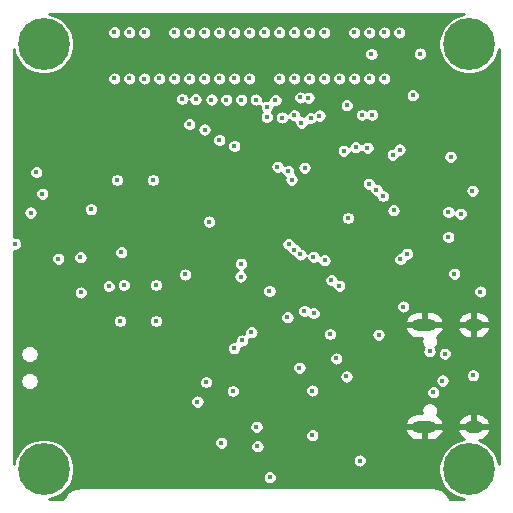
<source format=gbr>
G04 #@! TF.GenerationSoftware,KiCad,Pcbnew,(5.1.6)-1*
G04 #@! TF.CreationDate,2020-11-06T20:40:42+01:00*
G04 #@! TF.ProjectId,DynOSSAT-EDU-OBC,44796e4f-5353-4415-942d-4544552d4f42,rev?*
G04 #@! TF.SameCoordinates,Original*
G04 #@! TF.FileFunction,Copper,L2,Inr*
G04 #@! TF.FilePolarity,Positive*
%FSLAX46Y46*%
G04 Gerber Fmt 4.6, Leading zero omitted, Abs format (unit mm)*
G04 Created by KiCad (PCBNEW (5.1.6)-1) date 2020-11-06 20:40:42*
%MOMM*%
%LPD*%
G01*
G04 APERTURE LIST*
G04 #@! TA.AperFunction,ViaPad*
%ADD10O,2.100000X1.000000*%
G04 #@! TD*
G04 #@! TA.AperFunction,ViaPad*
%ADD11O,1.600000X1.000000*%
G04 #@! TD*
G04 #@! TA.AperFunction,ViaPad*
%ADD12C,4.400000*%
G04 #@! TD*
G04 #@! TA.AperFunction,ViaPad*
%ADD13C,0.700000*%
G04 #@! TD*
G04 #@! TA.AperFunction,ViaPad*
%ADD14C,0.450000*%
G04 #@! TD*
G04 #@! TA.AperFunction,Conductor*
%ADD15C,0.254000*%
G04 #@! TD*
G04 APERTURE END LIST*
D10*
X141590600Y-101672200D03*
D11*
X145770600Y-93036200D03*
D10*
X141590600Y-93032200D03*
D11*
X145770600Y-101676200D03*
D12*
X109370400Y-69263000D03*
D13*
X111020400Y-69263000D03*
X110537126Y-70429726D03*
X109370400Y-70913000D03*
X108203674Y-70429726D03*
X107720400Y-69263000D03*
X108203674Y-68096274D03*
X109370400Y-67613000D03*
X110537126Y-68096274D03*
X146537526Y-68096274D03*
X145370800Y-67613000D03*
X144204074Y-68096274D03*
X143720800Y-69263000D03*
X144204074Y-70429726D03*
X145370800Y-70913000D03*
X146537526Y-70429726D03*
X147020800Y-69263000D03*
D12*
X145370800Y-69263000D03*
X109370400Y-105260400D03*
D13*
X111020400Y-105260400D03*
X110537126Y-106427126D03*
X109370400Y-106910400D03*
X108203674Y-106427126D03*
X107720400Y-105260400D03*
X108203674Y-104093674D03*
X109370400Y-103610400D03*
X110537126Y-104093674D03*
X146537526Y-104093674D03*
X145370800Y-103610400D03*
X144204074Y-104093674D03*
X143720800Y-105260400D03*
X144204074Y-106427126D03*
X145370800Y-106910400D03*
X146537526Y-106427126D03*
X147020800Y-105260400D03*
D12*
X145370800Y-105260400D03*
D14*
X108229400Y-85521800D03*
X122326400Y-78917800D03*
X118821200Y-85801200D03*
X119913400Y-88036400D03*
X114376200Y-91338400D03*
X118872000Y-94310200D03*
X131216400Y-85267800D03*
X142468600Y-74066400D03*
X114757200Y-81991200D03*
X132054600Y-103378000D03*
X139471400Y-72181000D03*
X134391400Y-68281000D03*
X119151400Y-68281000D03*
X109728000Y-91694000D03*
X110667800Y-75463400D03*
X110667800Y-72415400D03*
X114007900Y-79552800D03*
X112598200Y-103784400D03*
X115646200Y-103784400D03*
X118694200Y-103784400D03*
X121742200Y-103784400D03*
X139598400Y-105638600D03*
X138785600Y-94665800D03*
X124171000Y-86325000D03*
X124841000Y-90932000D03*
X120777000Y-83388200D03*
X109042200Y-83566000D03*
X145719800Y-83820000D03*
X123317000Y-87147400D03*
X128041400Y-72181000D03*
X136906000Y-76733400D03*
X130860800Y-76835000D03*
X133146800Y-82118200D03*
X131521200Y-87858600D03*
X130167994Y-90753653D03*
X128375900Y-92375498D03*
X139700000Y-83540600D03*
X122758200Y-93040200D03*
X125425200Y-93726000D03*
X140741400Y-86182200D03*
X144703800Y-86842600D03*
X136575800Y-89128600D03*
X136566032Y-92618168D03*
X138607800Y-92176600D03*
X142113000Y-67513200D03*
X135128000Y-76860402D03*
X144221200Y-79425800D03*
X108254800Y-87503000D03*
X109753400Y-88747600D03*
X136931400Y-68281000D03*
X131013200Y-96672400D03*
X144678400Y-83642200D03*
X137109200Y-70104000D03*
X141224000Y-70078600D03*
X117881400Y-68281000D03*
X131453400Y-79742381D03*
X128244600Y-75438000D03*
X120421400Y-68281000D03*
X121081800Y-73914000D03*
X121691400Y-68281000D03*
X122224800Y-73939388D03*
X122961400Y-68281000D03*
X123571000Y-73964800D03*
X138201400Y-72181000D03*
X124231400Y-68281000D03*
X124815600Y-73990200D03*
X125501400Y-68281000D03*
X126085600Y-73990200D03*
X126771400Y-72181000D03*
X130581400Y-86664800D03*
X126771400Y-68281000D03*
X127330200Y-73964800D03*
X120421400Y-72181000D03*
X134391400Y-89738200D03*
X121691400Y-72181000D03*
X133731000Y-89254005D03*
X121691400Y-76047600D03*
X131851400Y-72181000D03*
X131191000Y-75920600D03*
X130352800Y-80746600D03*
X130581400Y-72181000D03*
X130565774Y-75295374D03*
X129159000Y-79654400D03*
X138201400Y-68281000D03*
X139471400Y-68281000D03*
X140614400Y-73609200D03*
X108254800Y-83540600D03*
X106934000Y-86182200D03*
X121335800Y-88773000D03*
X109245400Y-81940400D03*
X110606727Y-87441927D03*
X126076200Y-87868000D03*
X123367800Y-84302600D03*
X123113800Y-97891600D03*
X124396500Y-103022400D03*
X142036800Y-95275400D03*
X142345811Y-98750989D03*
X135661400Y-68281000D03*
X126949200Y-93675200D03*
X135128000Y-83997800D03*
X136880600Y-81102200D03*
X136779000Y-78054200D03*
X136310461Y-75261376D03*
X135661400Y-72181000D03*
X137541000Y-81610200D03*
X138912600Y-78638400D03*
X112471200Y-87325200D03*
X112496600Y-90297000D03*
X114884200Y-89763600D03*
X113372900Y-83248500D03*
X136931400Y-72181000D03*
X138099800Y-82143600D03*
X139496800Y-78206600D03*
X131419600Y-91871800D03*
X126161804Y-94361000D03*
X143129000Y-97764600D03*
X143337000Y-95484768D03*
X129311400Y-68275200D03*
X135785461Y-78000453D03*
X131090775Y-73782497D03*
X135026400Y-74447400D03*
X134137400Y-95885000D03*
X139801600Y-91490800D03*
X122961400Y-72181000D03*
X122986800Y-76504800D03*
X133146800Y-87575701D03*
X124231400Y-72181000D03*
X124232888Y-77392312D03*
X132207000Y-87274400D03*
X125501400Y-72181000D03*
X125501400Y-77901800D03*
X131080745Y-87080921D03*
X119151400Y-72181000D03*
X132232400Y-92049600D03*
X126034800Y-88950804D03*
X143611600Y-85598000D03*
X129311400Y-72181000D03*
X130098800Y-86207600D03*
X128256207Y-74578575D03*
X116611400Y-72181000D03*
X115341400Y-72180976D03*
X122377200Y-99542600D03*
X136118600Y-104533700D03*
X115570000Y-80772000D03*
X118618000Y-80772000D03*
X115824000Y-92710000D03*
X118872000Y-92710000D03*
X118872000Y-89662000D03*
X116154200Y-89662000D03*
X108737400Y-80111600D03*
X133121400Y-72180990D03*
X134391400Y-72181000D03*
X115341400Y-68275200D03*
X116611400Y-68275200D03*
X132105400Y-102387400D03*
X146329400Y-90220796D03*
X115925600Y-86893400D03*
X127381000Y-101676200D03*
X127457200Y-103327200D03*
X137718800Y-93878400D03*
X130073400Y-80035400D03*
X143611600Y-83489800D03*
X138988800Y-83337400D03*
X129540000Y-75488800D03*
X128473200Y-90170000D03*
X129997200Y-92396810D03*
X133604000Y-93827600D03*
X143814800Y-78816200D03*
X125476000Y-95021400D03*
X135001000Y-97409000D03*
X144119600Y-88722200D03*
X145669000Y-81686400D03*
X128498500Y-105943290D03*
X125387100Y-98640900D03*
X132092700Y-98602800D03*
X117881400Y-72186800D03*
X131851400Y-68281000D03*
X139547600Y-87477600D03*
X131978400Y-75539600D03*
X133121400Y-68281000D03*
X140131800Y-87020400D03*
X132715000Y-75328010D03*
X145719800Y-97307400D03*
X130581400Y-68275200D03*
X131774677Y-73806000D03*
X137160000Y-75260200D03*
X128041400Y-68275200D03*
X128981200Y-74015600D03*
X134772400Y-78308200D03*
D15*
G36*
X144617950Y-66781187D02*
G01*
X144148238Y-66975748D01*
X143725509Y-67258207D01*
X143366007Y-67617709D01*
X143083548Y-68040438D01*
X142888987Y-68510150D01*
X142789800Y-69008794D01*
X142789800Y-69517206D01*
X142888987Y-70015850D01*
X143083548Y-70485562D01*
X143366007Y-70908291D01*
X143725509Y-71267793D01*
X144148238Y-71550252D01*
X144617950Y-71744813D01*
X145116594Y-71844000D01*
X145625006Y-71844000D01*
X146123650Y-71744813D01*
X146593362Y-71550252D01*
X147016091Y-71267793D01*
X147375593Y-70908291D01*
X147658052Y-70485562D01*
X147852613Y-70015850D01*
X147916400Y-69695173D01*
X147916401Y-104828232D01*
X147852613Y-104507550D01*
X147658052Y-104037838D01*
X147375593Y-103615109D01*
X147016091Y-103255607D01*
X146593362Y-102973148D01*
X146200761Y-102810528D01*
X146416587Y-102764615D01*
X146622278Y-102676203D01*
X146806769Y-102549361D01*
X146962969Y-102388964D01*
X147084876Y-102201176D01*
X147164719Y-101978074D01*
X147038554Y-101803200D01*
X145897600Y-101803200D01*
X145897600Y-101823200D01*
X145643600Y-101823200D01*
X145643600Y-101803200D01*
X144502646Y-101803200D01*
X144376481Y-101978074D01*
X144456324Y-102201176D01*
X144578231Y-102388964D01*
X144734431Y-102549361D01*
X144918922Y-102676203D01*
X144986544Y-102705269D01*
X144617950Y-102778587D01*
X144148238Y-102973148D01*
X143725509Y-103255607D01*
X143366007Y-103615109D01*
X143083548Y-104037838D01*
X142888987Y-104507550D01*
X142789800Y-105006194D01*
X142789800Y-105514606D01*
X142888987Y-106013250D01*
X143083548Y-106482962D01*
X143366007Y-106905691D01*
X143725509Y-107265193D01*
X144148238Y-107547652D01*
X144617950Y-107742213D01*
X144957731Y-107809800D01*
X143750411Y-107809800D01*
X143729870Y-107743442D01*
X143713859Y-107705352D01*
X143698373Y-107667022D01*
X143695383Y-107661400D01*
X143695383Y-107661399D01*
X143695380Y-107661395D01*
X143602558Y-107489723D01*
X143579442Y-107455451D01*
X143556816Y-107420875D01*
X143552799Y-107415950D01*
X143552793Y-107415942D01*
X143552786Y-107415935D01*
X143428387Y-107265563D01*
X143399057Y-107236437D01*
X143370146Y-107206913D01*
X143365245Y-107202859D01*
X143365239Y-107202853D01*
X143365232Y-107202849D01*
X143213997Y-107079504D01*
X143179553Y-107056619D01*
X143145472Y-107033283D01*
X143139879Y-107030259D01*
X143139871Y-107030254D01*
X143139863Y-107030251D01*
X142967549Y-106938630D01*
X142929354Y-106922887D01*
X142891351Y-106906599D01*
X142885269Y-106904716D01*
X142698432Y-106848307D01*
X142657907Y-106840283D01*
X142617464Y-106831686D01*
X142611132Y-106831021D01*
X142416898Y-106811976D01*
X142416892Y-106811976D01*
X142394798Y-106809800D01*
X112348256Y-106809803D01*
X112328670Y-106811732D01*
X112324089Y-106811700D01*
X112317752Y-106812322D01*
X112123656Y-106832723D01*
X112083167Y-106841034D01*
X112042575Y-106848777D01*
X112036481Y-106850617D01*
X112036475Y-106850619D01*
X111850042Y-106908330D01*
X111811952Y-106924341D01*
X111773622Y-106939827D01*
X111768004Y-106942815D01*
X111767999Y-106942817D01*
X111767995Y-106942820D01*
X111596323Y-107035642D01*
X111562051Y-107058758D01*
X111527475Y-107081384D01*
X111522550Y-107085401D01*
X111522542Y-107085407D01*
X111522535Y-107085414D01*
X111372163Y-107209813D01*
X111343037Y-107239143D01*
X111313513Y-107268054D01*
X111309459Y-107272955D01*
X111309453Y-107272961D01*
X111309449Y-107272968D01*
X111186104Y-107424203D01*
X111163219Y-107458647D01*
X111139883Y-107492728D01*
X111136859Y-107498321D01*
X111136854Y-107498329D01*
X111136851Y-107498337D01*
X111045230Y-107670651D01*
X111029487Y-107708846D01*
X111013199Y-107746849D01*
X111011316Y-107752931D01*
X110994146Y-107809800D01*
X109783469Y-107809800D01*
X110123250Y-107742213D01*
X110592962Y-107547652D01*
X111015691Y-107265193D01*
X111375193Y-106905691D01*
X111657652Y-106482962D01*
X111852213Y-106013250D01*
X111878001Y-105883604D01*
X127892500Y-105883604D01*
X127892500Y-106002976D01*
X127915788Y-106120054D01*
X127961470Y-106230339D01*
X128027789Y-106329592D01*
X128112198Y-106414001D01*
X128211451Y-106480320D01*
X128321736Y-106526002D01*
X128438814Y-106549290D01*
X128558186Y-106549290D01*
X128675264Y-106526002D01*
X128785549Y-106480320D01*
X128884802Y-106414001D01*
X128969211Y-106329592D01*
X129035530Y-106230339D01*
X129081212Y-106120054D01*
X129104500Y-106002976D01*
X129104500Y-105883604D01*
X129081212Y-105766526D01*
X129035530Y-105656241D01*
X128969211Y-105556988D01*
X128884802Y-105472579D01*
X128785549Y-105406260D01*
X128675264Y-105360578D01*
X128558186Y-105337290D01*
X128438814Y-105337290D01*
X128321736Y-105360578D01*
X128211451Y-105406260D01*
X128112198Y-105472579D01*
X128027789Y-105556988D01*
X127961470Y-105656241D01*
X127915788Y-105766526D01*
X127892500Y-105883604D01*
X111878001Y-105883604D01*
X111951400Y-105514606D01*
X111951400Y-105006194D01*
X111852213Y-104507550D01*
X111838322Y-104474014D01*
X135512600Y-104474014D01*
X135512600Y-104593386D01*
X135535888Y-104710464D01*
X135581570Y-104820749D01*
X135647889Y-104920002D01*
X135732298Y-105004411D01*
X135831551Y-105070730D01*
X135941836Y-105116412D01*
X136058914Y-105139700D01*
X136178286Y-105139700D01*
X136295364Y-105116412D01*
X136405649Y-105070730D01*
X136504902Y-105004411D01*
X136589311Y-104920002D01*
X136655630Y-104820749D01*
X136701312Y-104710464D01*
X136724600Y-104593386D01*
X136724600Y-104474014D01*
X136701312Y-104356936D01*
X136655630Y-104246651D01*
X136589311Y-104147398D01*
X136504902Y-104062989D01*
X136405649Y-103996670D01*
X136295364Y-103950988D01*
X136178286Y-103927700D01*
X136058914Y-103927700D01*
X135941836Y-103950988D01*
X135831551Y-103996670D01*
X135732298Y-104062989D01*
X135647889Y-104147398D01*
X135581570Y-104246651D01*
X135535888Y-104356936D01*
X135512600Y-104474014D01*
X111838322Y-104474014D01*
X111657652Y-104037838D01*
X111375193Y-103615109D01*
X111015691Y-103255607D01*
X110592962Y-102973148D01*
X110567773Y-102962714D01*
X123790500Y-102962714D01*
X123790500Y-103082086D01*
X123813788Y-103199164D01*
X123859470Y-103309449D01*
X123925789Y-103408702D01*
X124010198Y-103493111D01*
X124109451Y-103559430D01*
X124219736Y-103605112D01*
X124336814Y-103628400D01*
X124456186Y-103628400D01*
X124573264Y-103605112D01*
X124683549Y-103559430D01*
X124782802Y-103493111D01*
X124867211Y-103408702D01*
X124933530Y-103309449D01*
X124950900Y-103267514D01*
X126851200Y-103267514D01*
X126851200Y-103386886D01*
X126874488Y-103503964D01*
X126920170Y-103614249D01*
X126986489Y-103713502D01*
X127070898Y-103797911D01*
X127170151Y-103864230D01*
X127280436Y-103909912D01*
X127397514Y-103933200D01*
X127516886Y-103933200D01*
X127633964Y-103909912D01*
X127744249Y-103864230D01*
X127843502Y-103797911D01*
X127927911Y-103713502D01*
X127994230Y-103614249D01*
X128039912Y-103503964D01*
X128063200Y-103386886D01*
X128063200Y-103267514D01*
X128039912Y-103150436D01*
X127994230Y-103040151D01*
X127927911Y-102940898D01*
X127843502Y-102856489D01*
X127744249Y-102790170D01*
X127633964Y-102744488D01*
X127516886Y-102721200D01*
X127397514Y-102721200D01*
X127280436Y-102744488D01*
X127170151Y-102790170D01*
X127070898Y-102856489D01*
X126986489Y-102940898D01*
X126920170Y-103040151D01*
X126874488Y-103150436D01*
X126851200Y-103267514D01*
X124950900Y-103267514D01*
X124979212Y-103199164D01*
X125002500Y-103082086D01*
X125002500Y-102962714D01*
X124979212Y-102845636D01*
X124933530Y-102735351D01*
X124867211Y-102636098D01*
X124782802Y-102551689D01*
X124683549Y-102485370D01*
X124573264Y-102439688D01*
X124456186Y-102416400D01*
X124336814Y-102416400D01*
X124219736Y-102439688D01*
X124109451Y-102485370D01*
X124010198Y-102551689D01*
X123925789Y-102636098D01*
X123859470Y-102735351D01*
X123813788Y-102845636D01*
X123790500Y-102962714D01*
X110567773Y-102962714D01*
X110123250Y-102778587D01*
X109624606Y-102679400D01*
X109116194Y-102679400D01*
X108617550Y-102778587D01*
X108147838Y-102973148D01*
X107725109Y-103255607D01*
X107365607Y-103615109D01*
X107083148Y-104037838D01*
X106888587Y-104507550D01*
X106828400Y-104810129D01*
X106828400Y-102327714D01*
X131499400Y-102327714D01*
X131499400Y-102447086D01*
X131522688Y-102564164D01*
X131568370Y-102674449D01*
X131634689Y-102773702D01*
X131719098Y-102858111D01*
X131818351Y-102924430D01*
X131928636Y-102970112D01*
X132045714Y-102993400D01*
X132165086Y-102993400D01*
X132282164Y-102970112D01*
X132392449Y-102924430D01*
X132491702Y-102858111D01*
X132576111Y-102773702D01*
X132642430Y-102674449D01*
X132688112Y-102564164D01*
X132711400Y-102447086D01*
X132711400Y-102327714D01*
X132688112Y-102210636D01*
X132642430Y-102100351D01*
X132576111Y-102001098D01*
X132549087Y-101974074D01*
X139946481Y-101974074D01*
X140026324Y-102197176D01*
X140148231Y-102384964D01*
X140304431Y-102545361D01*
X140488922Y-102672203D01*
X140694613Y-102760615D01*
X140913600Y-102807200D01*
X141463600Y-102807200D01*
X141463600Y-101799200D01*
X141717600Y-101799200D01*
X141717600Y-102807200D01*
X142267600Y-102807200D01*
X142486587Y-102760615D01*
X142692278Y-102672203D01*
X142876769Y-102545361D01*
X143032969Y-102384964D01*
X143154876Y-102197176D01*
X143234719Y-101974074D01*
X143108554Y-101799200D01*
X141717600Y-101799200D01*
X141463600Y-101799200D01*
X140072646Y-101799200D01*
X139946481Y-101974074D01*
X132549087Y-101974074D01*
X132491702Y-101916689D01*
X132392449Y-101850370D01*
X132282164Y-101804688D01*
X132165086Y-101781400D01*
X132045714Y-101781400D01*
X131928636Y-101804688D01*
X131818351Y-101850370D01*
X131719098Y-101916689D01*
X131634689Y-102001098D01*
X131568370Y-102100351D01*
X131522688Y-102210636D01*
X131499400Y-102327714D01*
X106828400Y-102327714D01*
X106828400Y-101616514D01*
X126775000Y-101616514D01*
X126775000Y-101735886D01*
X126798288Y-101852964D01*
X126843970Y-101963249D01*
X126910289Y-102062502D01*
X126994698Y-102146911D01*
X127093951Y-102213230D01*
X127204236Y-102258912D01*
X127321314Y-102282200D01*
X127440686Y-102282200D01*
X127557764Y-102258912D01*
X127668049Y-102213230D01*
X127767302Y-102146911D01*
X127851711Y-102062502D01*
X127918030Y-101963249D01*
X127963712Y-101852964D01*
X127987000Y-101735886D01*
X127987000Y-101616514D01*
X127963712Y-101499436D01*
X127918030Y-101389151D01*
X127905452Y-101370326D01*
X139946481Y-101370326D01*
X140072646Y-101545200D01*
X141463600Y-101545200D01*
X141463600Y-101525200D01*
X141717600Y-101525200D01*
X141717600Y-101545200D01*
X143108554Y-101545200D01*
X143231833Y-101374326D01*
X144376481Y-101374326D01*
X144502646Y-101549200D01*
X145643600Y-101549200D01*
X145643600Y-100541200D01*
X145897600Y-100541200D01*
X145897600Y-101549200D01*
X147038554Y-101549200D01*
X147164719Y-101374326D01*
X147084876Y-101151224D01*
X146962969Y-100963436D01*
X146806769Y-100803039D01*
X146622278Y-100676197D01*
X146416587Y-100587785D01*
X146197600Y-100541200D01*
X145897600Y-100541200D01*
X145643600Y-100541200D01*
X145343600Y-100541200D01*
X145124613Y-100587785D01*
X144918922Y-100676197D01*
X144734431Y-100803039D01*
X144578231Y-100963436D01*
X144456324Y-101151224D01*
X144376481Y-101374326D01*
X143231833Y-101374326D01*
X143234719Y-101370326D01*
X143154876Y-101147224D01*
X143032969Y-100959436D01*
X142876769Y-100799039D01*
X142692278Y-100672197D01*
X142635299Y-100647706D01*
X142660749Y-100609616D01*
X142713969Y-100481133D01*
X142741100Y-100344735D01*
X142741100Y-100205665D01*
X142713969Y-100069267D01*
X142660749Y-99940784D01*
X142583486Y-99825151D01*
X142485149Y-99726814D01*
X142369516Y-99649551D01*
X142241033Y-99596331D01*
X142104635Y-99569200D01*
X141965565Y-99569200D01*
X141829167Y-99596331D01*
X141700684Y-99649551D01*
X141585051Y-99726814D01*
X141486714Y-99825151D01*
X141409451Y-99940784D01*
X141356231Y-100069267D01*
X141329100Y-100205665D01*
X141329100Y-100344735D01*
X141356231Y-100481133D01*
X141379455Y-100537200D01*
X140913600Y-100537200D01*
X140694613Y-100583785D01*
X140488922Y-100672197D01*
X140304431Y-100799039D01*
X140148231Y-100959436D01*
X140026324Y-101147224D01*
X139946481Y-101370326D01*
X127905452Y-101370326D01*
X127851711Y-101289898D01*
X127767302Y-101205489D01*
X127668049Y-101139170D01*
X127557764Y-101093488D01*
X127440686Y-101070200D01*
X127321314Y-101070200D01*
X127204236Y-101093488D01*
X127093951Y-101139170D01*
X126994698Y-101205489D01*
X126910289Y-101289898D01*
X126843970Y-101389151D01*
X126798288Y-101499436D01*
X126775000Y-101616514D01*
X106828400Y-101616514D01*
X106828400Y-99482914D01*
X121771200Y-99482914D01*
X121771200Y-99602286D01*
X121794488Y-99719364D01*
X121840170Y-99829649D01*
X121906489Y-99928902D01*
X121990898Y-100013311D01*
X122090151Y-100079630D01*
X122200436Y-100125312D01*
X122317514Y-100148600D01*
X122436886Y-100148600D01*
X122553964Y-100125312D01*
X122664249Y-100079630D01*
X122763502Y-100013311D01*
X122847911Y-99928902D01*
X122914230Y-99829649D01*
X122959912Y-99719364D01*
X122983200Y-99602286D01*
X122983200Y-99482914D01*
X122959912Y-99365836D01*
X122914230Y-99255551D01*
X122847911Y-99156298D01*
X122763502Y-99071889D01*
X122664249Y-99005570D01*
X122553964Y-98959888D01*
X122436886Y-98936600D01*
X122317514Y-98936600D01*
X122200436Y-98959888D01*
X122090151Y-99005570D01*
X121990898Y-99071889D01*
X121906489Y-99156298D01*
X121840170Y-99255551D01*
X121794488Y-99365836D01*
X121771200Y-99482914D01*
X106828400Y-99482914D01*
X106828400Y-98581214D01*
X124781100Y-98581214D01*
X124781100Y-98700586D01*
X124804388Y-98817664D01*
X124850070Y-98927949D01*
X124916389Y-99027202D01*
X125000798Y-99111611D01*
X125100051Y-99177930D01*
X125210336Y-99223612D01*
X125327414Y-99246900D01*
X125446786Y-99246900D01*
X125563864Y-99223612D01*
X125674149Y-99177930D01*
X125773402Y-99111611D01*
X125857811Y-99027202D01*
X125924130Y-98927949D01*
X125969812Y-98817664D01*
X125993100Y-98700586D01*
X125993100Y-98581214D01*
X125985522Y-98543114D01*
X131486700Y-98543114D01*
X131486700Y-98662486D01*
X131509988Y-98779564D01*
X131555670Y-98889849D01*
X131621989Y-98989102D01*
X131706398Y-99073511D01*
X131805651Y-99139830D01*
X131915936Y-99185512D01*
X132033014Y-99208800D01*
X132152386Y-99208800D01*
X132269464Y-99185512D01*
X132379749Y-99139830D01*
X132479002Y-99073511D01*
X132563411Y-98989102D01*
X132629730Y-98889849D01*
X132675412Y-98779564D01*
X132692968Y-98691303D01*
X141739811Y-98691303D01*
X141739811Y-98810675D01*
X141763099Y-98927753D01*
X141808781Y-99038038D01*
X141875100Y-99137291D01*
X141959509Y-99221700D01*
X142058762Y-99288019D01*
X142169047Y-99333701D01*
X142286125Y-99356989D01*
X142405497Y-99356989D01*
X142522575Y-99333701D01*
X142632860Y-99288019D01*
X142732113Y-99221700D01*
X142816522Y-99137291D01*
X142882841Y-99038038D01*
X142928523Y-98927753D01*
X142951811Y-98810675D01*
X142951811Y-98691303D01*
X142928523Y-98574225D01*
X142882841Y-98463940D01*
X142816522Y-98364687D01*
X142732113Y-98280278D01*
X142632860Y-98213959D01*
X142522575Y-98168277D01*
X142405497Y-98144989D01*
X142286125Y-98144989D01*
X142169047Y-98168277D01*
X142058762Y-98213959D01*
X141959509Y-98280278D01*
X141875100Y-98364687D01*
X141808781Y-98463940D01*
X141763099Y-98574225D01*
X141739811Y-98691303D01*
X132692968Y-98691303D01*
X132698700Y-98662486D01*
X132698700Y-98543114D01*
X132675412Y-98426036D01*
X132629730Y-98315751D01*
X132563411Y-98216498D01*
X132479002Y-98132089D01*
X132379749Y-98065770D01*
X132269464Y-98020088D01*
X132152386Y-97996800D01*
X132033014Y-97996800D01*
X131915936Y-98020088D01*
X131805651Y-98065770D01*
X131706398Y-98132089D01*
X131621989Y-98216498D01*
X131555670Y-98315751D01*
X131509988Y-98426036D01*
X131486700Y-98543114D01*
X125985522Y-98543114D01*
X125969812Y-98464136D01*
X125924130Y-98353851D01*
X125857811Y-98254598D01*
X125773402Y-98170189D01*
X125674149Y-98103870D01*
X125563864Y-98058188D01*
X125446786Y-98034900D01*
X125327414Y-98034900D01*
X125210336Y-98058188D01*
X125100051Y-98103870D01*
X125000798Y-98170189D01*
X124916389Y-98254598D01*
X124850070Y-98353851D01*
X124804388Y-98464136D01*
X124781100Y-98581214D01*
X106828400Y-98581214D01*
X106828400Y-97720078D01*
X107391400Y-97720078D01*
X107391400Y-97873922D01*
X107421413Y-98024809D01*
X107480287Y-98166942D01*
X107565758Y-98294859D01*
X107674541Y-98403642D01*
X107802458Y-98489113D01*
X107944591Y-98547987D01*
X108095478Y-98578000D01*
X108249322Y-98578000D01*
X108400209Y-98547987D01*
X108542342Y-98489113D01*
X108670259Y-98403642D01*
X108779042Y-98294859D01*
X108864513Y-98166942D01*
X108923387Y-98024809D01*
X108953400Y-97873922D01*
X108953400Y-97831914D01*
X122507800Y-97831914D01*
X122507800Y-97951286D01*
X122531088Y-98068364D01*
X122576770Y-98178649D01*
X122643089Y-98277902D01*
X122727498Y-98362311D01*
X122826751Y-98428630D01*
X122937036Y-98474312D01*
X123054114Y-98497600D01*
X123173486Y-98497600D01*
X123290564Y-98474312D01*
X123400849Y-98428630D01*
X123500102Y-98362311D01*
X123584511Y-98277902D01*
X123650830Y-98178649D01*
X123696512Y-98068364D01*
X123719800Y-97951286D01*
X123719800Y-97831914D01*
X123696512Y-97714836D01*
X123650830Y-97604551D01*
X123584511Y-97505298D01*
X123500102Y-97420889D01*
X123400849Y-97354570D01*
X123388161Y-97349314D01*
X134395000Y-97349314D01*
X134395000Y-97468686D01*
X134418288Y-97585764D01*
X134463970Y-97696049D01*
X134530289Y-97795302D01*
X134614698Y-97879711D01*
X134713951Y-97946030D01*
X134824236Y-97991712D01*
X134941314Y-98015000D01*
X135060686Y-98015000D01*
X135177764Y-97991712D01*
X135288049Y-97946030D01*
X135387302Y-97879711D01*
X135471711Y-97795302D01*
X135532106Y-97704914D01*
X142523000Y-97704914D01*
X142523000Y-97824286D01*
X142546288Y-97941364D01*
X142591970Y-98051649D01*
X142658289Y-98150902D01*
X142742698Y-98235311D01*
X142841951Y-98301630D01*
X142952236Y-98347312D01*
X143069314Y-98370600D01*
X143188686Y-98370600D01*
X143305764Y-98347312D01*
X143416049Y-98301630D01*
X143515302Y-98235311D01*
X143599711Y-98150902D01*
X143666030Y-98051649D01*
X143711712Y-97941364D01*
X143735000Y-97824286D01*
X143735000Y-97704914D01*
X143711712Y-97587836D01*
X143666030Y-97477551D01*
X143599711Y-97378298D01*
X143515302Y-97293889D01*
X143446197Y-97247714D01*
X145113800Y-97247714D01*
X145113800Y-97367086D01*
X145137088Y-97484164D01*
X145182770Y-97594449D01*
X145249089Y-97693702D01*
X145333498Y-97778111D01*
X145432751Y-97844430D01*
X145543036Y-97890112D01*
X145660114Y-97913400D01*
X145779486Y-97913400D01*
X145896564Y-97890112D01*
X146006849Y-97844430D01*
X146106102Y-97778111D01*
X146190511Y-97693702D01*
X146256830Y-97594449D01*
X146302512Y-97484164D01*
X146325800Y-97367086D01*
X146325800Y-97247714D01*
X146302512Y-97130636D01*
X146256830Y-97020351D01*
X146190511Y-96921098D01*
X146106102Y-96836689D01*
X146006849Y-96770370D01*
X145896564Y-96724688D01*
X145779486Y-96701400D01*
X145660114Y-96701400D01*
X145543036Y-96724688D01*
X145432751Y-96770370D01*
X145333498Y-96836689D01*
X145249089Y-96921098D01*
X145182770Y-97020351D01*
X145137088Y-97130636D01*
X145113800Y-97247714D01*
X143446197Y-97247714D01*
X143416049Y-97227570D01*
X143305764Y-97181888D01*
X143188686Y-97158600D01*
X143069314Y-97158600D01*
X142952236Y-97181888D01*
X142841951Y-97227570D01*
X142742698Y-97293889D01*
X142658289Y-97378298D01*
X142591970Y-97477551D01*
X142546288Y-97587836D01*
X142523000Y-97704914D01*
X135532106Y-97704914D01*
X135538030Y-97696049D01*
X135583712Y-97585764D01*
X135607000Y-97468686D01*
X135607000Y-97349314D01*
X135583712Y-97232236D01*
X135538030Y-97121951D01*
X135471711Y-97022698D01*
X135387302Y-96938289D01*
X135288049Y-96871970D01*
X135177764Y-96826288D01*
X135060686Y-96803000D01*
X134941314Y-96803000D01*
X134824236Y-96826288D01*
X134713951Y-96871970D01*
X134614698Y-96938289D01*
X134530289Y-97022698D01*
X134463970Y-97121951D01*
X134418288Y-97232236D01*
X134395000Y-97349314D01*
X123388161Y-97349314D01*
X123290564Y-97308888D01*
X123173486Y-97285600D01*
X123054114Y-97285600D01*
X122937036Y-97308888D01*
X122826751Y-97354570D01*
X122727498Y-97420889D01*
X122643089Y-97505298D01*
X122576770Y-97604551D01*
X122531088Y-97714836D01*
X122507800Y-97831914D01*
X108953400Y-97831914D01*
X108953400Y-97720078D01*
X108923387Y-97569191D01*
X108864513Y-97427058D01*
X108779042Y-97299141D01*
X108670259Y-97190358D01*
X108542342Y-97104887D01*
X108400209Y-97046013D01*
X108249322Y-97016000D01*
X108095478Y-97016000D01*
X107944591Y-97046013D01*
X107802458Y-97104887D01*
X107674541Y-97190358D01*
X107565758Y-97299141D01*
X107480287Y-97427058D01*
X107421413Y-97569191D01*
X107391400Y-97720078D01*
X106828400Y-97720078D01*
X106828400Y-96612714D01*
X130407200Y-96612714D01*
X130407200Y-96732086D01*
X130430488Y-96849164D01*
X130476170Y-96959449D01*
X130542489Y-97058702D01*
X130626898Y-97143111D01*
X130726151Y-97209430D01*
X130836436Y-97255112D01*
X130953514Y-97278400D01*
X131072886Y-97278400D01*
X131189964Y-97255112D01*
X131300249Y-97209430D01*
X131399502Y-97143111D01*
X131483911Y-97058702D01*
X131550230Y-96959449D01*
X131595912Y-96849164D01*
X131619200Y-96732086D01*
X131619200Y-96612714D01*
X131595912Y-96495636D01*
X131550230Y-96385351D01*
X131483911Y-96286098D01*
X131399502Y-96201689D01*
X131300249Y-96135370D01*
X131189964Y-96089688D01*
X131072886Y-96066400D01*
X130953514Y-96066400D01*
X130836436Y-96089688D01*
X130726151Y-96135370D01*
X130626898Y-96201689D01*
X130542489Y-96286098D01*
X130476170Y-96385351D01*
X130430488Y-96495636D01*
X130407200Y-96612714D01*
X106828400Y-96612714D01*
X106828400Y-95420078D01*
X107391400Y-95420078D01*
X107391400Y-95573922D01*
X107421413Y-95724809D01*
X107480287Y-95866942D01*
X107565758Y-95994859D01*
X107674541Y-96103642D01*
X107802458Y-96189113D01*
X107944591Y-96247987D01*
X108095478Y-96278000D01*
X108249322Y-96278000D01*
X108400209Y-96247987D01*
X108542342Y-96189113D01*
X108670259Y-96103642D01*
X108779042Y-95994859D01*
X108864513Y-95866942D01*
X108881756Y-95825314D01*
X133531400Y-95825314D01*
X133531400Y-95944686D01*
X133554688Y-96061764D01*
X133600370Y-96172049D01*
X133666689Y-96271302D01*
X133751098Y-96355711D01*
X133850351Y-96422030D01*
X133960636Y-96467712D01*
X134077714Y-96491000D01*
X134197086Y-96491000D01*
X134314164Y-96467712D01*
X134424449Y-96422030D01*
X134523702Y-96355711D01*
X134608111Y-96271302D01*
X134674430Y-96172049D01*
X134720112Y-96061764D01*
X134743400Y-95944686D01*
X134743400Y-95825314D01*
X134720112Y-95708236D01*
X134674430Y-95597951D01*
X134608111Y-95498698D01*
X134523702Y-95414289D01*
X134424449Y-95347970D01*
X134314164Y-95302288D01*
X134197086Y-95279000D01*
X134077714Y-95279000D01*
X133960636Y-95302288D01*
X133850351Y-95347970D01*
X133751098Y-95414289D01*
X133666689Y-95498698D01*
X133600370Y-95597951D01*
X133554688Y-95708236D01*
X133531400Y-95825314D01*
X108881756Y-95825314D01*
X108923387Y-95724809D01*
X108953400Y-95573922D01*
X108953400Y-95420078D01*
X108923387Y-95269191D01*
X108864513Y-95127058D01*
X108779042Y-94999141D01*
X108741615Y-94961714D01*
X124870000Y-94961714D01*
X124870000Y-95081086D01*
X124893288Y-95198164D01*
X124938970Y-95308449D01*
X125005289Y-95407702D01*
X125089698Y-95492111D01*
X125188951Y-95558430D01*
X125299236Y-95604112D01*
X125416314Y-95627400D01*
X125535686Y-95627400D01*
X125652764Y-95604112D01*
X125763049Y-95558430D01*
X125862302Y-95492111D01*
X125946711Y-95407702D01*
X126013030Y-95308449D01*
X126058712Y-95198164D01*
X126082000Y-95081086D01*
X126082000Y-94962998D01*
X126102118Y-94967000D01*
X126221490Y-94967000D01*
X126338568Y-94943712D01*
X126448853Y-94898030D01*
X126548106Y-94831711D01*
X126632515Y-94747302D01*
X126698834Y-94648049D01*
X126744516Y-94537764D01*
X126767804Y-94420686D01*
X126767804Y-94301314D01*
X126757980Y-94251924D01*
X126772436Y-94257912D01*
X126889514Y-94281200D01*
X127008886Y-94281200D01*
X127125964Y-94257912D01*
X127236249Y-94212230D01*
X127335502Y-94145911D01*
X127419911Y-94061502D01*
X127486230Y-93962249D01*
X127531912Y-93851964D01*
X127548630Y-93767914D01*
X132998000Y-93767914D01*
X132998000Y-93887286D01*
X133021288Y-94004364D01*
X133066970Y-94114649D01*
X133133289Y-94213902D01*
X133217698Y-94298311D01*
X133316951Y-94364630D01*
X133427236Y-94410312D01*
X133544314Y-94433600D01*
X133663686Y-94433600D01*
X133780764Y-94410312D01*
X133891049Y-94364630D01*
X133990302Y-94298311D01*
X134074711Y-94213902D01*
X134141030Y-94114649D01*
X134186712Y-94004364D01*
X134210000Y-93887286D01*
X134210000Y-93818714D01*
X137112800Y-93818714D01*
X137112800Y-93938086D01*
X137136088Y-94055164D01*
X137181770Y-94165449D01*
X137248089Y-94264702D01*
X137332498Y-94349111D01*
X137431751Y-94415430D01*
X137542036Y-94461112D01*
X137659114Y-94484400D01*
X137778486Y-94484400D01*
X137895564Y-94461112D01*
X138005849Y-94415430D01*
X138105102Y-94349111D01*
X138189511Y-94264702D01*
X138255830Y-94165449D01*
X138301512Y-94055164D01*
X138324800Y-93938086D01*
X138324800Y-93818714D01*
X138301512Y-93701636D01*
X138255830Y-93591351D01*
X138189511Y-93492098D01*
X138105102Y-93407689D01*
X138005849Y-93341370D01*
X137988236Y-93334074D01*
X139946481Y-93334074D01*
X140026324Y-93557176D01*
X140148231Y-93744964D01*
X140304431Y-93905361D01*
X140488922Y-94032203D01*
X140694613Y-94120615D01*
X140913600Y-94167200D01*
X141381112Y-94167200D01*
X141356231Y-94227267D01*
X141329100Y-94363665D01*
X141329100Y-94502735D01*
X141356231Y-94639133D01*
X141409451Y-94767616D01*
X141486714Y-94883249D01*
X141536639Y-94933174D01*
X141499770Y-94988351D01*
X141454088Y-95098636D01*
X141430800Y-95215714D01*
X141430800Y-95335086D01*
X141454088Y-95452164D01*
X141499770Y-95562449D01*
X141566089Y-95661702D01*
X141650498Y-95746111D01*
X141749751Y-95812430D01*
X141860036Y-95858112D01*
X141977114Y-95881400D01*
X142096486Y-95881400D01*
X142213564Y-95858112D01*
X142323849Y-95812430D01*
X142423102Y-95746111D01*
X142507511Y-95661702D01*
X142573830Y-95562449D01*
X142619512Y-95452164D01*
X142624898Y-95425082D01*
X142731000Y-95425082D01*
X142731000Y-95544454D01*
X142754288Y-95661532D01*
X142799970Y-95771817D01*
X142866289Y-95871070D01*
X142950698Y-95955479D01*
X143049951Y-96021798D01*
X143160236Y-96067480D01*
X143277314Y-96090768D01*
X143396686Y-96090768D01*
X143513764Y-96067480D01*
X143624049Y-96021798D01*
X143723302Y-95955479D01*
X143807711Y-95871070D01*
X143874030Y-95771817D01*
X143919712Y-95661532D01*
X143943000Y-95544454D01*
X143943000Y-95425082D01*
X143919712Y-95308004D01*
X143874030Y-95197719D01*
X143807711Y-95098466D01*
X143723302Y-95014057D01*
X143624049Y-94947738D01*
X143513764Y-94902056D01*
X143396686Y-94878768D01*
X143277314Y-94878768D01*
X143160236Y-94902056D01*
X143049951Y-94947738D01*
X142950698Y-95014057D01*
X142866289Y-95098466D01*
X142799970Y-95197719D01*
X142754288Y-95308004D01*
X142731000Y-95425082D01*
X142624898Y-95425082D01*
X142642800Y-95335086D01*
X142642800Y-95215714D01*
X142619512Y-95098636D01*
X142573830Y-94988351D01*
X142535600Y-94931135D01*
X142583486Y-94883249D01*
X142660749Y-94767616D01*
X142713969Y-94639133D01*
X142741100Y-94502735D01*
X142741100Y-94363665D01*
X142713969Y-94227267D01*
X142660749Y-94098784D01*
X142633222Y-94057587D01*
X142692278Y-94032203D01*
X142876769Y-93905361D01*
X143032969Y-93744964D01*
X143154876Y-93557176D01*
X143233287Y-93338074D01*
X144376481Y-93338074D01*
X144456324Y-93561176D01*
X144578231Y-93748964D01*
X144734431Y-93909361D01*
X144918922Y-94036203D01*
X145124613Y-94124615D01*
X145343600Y-94171200D01*
X145643600Y-94171200D01*
X145643600Y-93163200D01*
X145897600Y-93163200D01*
X145897600Y-94171200D01*
X146197600Y-94171200D01*
X146416587Y-94124615D01*
X146622278Y-94036203D01*
X146806769Y-93909361D01*
X146962969Y-93748964D01*
X147084876Y-93561176D01*
X147164719Y-93338074D01*
X147038554Y-93163200D01*
X145897600Y-93163200D01*
X145643600Y-93163200D01*
X144502646Y-93163200D01*
X144376481Y-93338074D01*
X143233287Y-93338074D01*
X143234719Y-93334074D01*
X143108554Y-93159200D01*
X141717600Y-93159200D01*
X141717600Y-93179200D01*
X141463600Y-93179200D01*
X141463600Y-93159200D01*
X140072646Y-93159200D01*
X139946481Y-93334074D01*
X137988236Y-93334074D01*
X137895564Y-93295688D01*
X137778486Y-93272400D01*
X137659114Y-93272400D01*
X137542036Y-93295688D01*
X137431751Y-93341370D01*
X137332498Y-93407689D01*
X137248089Y-93492098D01*
X137181770Y-93591351D01*
X137136088Y-93701636D01*
X137112800Y-93818714D01*
X134210000Y-93818714D01*
X134210000Y-93767914D01*
X134186712Y-93650836D01*
X134141030Y-93540551D01*
X134074711Y-93441298D01*
X133990302Y-93356889D01*
X133891049Y-93290570D01*
X133780764Y-93244888D01*
X133663686Y-93221600D01*
X133544314Y-93221600D01*
X133427236Y-93244888D01*
X133316951Y-93290570D01*
X133217698Y-93356889D01*
X133133289Y-93441298D01*
X133066970Y-93540551D01*
X133021288Y-93650836D01*
X132998000Y-93767914D01*
X127548630Y-93767914D01*
X127555200Y-93734886D01*
X127555200Y-93615514D01*
X127531912Y-93498436D01*
X127486230Y-93388151D01*
X127419911Y-93288898D01*
X127335502Y-93204489D01*
X127236249Y-93138170D01*
X127125964Y-93092488D01*
X127008886Y-93069200D01*
X126889514Y-93069200D01*
X126772436Y-93092488D01*
X126662151Y-93138170D01*
X126562898Y-93204489D01*
X126478489Y-93288898D01*
X126412170Y-93388151D01*
X126366488Y-93498436D01*
X126343200Y-93615514D01*
X126343200Y-93734886D01*
X126353024Y-93784276D01*
X126338568Y-93778288D01*
X126221490Y-93755000D01*
X126102118Y-93755000D01*
X125985040Y-93778288D01*
X125874755Y-93823970D01*
X125775502Y-93890289D01*
X125691093Y-93974698D01*
X125624774Y-94073951D01*
X125579092Y-94184236D01*
X125555804Y-94301314D01*
X125555804Y-94419402D01*
X125535686Y-94415400D01*
X125416314Y-94415400D01*
X125299236Y-94438688D01*
X125188951Y-94484370D01*
X125089698Y-94550689D01*
X125005289Y-94635098D01*
X124938970Y-94734351D01*
X124893288Y-94844636D01*
X124870000Y-94961714D01*
X108741615Y-94961714D01*
X108670259Y-94890358D01*
X108542342Y-94804887D01*
X108400209Y-94746013D01*
X108249322Y-94716000D01*
X108095478Y-94716000D01*
X107944591Y-94746013D01*
X107802458Y-94804887D01*
X107674541Y-94890358D01*
X107565758Y-94999141D01*
X107480287Y-95127058D01*
X107421413Y-95269191D01*
X107391400Y-95420078D01*
X106828400Y-95420078D01*
X106828400Y-92650314D01*
X115218000Y-92650314D01*
X115218000Y-92769686D01*
X115241288Y-92886764D01*
X115286970Y-92997049D01*
X115353289Y-93096302D01*
X115437698Y-93180711D01*
X115536951Y-93247030D01*
X115647236Y-93292712D01*
X115764314Y-93316000D01*
X115883686Y-93316000D01*
X116000764Y-93292712D01*
X116111049Y-93247030D01*
X116210302Y-93180711D01*
X116294711Y-93096302D01*
X116361030Y-92997049D01*
X116406712Y-92886764D01*
X116430000Y-92769686D01*
X116430000Y-92650314D01*
X118266000Y-92650314D01*
X118266000Y-92769686D01*
X118289288Y-92886764D01*
X118334970Y-92997049D01*
X118401289Y-93096302D01*
X118485698Y-93180711D01*
X118584951Y-93247030D01*
X118695236Y-93292712D01*
X118812314Y-93316000D01*
X118931686Y-93316000D01*
X119048764Y-93292712D01*
X119159049Y-93247030D01*
X119258302Y-93180711D01*
X119342711Y-93096302D01*
X119409030Y-92997049D01*
X119454712Y-92886764D01*
X119478000Y-92769686D01*
X119478000Y-92650314D01*
X119454712Y-92533236D01*
X119409030Y-92422951D01*
X119351683Y-92337124D01*
X129391200Y-92337124D01*
X129391200Y-92456496D01*
X129414488Y-92573574D01*
X129460170Y-92683859D01*
X129526489Y-92783112D01*
X129610898Y-92867521D01*
X129710151Y-92933840D01*
X129820436Y-92979522D01*
X129937514Y-93002810D01*
X130056886Y-93002810D01*
X130173964Y-92979522D01*
X130284249Y-92933840D01*
X130383502Y-92867521D01*
X130467911Y-92783112D01*
X130503181Y-92730326D01*
X139946481Y-92730326D01*
X140072646Y-92905200D01*
X141463600Y-92905200D01*
X141463600Y-91897200D01*
X141717600Y-91897200D01*
X141717600Y-92905200D01*
X143108554Y-92905200D01*
X143231833Y-92734326D01*
X144376481Y-92734326D01*
X144502646Y-92909200D01*
X145643600Y-92909200D01*
X145643600Y-91901200D01*
X145897600Y-91901200D01*
X145897600Y-92909200D01*
X147038554Y-92909200D01*
X147164719Y-92734326D01*
X147084876Y-92511224D01*
X146962969Y-92323436D01*
X146806769Y-92163039D01*
X146622278Y-92036197D01*
X146416587Y-91947785D01*
X146197600Y-91901200D01*
X145897600Y-91901200D01*
X145643600Y-91901200D01*
X145343600Y-91901200D01*
X145124613Y-91947785D01*
X144918922Y-92036197D01*
X144734431Y-92163039D01*
X144578231Y-92323436D01*
X144456324Y-92511224D01*
X144376481Y-92734326D01*
X143231833Y-92734326D01*
X143234719Y-92730326D01*
X143154876Y-92507224D01*
X143032969Y-92319436D01*
X142876769Y-92159039D01*
X142692278Y-92032197D01*
X142486587Y-91943785D01*
X142267600Y-91897200D01*
X141717600Y-91897200D01*
X141463600Y-91897200D01*
X140913600Y-91897200D01*
X140694613Y-91943785D01*
X140488922Y-92032197D01*
X140304431Y-92159039D01*
X140148231Y-92319436D01*
X140026324Y-92507224D01*
X139946481Y-92730326D01*
X130503181Y-92730326D01*
X130534230Y-92683859D01*
X130579912Y-92573574D01*
X130603200Y-92456496D01*
X130603200Y-92337124D01*
X130579912Y-92220046D01*
X130534230Y-92109761D01*
X130467911Y-92010508D01*
X130383502Y-91926099D01*
X130284249Y-91859780D01*
X130173964Y-91814098D01*
X130163990Y-91812114D01*
X130813600Y-91812114D01*
X130813600Y-91931486D01*
X130836888Y-92048564D01*
X130882570Y-92158849D01*
X130948889Y-92258102D01*
X131033298Y-92342511D01*
X131132551Y-92408830D01*
X131242836Y-92454512D01*
X131359914Y-92477800D01*
X131479286Y-92477800D01*
X131596364Y-92454512D01*
X131706649Y-92408830D01*
X131732195Y-92391761D01*
X131761689Y-92435902D01*
X131846098Y-92520311D01*
X131945351Y-92586630D01*
X132055636Y-92632312D01*
X132172714Y-92655600D01*
X132292086Y-92655600D01*
X132409164Y-92632312D01*
X132519449Y-92586630D01*
X132618702Y-92520311D01*
X132703111Y-92435902D01*
X132769430Y-92336649D01*
X132815112Y-92226364D01*
X132838400Y-92109286D01*
X132838400Y-91989914D01*
X132815112Y-91872836D01*
X132769430Y-91762551D01*
X132703111Y-91663298D01*
X132618702Y-91578889D01*
X132519449Y-91512570D01*
X132409164Y-91466888D01*
X132292086Y-91443600D01*
X132172714Y-91443600D01*
X132055636Y-91466888D01*
X131945351Y-91512570D01*
X131919805Y-91529639D01*
X131890311Y-91485498D01*
X131835927Y-91431114D01*
X139195600Y-91431114D01*
X139195600Y-91550486D01*
X139218888Y-91667564D01*
X139264570Y-91777849D01*
X139330889Y-91877102D01*
X139415298Y-91961511D01*
X139514551Y-92027830D01*
X139624836Y-92073512D01*
X139741914Y-92096800D01*
X139861286Y-92096800D01*
X139978364Y-92073512D01*
X140088649Y-92027830D01*
X140187902Y-91961511D01*
X140272311Y-91877102D01*
X140338630Y-91777849D01*
X140384312Y-91667564D01*
X140407600Y-91550486D01*
X140407600Y-91431114D01*
X140384312Y-91314036D01*
X140338630Y-91203751D01*
X140272311Y-91104498D01*
X140187902Y-91020089D01*
X140088649Y-90953770D01*
X139978364Y-90908088D01*
X139861286Y-90884800D01*
X139741914Y-90884800D01*
X139624836Y-90908088D01*
X139514551Y-90953770D01*
X139415298Y-91020089D01*
X139330889Y-91104498D01*
X139264570Y-91203751D01*
X139218888Y-91314036D01*
X139195600Y-91431114D01*
X131835927Y-91431114D01*
X131805902Y-91401089D01*
X131706649Y-91334770D01*
X131596364Y-91289088D01*
X131479286Y-91265800D01*
X131359914Y-91265800D01*
X131242836Y-91289088D01*
X131132551Y-91334770D01*
X131033298Y-91401089D01*
X130948889Y-91485498D01*
X130882570Y-91584751D01*
X130836888Y-91695036D01*
X130813600Y-91812114D01*
X130163990Y-91812114D01*
X130056886Y-91790810D01*
X129937514Y-91790810D01*
X129820436Y-91814098D01*
X129710151Y-91859780D01*
X129610898Y-91926099D01*
X129526489Y-92010508D01*
X129460170Y-92109761D01*
X129414488Y-92220046D01*
X129391200Y-92337124D01*
X119351683Y-92337124D01*
X119342711Y-92323698D01*
X119258302Y-92239289D01*
X119159049Y-92172970D01*
X119048764Y-92127288D01*
X118931686Y-92104000D01*
X118812314Y-92104000D01*
X118695236Y-92127288D01*
X118584951Y-92172970D01*
X118485698Y-92239289D01*
X118401289Y-92323698D01*
X118334970Y-92422951D01*
X118289288Y-92533236D01*
X118266000Y-92650314D01*
X116430000Y-92650314D01*
X116406712Y-92533236D01*
X116361030Y-92422951D01*
X116294711Y-92323698D01*
X116210302Y-92239289D01*
X116111049Y-92172970D01*
X116000764Y-92127288D01*
X115883686Y-92104000D01*
X115764314Y-92104000D01*
X115647236Y-92127288D01*
X115536951Y-92172970D01*
X115437698Y-92239289D01*
X115353289Y-92323698D01*
X115286970Y-92422951D01*
X115241288Y-92533236D01*
X115218000Y-92650314D01*
X106828400Y-92650314D01*
X106828400Y-90237314D01*
X111890600Y-90237314D01*
X111890600Y-90356686D01*
X111913888Y-90473764D01*
X111959570Y-90584049D01*
X112025889Y-90683302D01*
X112110298Y-90767711D01*
X112209551Y-90834030D01*
X112319836Y-90879712D01*
X112436914Y-90903000D01*
X112556286Y-90903000D01*
X112673364Y-90879712D01*
X112783649Y-90834030D01*
X112882902Y-90767711D01*
X112967311Y-90683302D01*
X113033630Y-90584049D01*
X113079312Y-90473764D01*
X113102600Y-90356686D01*
X113102600Y-90237314D01*
X113079312Y-90120236D01*
X113033630Y-90009951D01*
X112967311Y-89910698D01*
X112882902Y-89826289D01*
X112783649Y-89759970D01*
X112673364Y-89714288D01*
X112621210Y-89703914D01*
X114278200Y-89703914D01*
X114278200Y-89823286D01*
X114301488Y-89940364D01*
X114347170Y-90050649D01*
X114413489Y-90149902D01*
X114497898Y-90234311D01*
X114597151Y-90300630D01*
X114707436Y-90346312D01*
X114824514Y-90369600D01*
X114943886Y-90369600D01*
X115060964Y-90346312D01*
X115171249Y-90300630D01*
X115270502Y-90234311D01*
X115354911Y-90149902D01*
X115421230Y-90050649D01*
X115466912Y-89940364D01*
X115490200Y-89823286D01*
X115490200Y-89703914D01*
X115469991Y-89602314D01*
X115548200Y-89602314D01*
X115548200Y-89721686D01*
X115571488Y-89838764D01*
X115617170Y-89949049D01*
X115683489Y-90048302D01*
X115767898Y-90132711D01*
X115867151Y-90199030D01*
X115977436Y-90244712D01*
X116094514Y-90268000D01*
X116213886Y-90268000D01*
X116330964Y-90244712D01*
X116441249Y-90199030D01*
X116540502Y-90132711D01*
X116624911Y-90048302D01*
X116691230Y-89949049D01*
X116736912Y-89838764D01*
X116760200Y-89721686D01*
X116760200Y-89602314D01*
X118266000Y-89602314D01*
X118266000Y-89721686D01*
X118289288Y-89838764D01*
X118334970Y-89949049D01*
X118401289Y-90048302D01*
X118485698Y-90132711D01*
X118584951Y-90199030D01*
X118695236Y-90244712D01*
X118812314Y-90268000D01*
X118931686Y-90268000D01*
X119048764Y-90244712D01*
X119159049Y-90199030D01*
X119258302Y-90132711D01*
X119280699Y-90110314D01*
X127867200Y-90110314D01*
X127867200Y-90229686D01*
X127890488Y-90346764D01*
X127936170Y-90457049D01*
X128002489Y-90556302D01*
X128086898Y-90640711D01*
X128186151Y-90707030D01*
X128296436Y-90752712D01*
X128413514Y-90776000D01*
X128532886Y-90776000D01*
X128649964Y-90752712D01*
X128760249Y-90707030D01*
X128859502Y-90640711D01*
X128943911Y-90556302D01*
X129010230Y-90457049D01*
X129055912Y-90346764D01*
X129079200Y-90229686D01*
X129079200Y-90110314D01*
X129055912Y-89993236D01*
X129010230Y-89882951D01*
X128943911Y-89783698D01*
X128859502Y-89699289D01*
X128760249Y-89632970D01*
X128649964Y-89587288D01*
X128532886Y-89564000D01*
X128413514Y-89564000D01*
X128296436Y-89587288D01*
X128186151Y-89632970D01*
X128086898Y-89699289D01*
X128002489Y-89783698D01*
X127936170Y-89882951D01*
X127890488Y-89993236D01*
X127867200Y-90110314D01*
X119280699Y-90110314D01*
X119342711Y-90048302D01*
X119409030Y-89949049D01*
X119454712Y-89838764D01*
X119478000Y-89721686D01*
X119478000Y-89602314D01*
X119454712Y-89485236D01*
X119409030Y-89374951D01*
X119342711Y-89275698D01*
X119258302Y-89191289D01*
X119159049Y-89124970D01*
X119048764Y-89079288D01*
X118931686Y-89056000D01*
X118812314Y-89056000D01*
X118695236Y-89079288D01*
X118584951Y-89124970D01*
X118485698Y-89191289D01*
X118401289Y-89275698D01*
X118334970Y-89374951D01*
X118289288Y-89485236D01*
X118266000Y-89602314D01*
X116760200Y-89602314D01*
X116736912Y-89485236D01*
X116691230Y-89374951D01*
X116624911Y-89275698D01*
X116540502Y-89191289D01*
X116441249Y-89124970D01*
X116330964Y-89079288D01*
X116213886Y-89056000D01*
X116094514Y-89056000D01*
X115977436Y-89079288D01*
X115867151Y-89124970D01*
X115767898Y-89191289D01*
X115683489Y-89275698D01*
X115617170Y-89374951D01*
X115571488Y-89485236D01*
X115548200Y-89602314D01*
X115469991Y-89602314D01*
X115466912Y-89586836D01*
X115421230Y-89476551D01*
X115354911Y-89377298D01*
X115270502Y-89292889D01*
X115171249Y-89226570D01*
X115060964Y-89180888D01*
X114943886Y-89157600D01*
X114824514Y-89157600D01*
X114707436Y-89180888D01*
X114597151Y-89226570D01*
X114497898Y-89292889D01*
X114413489Y-89377298D01*
X114347170Y-89476551D01*
X114301488Y-89586836D01*
X114278200Y-89703914D01*
X112621210Y-89703914D01*
X112556286Y-89691000D01*
X112436914Y-89691000D01*
X112319836Y-89714288D01*
X112209551Y-89759970D01*
X112110298Y-89826289D01*
X112025889Y-89910698D01*
X111959570Y-90009951D01*
X111913888Y-90120236D01*
X111890600Y-90237314D01*
X106828400Y-90237314D01*
X106828400Y-88713314D01*
X120729800Y-88713314D01*
X120729800Y-88832686D01*
X120753088Y-88949764D01*
X120798770Y-89060049D01*
X120865089Y-89159302D01*
X120949498Y-89243711D01*
X121048751Y-89310030D01*
X121159036Y-89355712D01*
X121276114Y-89379000D01*
X121395486Y-89379000D01*
X121512564Y-89355712D01*
X121622849Y-89310030D01*
X121722102Y-89243711D01*
X121806511Y-89159302D01*
X121872830Y-89060049D01*
X121918512Y-88949764D01*
X121930177Y-88891118D01*
X125428800Y-88891118D01*
X125428800Y-89010490D01*
X125452088Y-89127568D01*
X125497770Y-89237853D01*
X125564089Y-89337106D01*
X125648498Y-89421515D01*
X125747751Y-89487834D01*
X125858036Y-89533516D01*
X125975114Y-89556804D01*
X126094486Y-89556804D01*
X126211564Y-89533516D01*
X126321849Y-89487834D01*
X126421102Y-89421515D01*
X126505511Y-89337106D01*
X126571830Y-89237853D01*
X126589862Y-89194319D01*
X133125000Y-89194319D01*
X133125000Y-89313691D01*
X133148288Y-89430769D01*
X133193970Y-89541054D01*
X133260289Y-89640307D01*
X133344698Y-89724716D01*
X133443951Y-89791035D01*
X133554236Y-89836717D01*
X133671314Y-89860005D01*
X133790686Y-89860005D01*
X133797487Y-89858652D01*
X133808688Y-89914964D01*
X133854370Y-90025249D01*
X133920689Y-90124502D01*
X134005098Y-90208911D01*
X134104351Y-90275230D01*
X134214636Y-90320912D01*
X134331714Y-90344200D01*
X134451086Y-90344200D01*
X134568164Y-90320912D01*
X134678449Y-90275230D01*
X134777702Y-90208911D01*
X134825503Y-90161110D01*
X145723400Y-90161110D01*
X145723400Y-90280482D01*
X145746688Y-90397560D01*
X145792370Y-90507845D01*
X145858689Y-90607098D01*
X145943098Y-90691507D01*
X146042351Y-90757826D01*
X146152636Y-90803508D01*
X146269714Y-90826796D01*
X146389086Y-90826796D01*
X146506164Y-90803508D01*
X146616449Y-90757826D01*
X146715702Y-90691507D01*
X146800111Y-90607098D01*
X146866430Y-90507845D01*
X146912112Y-90397560D01*
X146935400Y-90280482D01*
X146935400Y-90161110D01*
X146912112Y-90044032D01*
X146866430Y-89933747D01*
X146800111Y-89834494D01*
X146715702Y-89750085D01*
X146616449Y-89683766D01*
X146506164Y-89638084D01*
X146389086Y-89614796D01*
X146269714Y-89614796D01*
X146152636Y-89638084D01*
X146042351Y-89683766D01*
X145943098Y-89750085D01*
X145858689Y-89834494D01*
X145792370Y-89933747D01*
X145746688Y-90044032D01*
X145723400Y-90161110D01*
X134825503Y-90161110D01*
X134862111Y-90124502D01*
X134928430Y-90025249D01*
X134974112Y-89914964D01*
X134997400Y-89797886D01*
X134997400Y-89678514D01*
X134974112Y-89561436D01*
X134928430Y-89451151D01*
X134862111Y-89351898D01*
X134777702Y-89267489D01*
X134678449Y-89201170D01*
X134568164Y-89155488D01*
X134451086Y-89132200D01*
X134331714Y-89132200D01*
X134324913Y-89133553D01*
X134313712Y-89077241D01*
X134268030Y-88966956D01*
X134201711Y-88867703D01*
X134117302Y-88783294D01*
X134018049Y-88716975D01*
X133907764Y-88671293D01*
X133863629Y-88662514D01*
X143513600Y-88662514D01*
X143513600Y-88781886D01*
X143536888Y-88898964D01*
X143582570Y-89009249D01*
X143648889Y-89108502D01*
X143733298Y-89192911D01*
X143832551Y-89259230D01*
X143942836Y-89304912D01*
X144059914Y-89328200D01*
X144179286Y-89328200D01*
X144296364Y-89304912D01*
X144406649Y-89259230D01*
X144505902Y-89192911D01*
X144590311Y-89108502D01*
X144656630Y-89009249D01*
X144702312Y-88898964D01*
X144725600Y-88781886D01*
X144725600Y-88662514D01*
X144702312Y-88545436D01*
X144656630Y-88435151D01*
X144590311Y-88335898D01*
X144505902Y-88251489D01*
X144406649Y-88185170D01*
X144296364Y-88139488D01*
X144179286Y-88116200D01*
X144059914Y-88116200D01*
X143942836Y-88139488D01*
X143832551Y-88185170D01*
X143733298Y-88251489D01*
X143648889Y-88335898D01*
X143582570Y-88435151D01*
X143536888Y-88545436D01*
X143513600Y-88662514D01*
X133863629Y-88662514D01*
X133790686Y-88648005D01*
X133671314Y-88648005D01*
X133554236Y-88671293D01*
X133443951Y-88716975D01*
X133344698Y-88783294D01*
X133260289Y-88867703D01*
X133193970Y-88966956D01*
X133148288Y-89077241D01*
X133125000Y-89194319D01*
X126589862Y-89194319D01*
X126617512Y-89127568D01*
X126640800Y-89010490D01*
X126640800Y-88891118D01*
X126617512Y-88774040D01*
X126571830Y-88663755D01*
X126505511Y-88564502D01*
X126421102Y-88480093D01*
X126329614Y-88418962D01*
X126363249Y-88405030D01*
X126462502Y-88338711D01*
X126546911Y-88254302D01*
X126613230Y-88155049D01*
X126658912Y-88044764D01*
X126682200Y-87927686D01*
X126682200Y-87808314D01*
X126658912Y-87691236D01*
X126613230Y-87580951D01*
X126546911Y-87481698D01*
X126462502Y-87397289D01*
X126363249Y-87330970D01*
X126252964Y-87285288D01*
X126135886Y-87262000D01*
X126016514Y-87262000D01*
X125899436Y-87285288D01*
X125789151Y-87330970D01*
X125689898Y-87397289D01*
X125605489Y-87481698D01*
X125539170Y-87580951D01*
X125493488Y-87691236D01*
X125470200Y-87808314D01*
X125470200Y-87927686D01*
X125493488Y-88044764D01*
X125539170Y-88155049D01*
X125605489Y-88254302D01*
X125689898Y-88338711D01*
X125781386Y-88399842D01*
X125747751Y-88413774D01*
X125648498Y-88480093D01*
X125564089Y-88564502D01*
X125497770Y-88663755D01*
X125452088Y-88774040D01*
X125428800Y-88891118D01*
X121930177Y-88891118D01*
X121941800Y-88832686D01*
X121941800Y-88713314D01*
X121918512Y-88596236D01*
X121872830Y-88485951D01*
X121806511Y-88386698D01*
X121722102Y-88302289D01*
X121622849Y-88235970D01*
X121512564Y-88190288D01*
X121395486Y-88167000D01*
X121276114Y-88167000D01*
X121159036Y-88190288D01*
X121048751Y-88235970D01*
X120949498Y-88302289D01*
X120865089Y-88386698D01*
X120798770Y-88485951D01*
X120753088Y-88596236D01*
X120729800Y-88713314D01*
X106828400Y-88713314D01*
X106828400Y-87382241D01*
X110000727Y-87382241D01*
X110000727Y-87501613D01*
X110024015Y-87618691D01*
X110069697Y-87728976D01*
X110136016Y-87828229D01*
X110220425Y-87912638D01*
X110319678Y-87978957D01*
X110429963Y-88024639D01*
X110547041Y-88047927D01*
X110666413Y-88047927D01*
X110783491Y-88024639D01*
X110893776Y-87978957D01*
X110993029Y-87912638D01*
X111077438Y-87828229D01*
X111143757Y-87728976D01*
X111189439Y-87618691D01*
X111212727Y-87501613D01*
X111212727Y-87382241D01*
X111189509Y-87265514D01*
X111865200Y-87265514D01*
X111865200Y-87384886D01*
X111888488Y-87501964D01*
X111934170Y-87612249D01*
X112000489Y-87711502D01*
X112084898Y-87795911D01*
X112184151Y-87862230D01*
X112294436Y-87907912D01*
X112411514Y-87931200D01*
X112530886Y-87931200D01*
X112647964Y-87907912D01*
X112758249Y-87862230D01*
X112857502Y-87795911D01*
X112941911Y-87711502D01*
X113008230Y-87612249D01*
X113053912Y-87501964D01*
X113077200Y-87384886D01*
X113077200Y-87265514D01*
X113053912Y-87148436D01*
X113008230Y-87038151D01*
X112941911Y-86938898D01*
X112857502Y-86854489D01*
X112826411Y-86833714D01*
X115319600Y-86833714D01*
X115319600Y-86953086D01*
X115342888Y-87070164D01*
X115388570Y-87180449D01*
X115454889Y-87279702D01*
X115539298Y-87364111D01*
X115638551Y-87430430D01*
X115748836Y-87476112D01*
X115865914Y-87499400D01*
X115985286Y-87499400D01*
X116102364Y-87476112D01*
X116212649Y-87430430D01*
X116311902Y-87364111D01*
X116396311Y-87279702D01*
X116462630Y-87180449D01*
X116508312Y-87070164D01*
X116531600Y-86953086D01*
X116531600Y-86833714D01*
X116508312Y-86716636D01*
X116462630Y-86606351D01*
X116396311Y-86507098D01*
X116311902Y-86422689D01*
X116212649Y-86356370D01*
X116102364Y-86310688D01*
X115985286Y-86287400D01*
X115865914Y-86287400D01*
X115748836Y-86310688D01*
X115638551Y-86356370D01*
X115539298Y-86422689D01*
X115454889Y-86507098D01*
X115388570Y-86606351D01*
X115342888Y-86716636D01*
X115319600Y-86833714D01*
X112826411Y-86833714D01*
X112758249Y-86788170D01*
X112647964Y-86742488D01*
X112530886Y-86719200D01*
X112411514Y-86719200D01*
X112294436Y-86742488D01*
X112184151Y-86788170D01*
X112084898Y-86854489D01*
X112000489Y-86938898D01*
X111934170Y-87038151D01*
X111888488Y-87148436D01*
X111865200Y-87265514D01*
X111189509Y-87265514D01*
X111189439Y-87265163D01*
X111143757Y-87154878D01*
X111077438Y-87055625D01*
X110993029Y-86971216D01*
X110893776Y-86904897D01*
X110783491Y-86859215D01*
X110666413Y-86835927D01*
X110547041Y-86835927D01*
X110429963Y-86859215D01*
X110319678Y-86904897D01*
X110220425Y-86971216D01*
X110136016Y-87055625D01*
X110069697Y-87154878D01*
X110024015Y-87265163D01*
X110000727Y-87382241D01*
X106828400Y-87382241D01*
X106828400Y-86779067D01*
X106874314Y-86788200D01*
X106993686Y-86788200D01*
X107110764Y-86764912D01*
X107221049Y-86719230D01*
X107320302Y-86652911D01*
X107404711Y-86568502D01*
X107471030Y-86469249D01*
X107516712Y-86358964D01*
X107540000Y-86241886D01*
X107540000Y-86147914D01*
X129492800Y-86147914D01*
X129492800Y-86267286D01*
X129516088Y-86384364D01*
X129561770Y-86494649D01*
X129628089Y-86593902D01*
X129712498Y-86678311D01*
X129811751Y-86744630D01*
X129922036Y-86790312D01*
X129991231Y-86804076D01*
X129998688Y-86841564D01*
X130044370Y-86951849D01*
X130110689Y-87051102D01*
X130195098Y-87135511D01*
X130294351Y-87201830D01*
X130404636Y-87247512D01*
X130501827Y-87266844D01*
X130543715Y-87367970D01*
X130610034Y-87467223D01*
X130694443Y-87551632D01*
X130793696Y-87617951D01*
X130903981Y-87663633D01*
X131021059Y-87686921D01*
X131140431Y-87686921D01*
X131257509Y-87663633D01*
X131367794Y-87617951D01*
X131467047Y-87551632D01*
X131551456Y-87467223D01*
X131610042Y-87379543D01*
X131624288Y-87451164D01*
X131669970Y-87561449D01*
X131736289Y-87660702D01*
X131820698Y-87745111D01*
X131919951Y-87811430D01*
X132030236Y-87857112D01*
X132147314Y-87880400D01*
X132266686Y-87880400D01*
X132383764Y-87857112D01*
X132494049Y-87811430D01*
X132568035Y-87761994D01*
X132609770Y-87862750D01*
X132676089Y-87962003D01*
X132760498Y-88046412D01*
X132859751Y-88112731D01*
X132970036Y-88158413D01*
X133087114Y-88181701D01*
X133206486Y-88181701D01*
X133323564Y-88158413D01*
X133433849Y-88112731D01*
X133533102Y-88046412D01*
X133617511Y-87962003D01*
X133683830Y-87862750D01*
X133729512Y-87752465D01*
X133752800Y-87635387D01*
X133752800Y-87516015D01*
X133733287Y-87417914D01*
X138941600Y-87417914D01*
X138941600Y-87537286D01*
X138964888Y-87654364D01*
X139010570Y-87764649D01*
X139076889Y-87863902D01*
X139161298Y-87948311D01*
X139260551Y-88014630D01*
X139370836Y-88060312D01*
X139487914Y-88083600D01*
X139607286Y-88083600D01*
X139724364Y-88060312D01*
X139834649Y-88014630D01*
X139933902Y-87948311D01*
X140018311Y-87863902D01*
X140084630Y-87764649D01*
X140130312Y-87654364D01*
X140135874Y-87626400D01*
X140191486Y-87626400D01*
X140308564Y-87603112D01*
X140418849Y-87557430D01*
X140518102Y-87491111D01*
X140602511Y-87406702D01*
X140668830Y-87307449D01*
X140714512Y-87197164D01*
X140737800Y-87080086D01*
X140737800Y-86960714D01*
X140714512Y-86843636D01*
X140668830Y-86733351D01*
X140602511Y-86634098D01*
X140518102Y-86549689D01*
X140418849Y-86483370D01*
X140308564Y-86437688D01*
X140191486Y-86414400D01*
X140072114Y-86414400D01*
X139955036Y-86437688D01*
X139844751Y-86483370D01*
X139745498Y-86549689D01*
X139661089Y-86634098D01*
X139594770Y-86733351D01*
X139549088Y-86843636D01*
X139543526Y-86871600D01*
X139487914Y-86871600D01*
X139370836Y-86894888D01*
X139260551Y-86940570D01*
X139161298Y-87006889D01*
X139076889Y-87091298D01*
X139010570Y-87190551D01*
X138964888Y-87300836D01*
X138941600Y-87417914D01*
X133733287Y-87417914D01*
X133729512Y-87398937D01*
X133683830Y-87288652D01*
X133617511Y-87189399D01*
X133533102Y-87104990D01*
X133433849Y-87038671D01*
X133323564Y-86992989D01*
X133206486Y-86969701D01*
X133087114Y-86969701D01*
X132970036Y-86992989D01*
X132859751Y-87038671D01*
X132785765Y-87088107D01*
X132744030Y-86987351D01*
X132677711Y-86888098D01*
X132593302Y-86803689D01*
X132494049Y-86737370D01*
X132383764Y-86691688D01*
X132266686Y-86668400D01*
X132147314Y-86668400D01*
X132030236Y-86691688D01*
X131919951Y-86737370D01*
X131820698Y-86803689D01*
X131736289Y-86888098D01*
X131677703Y-86975778D01*
X131663457Y-86904157D01*
X131617775Y-86793872D01*
X131551456Y-86694619D01*
X131467047Y-86610210D01*
X131367794Y-86543891D01*
X131257509Y-86498209D01*
X131160318Y-86478877D01*
X131118430Y-86377751D01*
X131052111Y-86278498D01*
X130967702Y-86194089D01*
X130868449Y-86127770D01*
X130758164Y-86082088D01*
X130688969Y-86068324D01*
X130681512Y-86030836D01*
X130635830Y-85920551D01*
X130569511Y-85821298D01*
X130485102Y-85736889D01*
X130385849Y-85670570D01*
X130275564Y-85624888D01*
X130158486Y-85601600D01*
X130039114Y-85601600D01*
X129922036Y-85624888D01*
X129811751Y-85670570D01*
X129712498Y-85736889D01*
X129628089Y-85821298D01*
X129561770Y-85920551D01*
X129516088Y-86030836D01*
X129492800Y-86147914D01*
X107540000Y-86147914D01*
X107540000Y-86122514D01*
X107516712Y-86005436D01*
X107471030Y-85895151D01*
X107404711Y-85795898D01*
X107320302Y-85711489D01*
X107221049Y-85645170D01*
X107110764Y-85599488D01*
X106993686Y-85576200D01*
X106874314Y-85576200D01*
X106828400Y-85585333D01*
X106828400Y-85538314D01*
X143005600Y-85538314D01*
X143005600Y-85657686D01*
X143028888Y-85774764D01*
X143074570Y-85885049D01*
X143140889Y-85984302D01*
X143225298Y-86068711D01*
X143324551Y-86135030D01*
X143434836Y-86180712D01*
X143551914Y-86204000D01*
X143671286Y-86204000D01*
X143788364Y-86180712D01*
X143898649Y-86135030D01*
X143997902Y-86068711D01*
X144082311Y-85984302D01*
X144148630Y-85885049D01*
X144194312Y-85774764D01*
X144217600Y-85657686D01*
X144217600Y-85538314D01*
X144194312Y-85421236D01*
X144148630Y-85310951D01*
X144082311Y-85211698D01*
X143997902Y-85127289D01*
X143898649Y-85060970D01*
X143788364Y-85015288D01*
X143671286Y-84992000D01*
X143551914Y-84992000D01*
X143434836Y-85015288D01*
X143324551Y-85060970D01*
X143225298Y-85127289D01*
X143140889Y-85211698D01*
X143074570Y-85310951D01*
X143028888Y-85421236D01*
X143005600Y-85538314D01*
X106828400Y-85538314D01*
X106828400Y-84242914D01*
X122761800Y-84242914D01*
X122761800Y-84362286D01*
X122785088Y-84479364D01*
X122830770Y-84589649D01*
X122897089Y-84688902D01*
X122981498Y-84773311D01*
X123080751Y-84839630D01*
X123191036Y-84885312D01*
X123308114Y-84908600D01*
X123427486Y-84908600D01*
X123544564Y-84885312D01*
X123654849Y-84839630D01*
X123754102Y-84773311D01*
X123838511Y-84688902D01*
X123904830Y-84589649D01*
X123950512Y-84479364D01*
X123973800Y-84362286D01*
X123973800Y-84242914D01*
X123950512Y-84125836D01*
X123904830Y-84015551D01*
X123853089Y-83938114D01*
X134522000Y-83938114D01*
X134522000Y-84057486D01*
X134545288Y-84174564D01*
X134590970Y-84284849D01*
X134657289Y-84384102D01*
X134741698Y-84468511D01*
X134840951Y-84534830D01*
X134951236Y-84580512D01*
X135068314Y-84603800D01*
X135187686Y-84603800D01*
X135304764Y-84580512D01*
X135415049Y-84534830D01*
X135514302Y-84468511D01*
X135598711Y-84384102D01*
X135665030Y-84284849D01*
X135710712Y-84174564D01*
X135734000Y-84057486D01*
X135734000Y-83938114D01*
X135710712Y-83821036D01*
X135665030Y-83710751D01*
X135598711Y-83611498D01*
X135514302Y-83527089D01*
X135415049Y-83460770D01*
X135304764Y-83415088D01*
X135187686Y-83391800D01*
X135068314Y-83391800D01*
X134951236Y-83415088D01*
X134840951Y-83460770D01*
X134741698Y-83527089D01*
X134657289Y-83611498D01*
X134590970Y-83710751D01*
X134545288Y-83821036D01*
X134522000Y-83938114D01*
X123853089Y-83938114D01*
X123838511Y-83916298D01*
X123754102Y-83831889D01*
X123654849Y-83765570D01*
X123544564Y-83719888D01*
X123427486Y-83696600D01*
X123308114Y-83696600D01*
X123191036Y-83719888D01*
X123080751Y-83765570D01*
X122981498Y-83831889D01*
X122897089Y-83916298D01*
X122830770Y-84015551D01*
X122785088Y-84125836D01*
X122761800Y-84242914D01*
X106828400Y-84242914D01*
X106828400Y-83480914D01*
X107648800Y-83480914D01*
X107648800Y-83600286D01*
X107672088Y-83717364D01*
X107717770Y-83827649D01*
X107784089Y-83926902D01*
X107868498Y-84011311D01*
X107967751Y-84077630D01*
X108078036Y-84123312D01*
X108195114Y-84146600D01*
X108314486Y-84146600D01*
X108431564Y-84123312D01*
X108541849Y-84077630D01*
X108641102Y-84011311D01*
X108725511Y-83926902D01*
X108791830Y-83827649D01*
X108837512Y-83717364D01*
X108860800Y-83600286D01*
X108860800Y-83480914D01*
X108837512Y-83363836D01*
X108791830Y-83253551D01*
X108748574Y-83188814D01*
X112766900Y-83188814D01*
X112766900Y-83308186D01*
X112790188Y-83425264D01*
X112835870Y-83535549D01*
X112902189Y-83634802D01*
X112986598Y-83719211D01*
X113085851Y-83785530D01*
X113196136Y-83831212D01*
X113313214Y-83854500D01*
X113432586Y-83854500D01*
X113549664Y-83831212D01*
X113659949Y-83785530D01*
X113759202Y-83719211D01*
X113843611Y-83634802D01*
X113909930Y-83535549D01*
X113955612Y-83425264D01*
X113978900Y-83308186D01*
X113978900Y-83277714D01*
X138382800Y-83277714D01*
X138382800Y-83397086D01*
X138406088Y-83514164D01*
X138451770Y-83624449D01*
X138518089Y-83723702D01*
X138602498Y-83808111D01*
X138701751Y-83874430D01*
X138812036Y-83920112D01*
X138929114Y-83943400D01*
X139048486Y-83943400D01*
X139165564Y-83920112D01*
X139275849Y-83874430D01*
X139375102Y-83808111D01*
X139459511Y-83723702D01*
X139525830Y-83624449D01*
X139571512Y-83514164D01*
X139588230Y-83430114D01*
X143005600Y-83430114D01*
X143005600Y-83549486D01*
X143028888Y-83666564D01*
X143074570Y-83776849D01*
X143140889Y-83876102D01*
X143225298Y-83960511D01*
X143324551Y-84026830D01*
X143434836Y-84072512D01*
X143551914Y-84095800D01*
X143671286Y-84095800D01*
X143788364Y-84072512D01*
X143898649Y-84026830D01*
X143997902Y-83960511D01*
X144082311Y-83876102D01*
X144105179Y-83841877D01*
X144141370Y-83929249D01*
X144207689Y-84028502D01*
X144292098Y-84112911D01*
X144391351Y-84179230D01*
X144501636Y-84224912D01*
X144618714Y-84248200D01*
X144738086Y-84248200D01*
X144855164Y-84224912D01*
X144965449Y-84179230D01*
X145064702Y-84112911D01*
X145149111Y-84028502D01*
X145215430Y-83929249D01*
X145261112Y-83818964D01*
X145284400Y-83701886D01*
X145284400Y-83582514D01*
X145261112Y-83465436D01*
X145215430Y-83355151D01*
X145149111Y-83255898D01*
X145064702Y-83171489D01*
X144965449Y-83105170D01*
X144855164Y-83059488D01*
X144738086Y-83036200D01*
X144618714Y-83036200D01*
X144501636Y-83059488D01*
X144391351Y-83105170D01*
X144292098Y-83171489D01*
X144207689Y-83255898D01*
X144184821Y-83290123D01*
X144148630Y-83202751D01*
X144082311Y-83103498D01*
X143997902Y-83019089D01*
X143898649Y-82952770D01*
X143788364Y-82907088D01*
X143671286Y-82883800D01*
X143551914Y-82883800D01*
X143434836Y-82907088D01*
X143324551Y-82952770D01*
X143225298Y-83019089D01*
X143140889Y-83103498D01*
X143074570Y-83202751D01*
X143028888Y-83313036D01*
X143005600Y-83430114D01*
X139588230Y-83430114D01*
X139594800Y-83397086D01*
X139594800Y-83277714D01*
X139571512Y-83160636D01*
X139525830Y-83050351D01*
X139459511Y-82951098D01*
X139375102Y-82866689D01*
X139275849Y-82800370D01*
X139165564Y-82754688D01*
X139048486Y-82731400D01*
X138929114Y-82731400D01*
X138812036Y-82754688D01*
X138701751Y-82800370D01*
X138602498Y-82866689D01*
X138518089Y-82951098D01*
X138451770Y-83050351D01*
X138406088Y-83160636D01*
X138382800Y-83277714D01*
X113978900Y-83277714D01*
X113978900Y-83188814D01*
X113955612Y-83071736D01*
X113909930Y-82961451D01*
X113843611Y-82862198D01*
X113759202Y-82777789D01*
X113659949Y-82711470D01*
X113549664Y-82665788D01*
X113432586Y-82642500D01*
X113313214Y-82642500D01*
X113196136Y-82665788D01*
X113085851Y-82711470D01*
X112986598Y-82777789D01*
X112902189Y-82862198D01*
X112835870Y-82961451D01*
X112790188Y-83071736D01*
X112766900Y-83188814D01*
X108748574Y-83188814D01*
X108725511Y-83154298D01*
X108641102Y-83069889D01*
X108541849Y-83003570D01*
X108431564Y-82957888D01*
X108314486Y-82934600D01*
X108195114Y-82934600D01*
X108078036Y-82957888D01*
X107967751Y-83003570D01*
X107868498Y-83069889D01*
X107784089Y-83154298D01*
X107717770Y-83253551D01*
X107672088Y-83363836D01*
X107648800Y-83480914D01*
X106828400Y-83480914D01*
X106828400Y-81880714D01*
X108639400Y-81880714D01*
X108639400Y-82000086D01*
X108662688Y-82117164D01*
X108708370Y-82227449D01*
X108774689Y-82326702D01*
X108859098Y-82411111D01*
X108958351Y-82477430D01*
X109068636Y-82523112D01*
X109185714Y-82546400D01*
X109305086Y-82546400D01*
X109422164Y-82523112D01*
X109532449Y-82477430D01*
X109631702Y-82411111D01*
X109716111Y-82326702D01*
X109782430Y-82227449D01*
X109828112Y-82117164D01*
X109851400Y-82000086D01*
X109851400Y-81880714D01*
X109828112Y-81763636D01*
X109782430Y-81653351D01*
X109716111Y-81554098D01*
X109631702Y-81469689D01*
X109532449Y-81403370D01*
X109422164Y-81357688D01*
X109305086Y-81334400D01*
X109185714Y-81334400D01*
X109068636Y-81357688D01*
X108958351Y-81403370D01*
X108859098Y-81469689D01*
X108774689Y-81554098D01*
X108708370Y-81653351D01*
X108662688Y-81763636D01*
X108639400Y-81880714D01*
X106828400Y-81880714D01*
X106828400Y-80051914D01*
X108131400Y-80051914D01*
X108131400Y-80171286D01*
X108154688Y-80288364D01*
X108200370Y-80398649D01*
X108266689Y-80497902D01*
X108351098Y-80582311D01*
X108450351Y-80648630D01*
X108560636Y-80694312D01*
X108677714Y-80717600D01*
X108797086Y-80717600D01*
X108823660Y-80712314D01*
X114964000Y-80712314D01*
X114964000Y-80831686D01*
X114987288Y-80948764D01*
X115032970Y-81059049D01*
X115099289Y-81158302D01*
X115183698Y-81242711D01*
X115282951Y-81309030D01*
X115393236Y-81354712D01*
X115510314Y-81378000D01*
X115629686Y-81378000D01*
X115746764Y-81354712D01*
X115857049Y-81309030D01*
X115956302Y-81242711D01*
X116040711Y-81158302D01*
X116107030Y-81059049D01*
X116152712Y-80948764D01*
X116176000Y-80831686D01*
X116176000Y-80712314D01*
X118012000Y-80712314D01*
X118012000Y-80831686D01*
X118035288Y-80948764D01*
X118080970Y-81059049D01*
X118147289Y-81158302D01*
X118231698Y-81242711D01*
X118330951Y-81309030D01*
X118441236Y-81354712D01*
X118558314Y-81378000D01*
X118677686Y-81378000D01*
X118794764Y-81354712D01*
X118905049Y-81309030D01*
X119004302Y-81242711D01*
X119088711Y-81158302D01*
X119155030Y-81059049D01*
X119200712Y-80948764D01*
X119224000Y-80831686D01*
X119224000Y-80712314D01*
X119200712Y-80595236D01*
X119155030Y-80484951D01*
X119088711Y-80385698D01*
X119004302Y-80301289D01*
X118905049Y-80234970D01*
X118794764Y-80189288D01*
X118677686Y-80166000D01*
X118558314Y-80166000D01*
X118441236Y-80189288D01*
X118330951Y-80234970D01*
X118231698Y-80301289D01*
X118147289Y-80385698D01*
X118080970Y-80484951D01*
X118035288Y-80595236D01*
X118012000Y-80712314D01*
X116176000Y-80712314D01*
X116152712Y-80595236D01*
X116107030Y-80484951D01*
X116040711Y-80385698D01*
X115956302Y-80301289D01*
X115857049Y-80234970D01*
X115746764Y-80189288D01*
X115629686Y-80166000D01*
X115510314Y-80166000D01*
X115393236Y-80189288D01*
X115282951Y-80234970D01*
X115183698Y-80301289D01*
X115099289Y-80385698D01*
X115032970Y-80484951D01*
X114987288Y-80595236D01*
X114964000Y-80712314D01*
X108823660Y-80712314D01*
X108914164Y-80694312D01*
X109024449Y-80648630D01*
X109123702Y-80582311D01*
X109208111Y-80497902D01*
X109274430Y-80398649D01*
X109320112Y-80288364D01*
X109343400Y-80171286D01*
X109343400Y-80051914D01*
X109320112Y-79934836D01*
X109274430Y-79824551D01*
X109208111Y-79725298D01*
X109123702Y-79640889D01*
X109054597Y-79594714D01*
X128553000Y-79594714D01*
X128553000Y-79714086D01*
X128576288Y-79831164D01*
X128621970Y-79941449D01*
X128688289Y-80040702D01*
X128772698Y-80125111D01*
X128871951Y-80191430D01*
X128982236Y-80237112D01*
X129099314Y-80260400D01*
X129218686Y-80260400D01*
X129335764Y-80237112D01*
X129446049Y-80191430D01*
X129481811Y-80167535D01*
X129490688Y-80212164D01*
X129536370Y-80322449D01*
X129602689Y-80421702D01*
X129687098Y-80506111D01*
X129772772Y-80563357D01*
X129770088Y-80569836D01*
X129746800Y-80686914D01*
X129746800Y-80806286D01*
X129770088Y-80923364D01*
X129815770Y-81033649D01*
X129882089Y-81132902D01*
X129966498Y-81217311D01*
X130065751Y-81283630D01*
X130176036Y-81329312D01*
X130293114Y-81352600D01*
X130412486Y-81352600D01*
X130529564Y-81329312D01*
X130639849Y-81283630D01*
X130739102Y-81217311D01*
X130823511Y-81132902D01*
X130883906Y-81042514D01*
X136274600Y-81042514D01*
X136274600Y-81161886D01*
X136297888Y-81278964D01*
X136343570Y-81389249D01*
X136409889Y-81488502D01*
X136494298Y-81572911D01*
X136593551Y-81639230D01*
X136703836Y-81684912D01*
X136820914Y-81708200D01*
X136940286Y-81708200D01*
X136942532Y-81707753D01*
X136958288Y-81786964D01*
X137003970Y-81897249D01*
X137070289Y-81996502D01*
X137154698Y-82080911D01*
X137253951Y-82147230D01*
X137364236Y-82192912D01*
X137481314Y-82216200D01*
X137496369Y-82216200D01*
X137517088Y-82320364D01*
X137562770Y-82430649D01*
X137629089Y-82529902D01*
X137713498Y-82614311D01*
X137812751Y-82680630D01*
X137923036Y-82726312D01*
X138040114Y-82749600D01*
X138159486Y-82749600D01*
X138276564Y-82726312D01*
X138386849Y-82680630D01*
X138486102Y-82614311D01*
X138570511Y-82529902D01*
X138636830Y-82430649D01*
X138682512Y-82320364D01*
X138705800Y-82203286D01*
X138705800Y-82083914D01*
X138682512Y-81966836D01*
X138636830Y-81856551D01*
X138570511Y-81757298D01*
X138486102Y-81672889D01*
X138416997Y-81626714D01*
X145063000Y-81626714D01*
X145063000Y-81746086D01*
X145086288Y-81863164D01*
X145131970Y-81973449D01*
X145198289Y-82072702D01*
X145282698Y-82157111D01*
X145381951Y-82223430D01*
X145492236Y-82269112D01*
X145609314Y-82292400D01*
X145728686Y-82292400D01*
X145845764Y-82269112D01*
X145956049Y-82223430D01*
X146055302Y-82157111D01*
X146139711Y-82072702D01*
X146206030Y-81973449D01*
X146251712Y-81863164D01*
X146275000Y-81746086D01*
X146275000Y-81626714D01*
X146251712Y-81509636D01*
X146206030Y-81399351D01*
X146139711Y-81300098D01*
X146055302Y-81215689D01*
X145956049Y-81149370D01*
X145845764Y-81103688D01*
X145728686Y-81080400D01*
X145609314Y-81080400D01*
X145492236Y-81103688D01*
X145381951Y-81149370D01*
X145282698Y-81215689D01*
X145198289Y-81300098D01*
X145131970Y-81399351D01*
X145086288Y-81509636D01*
X145063000Y-81626714D01*
X138416997Y-81626714D01*
X138386849Y-81606570D01*
X138276564Y-81560888D01*
X138159486Y-81537600D01*
X138144431Y-81537600D01*
X138123712Y-81433436D01*
X138078030Y-81323151D01*
X138011711Y-81223898D01*
X137927302Y-81139489D01*
X137828049Y-81073170D01*
X137717764Y-81027488D01*
X137600686Y-81004200D01*
X137481314Y-81004200D01*
X137479068Y-81004647D01*
X137463312Y-80925436D01*
X137417630Y-80815151D01*
X137351311Y-80715898D01*
X137266902Y-80631489D01*
X137167649Y-80565170D01*
X137057364Y-80519488D01*
X136940286Y-80496200D01*
X136820914Y-80496200D01*
X136703836Y-80519488D01*
X136593551Y-80565170D01*
X136494298Y-80631489D01*
X136409889Y-80715898D01*
X136343570Y-80815151D01*
X136297888Y-80925436D01*
X136274600Y-81042514D01*
X130883906Y-81042514D01*
X130889830Y-81033649D01*
X130935512Y-80923364D01*
X130958800Y-80806286D01*
X130958800Y-80686914D01*
X130935512Y-80569836D01*
X130889830Y-80459551D01*
X130823511Y-80360298D01*
X130739102Y-80275889D01*
X130653428Y-80218643D01*
X130656112Y-80212164D01*
X130679400Y-80095086D01*
X130679400Y-79975714D01*
X130656112Y-79858636D01*
X130610430Y-79748351D01*
X130566560Y-79682695D01*
X130847400Y-79682695D01*
X130847400Y-79802067D01*
X130870688Y-79919145D01*
X130916370Y-80029430D01*
X130982689Y-80128683D01*
X131067098Y-80213092D01*
X131166351Y-80279411D01*
X131276636Y-80325093D01*
X131393714Y-80348381D01*
X131513086Y-80348381D01*
X131630164Y-80325093D01*
X131740449Y-80279411D01*
X131839702Y-80213092D01*
X131924111Y-80128683D01*
X131990430Y-80029430D01*
X132036112Y-79919145D01*
X132059400Y-79802067D01*
X132059400Y-79682695D01*
X132036112Y-79565617D01*
X131990430Y-79455332D01*
X131924111Y-79356079D01*
X131839702Y-79271670D01*
X131740449Y-79205351D01*
X131630164Y-79159669D01*
X131513086Y-79136381D01*
X131393714Y-79136381D01*
X131276636Y-79159669D01*
X131166351Y-79205351D01*
X131067098Y-79271670D01*
X130982689Y-79356079D01*
X130916370Y-79455332D01*
X130870688Y-79565617D01*
X130847400Y-79682695D01*
X130566560Y-79682695D01*
X130544111Y-79649098D01*
X130459702Y-79564689D01*
X130360449Y-79498370D01*
X130250164Y-79452688D01*
X130133086Y-79429400D01*
X130013714Y-79429400D01*
X129896636Y-79452688D01*
X129786351Y-79498370D01*
X129750589Y-79522265D01*
X129741712Y-79477636D01*
X129696030Y-79367351D01*
X129629711Y-79268098D01*
X129545302Y-79183689D01*
X129446049Y-79117370D01*
X129335764Y-79071688D01*
X129218686Y-79048400D01*
X129099314Y-79048400D01*
X128982236Y-79071688D01*
X128871951Y-79117370D01*
X128772698Y-79183689D01*
X128688289Y-79268098D01*
X128621970Y-79367351D01*
X128576288Y-79477636D01*
X128553000Y-79594714D01*
X109054597Y-79594714D01*
X109024449Y-79574570D01*
X108914164Y-79528888D01*
X108797086Y-79505600D01*
X108677714Y-79505600D01*
X108560636Y-79528888D01*
X108450351Y-79574570D01*
X108351098Y-79640889D01*
X108266689Y-79725298D01*
X108200370Y-79824551D01*
X108154688Y-79934836D01*
X108131400Y-80051914D01*
X106828400Y-80051914D01*
X106828400Y-77332626D01*
X123626888Y-77332626D01*
X123626888Y-77451998D01*
X123650176Y-77569076D01*
X123695858Y-77679361D01*
X123762177Y-77778614D01*
X123846586Y-77863023D01*
X123945839Y-77929342D01*
X124056124Y-77975024D01*
X124173202Y-77998312D01*
X124292574Y-77998312D01*
X124409652Y-77975024D01*
X124519937Y-77929342D01*
X124619190Y-77863023D01*
X124640099Y-77842114D01*
X124895400Y-77842114D01*
X124895400Y-77961486D01*
X124918688Y-78078564D01*
X124964370Y-78188849D01*
X125030689Y-78288102D01*
X125115098Y-78372511D01*
X125214351Y-78438830D01*
X125324636Y-78484512D01*
X125441714Y-78507800D01*
X125561086Y-78507800D01*
X125678164Y-78484512D01*
X125788449Y-78438830D01*
X125887702Y-78372511D01*
X125972111Y-78288102D01*
X125998562Y-78248514D01*
X134166400Y-78248514D01*
X134166400Y-78367886D01*
X134189688Y-78484964D01*
X134235370Y-78595249D01*
X134301689Y-78694502D01*
X134386098Y-78778911D01*
X134485351Y-78845230D01*
X134595636Y-78890912D01*
X134712714Y-78914200D01*
X134832086Y-78914200D01*
X134949164Y-78890912D01*
X135059449Y-78845230D01*
X135158702Y-78778911D01*
X135243111Y-78694502D01*
X135309430Y-78595249D01*
X135355112Y-78484964D01*
X135364709Y-78436714D01*
X135399159Y-78471164D01*
X135498412Y-78537483D01*
X135608697Y-78583165D01*
X135725775Y-78606453D01*
X135845147Y-78606453D01*
X135962225Y-78583165D01*
X136072510Y-78537483D01*
X136171763Y-78471164D01*
X136256172Y-78386755D01*
X136264274Y-78374629D01*
X136308289Y-78440502D01*
X136392698Y-78524911D01*
X136491951Y-78591230D01*
X136602236Y-78636912D01*
X136719314Y-78660200D01*
X136838686Y-78660200D01*
X136955764Y-78636912D01*
X137066049Y-78591230D01*
X137084780Y-78578714D01*
X138306600Y-78578714D01*
X138306600Y-78698086D01*
X138329888Y-78815164D01*
X138375570Y-78925449D01*
X138441889Y-79024702D01*
X138526298Y-79109111D01*
X138625551Y-79175430D01*
X138735836Y-79221112D01*
X138852914Y-79244400D01*
X138972286Y-79244400D01*
X139089364Y-79221112D01*
X139199649Y-79175430D01*
X139298902Y-79109111D01*
X139383311Y-79024702D01*
X139449630Y-78925449D01*
X139495312Y-78815164D01*
X139495822Y-78812600D01*
X139556486Y-78812600D01*
X139673564Y-78789312D01*
X139752744Y-78756514D01*
X143208800Y-78756514D01*
X143208800Y-78875886D01*
X143232088Y-78992964D01*
X143277770Y-79103249D01*
X143344089Y-79202502D01*
X143428498Y-79286911D01*
X143527751Y-79353230D01*
X143638036Y-79398912D01*
X143755114Y-79422200D01*
X143874486Y-79422200D01*
X143991564Y-79398912D01*
X144101849Y-79353230D01*
X144201102Y-79286911D01*
X144285511Y-79202502D01*
X144351830Y-79103249D01*
X144397512Y-78992964D01*
X144420800Y-78875886D01*
X144420800Y-78756514D01*
X144397512Y-78639436D01*
X144351830Y-78529151D01*
X144285511Y-78429898D01*
X144201102Y-78345489D01*
X144101849Y-78279170D01*
X143991564Y-78233488D01*
X143874486Y-78210200D01*
X143755114Y-78210200D01*
X143638036Y-78233488D01*
X143527751Y-78279170D01*
X143428498Y-78345489D01*
X143344089Y-78429898D01*
X143277770Y-78529151D01*
X143232088Y-78639436D01*
X143208800Y-78756514D01*
X139752744Y-78756514D01*
X139783849Y-78743630D01*
X139883102Y-78677311D01*
X139967511Y-78592902D01*
X140033830Y-78493649D01*
X140079512Y-78383364D01*
X140102800Y-78266286D01*
X140102800Y-78146914D01*
X140079512Y-78029836D01*
X140033830Y-77919551D01*
X139967511Y-77820298D01*
X139883102Y-77735889D01*
X139783849Y-77669570D01*
X139673564Y-77623888D01*
X139556486Y-77600600D01*
X139437114Y-77600600D01*
X139320036Y-77623888D01*
X139209751Y-77669570D01*
X139110498Y-77735889D01*
X139026089Y-77820298D01*
X138959770Y-77919551D01*
X138914088Y-78029836D01*
X138913578Y-78032400D01*
X138852914Y-78032400D01*
X138735836Y-78055688D01*
X138625551Y-78101370D01*
X138526298Y-78167689D01*
X138441889Y-78252098D01*
X138375570Y-78351351D01*
X138329888Y-78461636D01*
X138306600Y-78578714D01*
X137084780Y-78578714D01*
X137165302Y-78524911D01*
X137249711Y-78440502D01*
X137316030Y-78341249D01*
X137361712Y-78230964D01*
X137385000Y-78113886D01*
X137385000Y-77994514D01*
X137361712Y-77877436D01*
X137316030Y-77767151D01*
X137249711Y-77667898D01*
X137165302Y-77583489D01*
X137066049Y-77517170D01*
X136955764Y-77471488D01*
X136838686Y-77448200D01*
X136719314Y-77448200D01*
X136602236Y-77471488D01*
X136491951Y-77517170D01*
X136392698Y-77583489D01*
X136308289Y-77667898D01*
X136300187Y-77680024D01*
X136256172Y-77614151D01*
X136171763Y-77529742D01*
X136072510Y-77463423D01*
X135962225Y-77417741D01*
X135845147Y-77394453D01*
X135725775Y-77394453D01*
X135608697Y-77417741D01*
X135498412Y-77463423D01*
X135399159Y-77529742D01*
X135314750Y-77614151D01*
X135248431Y-77713404D01*
X135202749Y-77823689D01*
X135193152Y-77871939D01*
X135158702Y-77837489D01*
X135059449Y-77771170D01*
X134949164Y-77725488D01*
X134832086Y-77702200D01*
X134712714Y-77702200D01*
X134595636Y-77725488D01*
X134485351Y-77771170D01*
X134386098Y-77837489D01*
X134301689Y-77921898D01*
X134235370Y-78021151D01*
X134189688Y-78131436D01*
X134166400Y-78248514D01*
X125998562Y-78248514D01*
X126038430Y-78188849D01*
X126084112Y-78078564D01*
X126107400Y-77961486D01*
X126107400Y-77842114D01*
X126084112Y-77725036D01*
X126038430Y-77614751D01*
X125972111Y-77515498D01*
X125887702Y-77431089D01*
X125788449Y-77364770D01*
X125678164Y-77319088D01*
X125561086Y-77295800D01*
X125441714Y-77295800D01*
X125324636Y-77319088D01*
X125214351Y-77364770D01*
X125115098Y-77431089D01*
X125030689Y-77515498D01*
X124964370Y-77614751D01*
X124918688Y-77725036D01*
X124895400Y-77842114D01*
X124640099Y-77842114D01*
X124703599Y-77778614D01*
X124769918Y-77679361D01*
X124815600Y-77569076D01*
X124838888Y-77451998D01*
X124838888Y-77332626D01*
X124815600Y-77215548D01*
X124769918Y-77105263D01*
X124703599Y-77006010D01*
X124619190Y-76921601D01*
X124519937Y-76855282D01*
X124409652Y-76809600D01*
X124292574Y-76786312D01*
X124173202Y-76786312D01*
X124056124Y-76809600D01*
X123945839Y-76855282D01*
X123846586Y-76921601D01*
X123762177Y-77006010D01*
X123695858Y-77105263D01*
X123650176Y-77215548D01*
X123626888Y-77332626D01*
X106828400Y-77332626D01*
X106828400Y-75987914D01*
X121085400Y-75987914D01*
X121085400Y-76107286D01*
X121108688Y-76224364D01*
X121154370Y-76334649D01*
X121220689Y-76433902D01*
X121305098Y-76518311D01*
X121404351Y-76584630D01*
X121514636Y-76630312D01*
X121631714Y-76653600D01*
X121751086Y-76653600D01*
X121868164Y-76630312D01*
X121978449Y-76584630D01*
X122077702Y-76518311D01*
X122150899Y-76445114D01*
X122380800Y-76445114D01*
X122380800Y-76564486D01*
X122404088Y-76681564D01*
X122449770Y-76791849D01*
X122516089Y-76891102D01*
X122600498Y-76975511D01*
X122699751Y-77041830D01*
X122810036Y-77087512D01*
X122927114Y-77110800D01*
X123046486Y-77110800D01*
X123163564Y-77087512D01*
X123273849Y-77041830D01*
X123373102Y-76975511D01*
X123457511Y-76891102D01*
X123523830Y-76791849D01*
X123569512Y-76681564D01*
X123592800Y-76564486D01*
X123592800Y-76445114D01*
X123569512Y-76328036D01*
X123523830Y-76217751D01*
X123457511Y-76118498D01*
X123373102Y-76034089D01*
X123273849Y-75967770D01*
X123163564Y-75922088D01*
X123046486Y-75898800D01*
X122927114Y-75898800D01*
X122810036Y-75922088D01*
X122699751Y-75967770D01*
X122600498Y-76034089D01*
X122516089Y-76118498D01*
X122449770Y-76217751D01*
X122404088Y-76328036D01*
X122380800Y-76445114D01*
X122150899Y-76445114D01*
X122162111Y-76433902D01*
X122228430Y-76334649D01*
X122274112Y-76224364D01*
X122297400Y-76107286D01*
X122297400Y-75987914D01*
X122274112Y-75870836D01*
X122228430Y-75760551D01*
X122162111Y-75661298D01*
X122077702Y-75576889D01*
X121978449Y-75510570D01*
X121868164Y-75464888D01*
X121751086Y-75441600D01*
X121631714Y-75441600D01*
X121514636Y-75464888D01*
X121404351Y-75510570D01*
X121305098Y-75576889D01*
X121220689Y-75661298D01*
X121154370Y-75760551D01*
X121108688Y-75870836D01*
X121085400Y-75987914D01*
X106828400Y-75987914D01*
X106828400Y-73854314D01*
X120475800Y-73854314D01*
X120475800Y-73973686D01*
X120499088Y-74090764D01*
X120544770Y-74201049D01*
X120611089Y-74300302D01*
X120695498Y-74384711D01*
X120794751Y-74451030D01*
X120905036Y-74496712D01*
X121022114Y-74520000D01*
X121141486Y-74520000D01*
X121258564Y-74496712D01*
X121368849Y-74451030D01*
X121468102Y-74384711D01*
X121552511Y-74300302D01*
X121618830Y-74201049D01*
X121648042Y-74130526D01*
X121687770Y-74226437D01*
X121754089Y-74325690D01*
X121838498Y-74410099D01*
X121937751Y-74476418D01*
X122048036Y-74522100D01*
X122165114Y-74545388D01*
X122284486Y-74545388D01*
X122401564Y-74522100D01*
X122511849Y-74476418D01*
X122611102Y-74410099D01*
X122695511Y-74325690D01*
X122761830Y-74226437D01*
X122807512Y-74116152D01*
X122830800Y-73999074D01*
X122830800Y-73905114D01*
X122965000Y-73905114D01*
X122965000Y-74024486D01*
X122988288Y-74141564D01*
X123033970Y-74251849D01*
X123100289Y-74351102D01*
X123184698Y-74435511D01*
X123283951Y-74501830D01*
X123394236Y-74547512D01*
X123511314Y-74570800D01*
X123630686Y-74570800D01*
X123747764Y-74547512D01*
X123858049Y-74501830D01*
X123957302Y-74435511D01*
X124041711Y-74351102D01*
X124108030Y-74251849D01*
X124153712Y-74141564D01*
X124177000Y-74024486D01*
X124177000Y-73930514D01*
X124209600Y-73930514D01*
X124209600Y-74049886D01*
X124232888Y-74166964D01*
X124278570Y-74277249D01*
X124344889Y-74376502D01*
X124429298Y-74460911D01*
X124528551Y-74527230D01*
X124638836Y-74572912D01*
X124755914Y-74596200D01*
X124875286Y-74596200D01*
X124992364Y-74572912D01*
X125102649Y-74527230D01*
X125201902Y-74460911D01*
X125286311Y-74376502D01*
X125352630Y-74277249D01*
X125398312Y-74166964D01*
X125421600Y-74049886D01*
X125421600Y-73930514D01*
X125479600Y-73930514D01*
X125479600Y-74049886D01*
X125502888Y-74166964D01*
X125548570Y-74277249D01*
X125614889Y-74376502D01*
X125699298Y-74460911D01*
X125798551Y-74527230D01*
X125908836Y-74572912D01*
X126025914Y-74596200D01*
X126145286Y-74596200D01*
X126262364Y-74572912D01*
X126372649Y-74527230D01*
X126471902Y-74460911D01*
X126556311Y-74376502D01*
X126622630Y-74277249D01*
X126668312Y-74166964D01*
X126691600Y-74049886D01*
X126691600Y-73930514D01*
X126686548Y-73905114D01*
X126724200Y-73905114D01*
X126724200Y-74024486D01*
X126747488Y-74141564D01*
X126793170Y-74251849D01*
X126859489Y-74351102D01*
X126943898Y-74435511D01*
X127043151Y-74501830D01*
X127153436Y-74547512D01*
X127270514Y-74570800D01*
X127389886Y-74570800D01*
X127506964Y-74547512D01*
X127617249Y-74501830D01*
X127659172Y-74473818D01*
X127650207Y-74518889D01*
X127650207Y-74638261D01*
X127673495Y-74755339D01*
X127719177Y-74865624D01*
X127785496Y-74964877D01*
X127823103Y-75002484D01*
X127773889Y-75051698D01*
X127707570Y-75150951D01*
X127661888Y-75261236D01*
X127638600Y-75378314D01*
X127638600Y-75497686D01*
X127661888Y-75614764D01*
X127707570Y-75725049D01*
X127773889Y-75824302D01*
X127858298Y-75908711D01*
X127957551Y-75975030D01*
X128067836Y-76020712D01*
X128184914Y-76044000D01*
X128304286Y-76044000D01*
X128421364Y-76020712D01*
X128531649Y-75975030D01*
X128630902Y-75908711D01*
X128715311Y-75824302D01*
X128781630Y-75725049D01*
X128827312Y-75614764D01*
X128850600Y-75497686D01*
X128850600Y-75429114D01*
X128934000Y-75429114D01*
X128934000Y-75548486D01*
X128957288Y-75665564D01*
X129002970Y-75775849D01*
X129069289Y-75875102D01*
X129153698Y-75959511D01*
X129252951Y-76025830D01*
X129363236Y-76071512D01*
X129480314Y-76094800D01*
X129599686Y-76094800D01*
X129716764Y-76071512D01*
X129827049Y-76025830D01*
X129926302Y-75959511D01*
X130010711Y-75875102D01*
X130077030Y-75775849D01*
X130109895Y-75696508D01*
X130179472Y-75766085D01*
X130278725Y-75832404D01*
X130389010Y-75878086D01*
X130506088Y-75901374D01*
X130585000Y-75901374D01*
X130585000Y-75980286D01*
X130608288Y-76097364D01*
X130653970Y-76207649D01*
X130720289Y-76306902D01*
X130804698Y-76391311D01*
X130903951Y-76457630D01*
X131014236Y-76503312D01*
X131131314Y-76526600D01*
X131250686Y-76526600D01*
X131367764Y-76503312D01*
X131478049Y-76457630D01*
X131577302Y-76391311D01*
X131661711Y-76306902D01*
X131728030Y-76207649D01*
X131768981Y-76108786D01*
X131801636Y-76122312D01*
X131918714Y-76145600D01*
X132038086Y-76145600D01*
X132155164Y-76122312D01*
X132265449Y-76076630D01*
X132364702Y-76010311D01*
X132449111Y-75925902D01*
X132476375Y-75885098D01*
X132538236Y-75910722D01*
X132655314Y-75934010D01*
X132774686Y-75934010D01*
X132891764Y-75910722D01*
X133002049Y-75865040D01*
X133101302Y-75798721D01*
X133185711Y-75714312D01*
X133252030Y-75615059D01*
X133297712Y-75504774D01*
X133321000Y-75387696D01*
X133321000Y-75268324D01*
X133307746Y-75201690D01*
X135704461Y-75201690D01*
X135704461Y-75321062D01*
X135727749Y-75438140D01*
X135773431Y-75548425D01*
X135839750Y-75647678D01*
X135924159Y-75732087D01*
X136023412Y-75798406D01*
X136133697Y-75844088D01*
X136250775Y-75867376D01*
X136370147Y-75867376D01*
X136487225Y-75844088D01*
X136597510Y-75798406D01*
X136696763Y-75732087D01*
X136735819Y-75693032D01*
X136773698Y-75730911D01*
X136872951Y-75797230D01*
X136983236Y-75842912D01*
X137100314Y-75866200D01*
X137219686Y-75866200D01*
X137336764Y-75842912D01*
X137447049Y-75797230D01*
X137546302Y-75730911D01*
X137630711Y-75646502D01*
X137697030Y-75547249D01*
X137742712Y-75436964D01*
X137766000Y-75319886D01*
X137766000Y-75200514D01*
X137742712Y-75083436D01*
X137697030Y-74973151D01*
X137630711Y-74873898D01*
X137546302Y-74789489D01*
X137447049Y-74723170D01*
X137336764Y-74677488D01*
X137219686Y-74654200D01*
X137100314Y-74654200D01*
X136983236Y-74677488D01*
X136872951Y-74723170D01*
X136773698Y-74789489D01*
X136734643Y-74828545D01*
X136696763Y-74790665D01*
X136597510Y-74724346D01*
X136487225Y-74678664D01*
X136370147Y-74655376D01*
X136250775Y-74655376D01*
X136133697Y-74678664D01*
X136023412Y-74724346D01*
X135924159Y-74790665D01*
X135839750Y-74875074D01*
X135773431Y-74974327D01*
X135727749Y-75084612D01*
X135704461Y-75201690D01*
X133307746Y-75201690D01*
X133297712Y-75151246D01*
X133252030Y-75040961D01*
X133185711Y-74941708D01*
X133101302Y-74857299D01*
X133002049Y-74790980D01*
X132891764Y-74745298D01*
X132774686Y-74722010D01*
X132655314Y-74722010D01*
X132538236Y-74745298D01*
X132427951Y-74790980D01*
X132328698Y-74857299D01*
X132244289Y-74941708D01*
X132217025Y-74982512D01*
X132155164Y-74956888D01*
X132038086Y-74933600D01*
X131918714Y-74933600D01*
X131801636Y-74956888D01*
X131691351Y-75002570D01*
X131592098Y-75068889D01*
X131507689Y-75153298D01*
X131441370Y-75252551D01*
X131400419Y-75351414D01*
X131367764Y-75337888D01*
X131250686Y-75314600D01*
X131171774Y-75314600D01*
X131171774Y-75235688D01*
X131148486Y-75118610D01*
X131102804Y-75008325D01*
X131036485Y-74909072D01*
X130952076Y-74824663D01*
X130852823Y-74758344D01*
X130742538Y-74712662D01*
X130625460Y-74689374D01*
X130506088Y-74689374D01*
X130389010Y-74712662D01*
X130278725Y-74758344D01*
X130179472Y-74824663D01*
X130095063Y-74909072D01*
X130028744Y-75008325D01*
X129995879Y-75087666D01*
X129926302Y-75018089D01*
X129827049Y-74951770D01*
X129716764Y-74906088D01*
X129599686Y-74882800D01*
X129480314Y-74882800D01*
X129363236Y-74906088D01*
X129252951Y-74951770D01*
X129153698Y-75018089D01*
X129069289Y-75102498D01*
X129002970Y-75201751D01*
X128957288Y-75312036D01*
X128934000Y-75429114D01*
X128850600Y-75429114D01*
X128850600Y-75378314D01*
X128827312Y-75261236D01*
X128781630Y-75150951D01*
X128715311Y-75051698D01*
X128677704Y-75014091D01*
X128726918Y-74964877D01*
X128793237Y-74865624D01*
X128838919Y-74755339D01*
X128862207Y-74638261D01*
X128862207Y-74609803D01*
X128921514Y-74621600D01*
X129040886Y-74621600D01*
X129157964Y-74598312D01*
X129268249Y-74552630D01*
X129367502Y-74486311D01*
X129451911Y-74401902D01*
X129518230Y-74302649D01*
X129563912Y-74192364D01*
X129587200Y-74075286D01*
X129587200Y-73955914D01*
X129563912Y-73838836D01*
X129518230Y-73728551D01*
X129514395Y-73722811D01*
X130484775Y-73722811D01*
X130484775Y-73842183D01*
X130508063Y-73959261D01*
X130553745Y-74069546D01*
X130620064Y-74168799D01*
X130704473Y-74253208D01*
X130803726Y-74319527D01*
X130914011Y-74365209D01*
X131031089Y-74388497D01*
X131150461Y-74388497D01*
X131267539Y-74365209D01*
X131377824Y-74319527D01*
X131415139Y-74294594D01*
X131487628Y-74343030D01*
X131597913Y-74388712D01*
X131714991Y-74412000D01*
X131834363Y-74412000D01*
X131951441Y-74388712D01*
X131953850Y-74387714D01*
X134420400Y-74387714D01*
X134420400Y-74507086D01*
X134443688Y-74624164D01*
X134489370Y-74734449D01*
X134555689Y-74833702D01*
X134640098Y-74918111D01*
X134739351Y-74984430D01*
X134849636Y-75030112D01*
X134966714Y-75053400D01*
X135086086Y-75053400D01*
X135203164Y-75030112D01*
X135313449Y-74984430D01*
X135412702Y-74918111D01*
X135497111Y-74833702D01*
X135563430Y-74734449D01*
X135609112Y-74624164D01*
X135632400Y-74507086D01*
X135632400Y-74387714D01*
X135609112Y-74270636D01*
X135563430Y-74160351D01*
X135497111Y-74061098D01*
X135412702Y-73976689D01*
X135313449Y-73910370D01*
X135203164Y-73864688D01*
X135086086Y-73841400D01*
X134966714Y-73841400D01*
X134849636Y-73864688D01*
X134739351Y-73910370D01*
X134640098Y-73976689D01*
X134555689Y-74061098D01*
X134489370Y-74160351D01*
X134443688Y-74270636D01*
X134420400Y-74387714D01*
X131953850Y-74387714D01*
X132061726Y-74343030D01*
X132160979Y-74276711D01*
X132245388Y-74192302D01*
X132311707Y-74093049D01*
X132357389Y-73982764D01*
X132380677Y-73865686D01*
X132380677Y-73746314D01*
X132357389Y-73629236D01*
X132324367Y-73549514D01*
X140008400Y-73549514D01*
X140008400Y-73668886D01*
X140031688Y-73785964D01*
X140077370Y-73896249D01*
X140143689Y-73995502D01*
X140228098Y-74079911D01*
X140327351Y-74146230D01*
X140437636Y-74191912D01*
X140554714Y-74215200D01*
X140674086Y-74215200D01*
X140791164Y-74191912D01*
X140901449Y-74146230D01*
X141000702Y-74079911D01*
X141085111Y-73995502D01*
X141151430Y-73896249D01*
X141197112Y-73785964D01*
X141220400Y-73668886D01*
X141220400Y-73549514D01*
X141197112Y-73432436D01*
X141151430Y-73322151D01*
X141085111Y-73222898D01*
X141000702Y-73138489D01*
X140901449Y-73072170D01*
X140791164Y-73026488D01*
X140674086Y-73003200D01*
X140554714Y-73003200D01*
X140437636Y-73026488D01*
X140327351Y-73072170D01*
X140228098Y-73138489D01*
X140143689Y-73222898D01*
X140077370Y-73322151D01*
X140031688Y-73432436D01*
X140008400Y-73549514D01*
X132324367Y-73549514D01*
X132311707Y-73518951D01*
X132245388Y-73419698D01*
X132160979Y-73335289D01*
X132061726Y-73268970D01*
X131951441Y-73223288D01*
X131834363Y-73200000D01*
X131714991Y-73200000D01*
X131597913Y-73223288D01*
X131487628Y-73268970D01*
X131450313Y-73293903D01*
X131377824Y-73245467D01*
X131267539Y-73199785D01*
X131150461Y-73176497D01*
X131031089Y-73176497D01*
X130914011Y-73199785D01*
X130803726Y-73245467D01*
X130704473Y-73311786D01*
X130620064Y-73396195D01*
X130553745Y-73495448D01*
X130508063Y-73605733D01*
X130484775Y-73722811D01*
X129514395Y-73722811D01*
X129451911Y-73629298D01*
X129367502Y-73544889D01*
X129268249Y-73478570D01*
X129157964Y-73432888D01*
X129040886Y-73409600D01*
X128921514Y-73409600D01*
X128804436Y-73432888D01*
X128694151Y-73478570D01*
X128594898Y-73544889D01*
X128510489Y-73629298D01*
X128444170Y-73728551D01*
X128398488Y-73838836D01*
X128375200Y-73955914D01*
X128375200Y-73984372D01*
X128315893Y-73972575D01*
X128196521Y-73972575D01*
X128079443Y-73995863D01*
X127969158Y-74041545D01*
X127927235Y-74069557D01*
X127936200Y-74024486D01*
X127936200Y-73905114D01*
X127912912Y-73788036D01*
X127867230Y-73677751D01*
X127800911Y-73578498D01*
X127716502Y-73494089D01*
X127617249Y-73427770D01*
X127506964Y-73382088D01*
X127389886Y-73358800D01*
X127270514Y-73358800D01*
X127153436Y-73382088D01*
X127043151Y-73427770D01*
X126943898Y-73494089D01*
X126859489Y-73578498D01*
X126793170Y-73677751D01*
X126747488Y-73788036D01*
X126724200Y-73905114D01*
X126686548Y-73905114D01*
X126668312Y-73813436D01*
X126622630Y-73703151D01*
X126556311Y-73603898D01*
X126471902Y-73519489D01*
X126372649Y-73453170D01*
X126262364Y-73407488D01*
X126145286Y-73384200D01*
X126025914Y-73384200D01*
X125908836Y-73407488D01*
X125798551Y-73453170D01*
X125699298Y-73519489D01*
X125614889Y-73603898D01*
X125548570Y-73703151D01*
X125502888Y-73813436D01*
X125479600Y-73930514D01*
X125421600Y-73930514D01*
X125398312Y-73813436D01*
X125352630Y-73703151D01*
X125286311Y-73603898D01*
X125201902Y-73519489D01*
X125102649Y-73453170D01*
X124992364Y-73407488D01*
X124875286Y-73384200D01*
X124755914Y-73384200D01*
X124638836Y-73407488D01*
X124528551Y-73453170D01*
X124429298Y-73519489D01*
X124344889Y-73603898D01*
X124278570Y-73703151D01*
X124232888Y-73813436D01*
X124209600Y-73930514D01*
X124177000Y-73930514D01*
X124177000Y-73905114D01*
X124153712Y-73788036D01*
X124108030Y-73677751D01*
X124041711Y-73578498D01*
X123957302Y-73494089D01*
X123858049Y-73427770D01*
X123747764Y-73382088D01*
X123630686Y-73358800D01*
X123511314Y-73358800D01*
X123394236Y-73382088D01*
X123283951Y-73427770D01*
X123184698Y-73494089D01*
X123100289Y-73578498D01*
X123033970Y-73677751D01*
X122988288Y-73788036D01*
X122965000Y-73905114D01*
X122830800Y-73905114D01*
X122830800Y-73879702D01*
X122807512Y-73762624D01*
X122761830Y-73652339D01*
X122695511Y-73553086D01*
X122611102Y-73468677D01*
X122511849Y-73402358D01*
X122401564Y-73356676D01*
X122284486Y-73333388D01*
X122165114Y-73333388D01*
X122048036Y-73356676D01*
X121937751Y-73402358D01*
X121838498Y-73468677D01*
X121754089Y-73553086D01*
X121687770Y-73652339D01*
X121658558Y-73722862D01*
X121618830Y-73626951D01*
X121552511Y-73527698D01*
X121468102Y-73443289D01*
X121368849Y-73376970D01*
X121258564Y-73331288D01*
X121141486Y-73308000D01*
X121022114Y-73308000D01*
X120905036Y-73331288D01*
X120794751Y-73376970D01*
X120695498Y-73443289D01*
X120611089Y-73527698D01*
X120544770Y-73626951D01*
X120499088Y-73737236D01*
X120475800Y-73854314D01*
X106828400Y-73854314D01*
X106828400Y-72121290D01*
X114735400Y-72121290D01*
X114735400Y-72240662D01*
X114758688Y-72357740D01*
X114804370Y-72468025D01*
X114870689Y-72567278D01*
X114955098Y-72651687D01*
X115054351Y-72718006D01*
X115164636Y-72763688D01*
X115281714Y-72786976D01*
X115401086Y-72786976D01*
X115518164Y-72763688D01*
X115628449Y-72718006D01*
X115727702Y-72651687D01*
X115812111Y-72567278D01*
X115878430Y-72468025D01*
X115924112Y-72357740D01*
X115947400Y-72240662D01*
X115947400Y-72121314D01*
X116005400Y-72121314D01*
X116005400Y-72240686D01*
X116028688Y-72357764D01*
X116074370Y-72468049D01*
X116140689Y-72567302D01*
X116225098Y-72651711D01*
X116324351Y-72718030D01*
X116434636Y-72763712D01*
X116551714Y-72787000D01*
X116671086Y-72787000D01*
X116788164Y-72763712D01*
X116898449Y-72718030D01*
X116997702Y-72651711D01*
X117082111Y-72567302D01*
X117148430Y-72468049D01*
X117194112Y-72357764D01*
X117217400Y-72240686D01*
X117217400Y-72127114D01*
X117275400Y-72127114D01*
X117275400Y-72246486D01*
X117298688Y-72363564D01*
X117344370Y-72473849D01*
X117410689Y-72573102D01*
X117495098Y-72657511D01*
X117594351Y-72723830D01*
X117704636Y-72769512D01*
X117821714Y-72792800D01*
X117941086Y-72792800D01*
X118058164Y-72769512D01*
X118168449Y-72723830D01*
X118267702Y-72657511D01*
X118352111Y-72573102D01*
X118418430Y-72473849D01*
X118464112Y-72363564D01*
X118487400Y-72246486D01*
X118487400Y-72127114D01*
X118486247Y-72121314D01*
X118545400Y-72121314D01*
X118545400Y-72240686D01*
X118568688Y-72357764D01*
X118614370Y-72468049D01*
X118680689Y-72567302D01*
X118765098Y-72651711D01*
X118864351Y-72718030D01*
X118974636Y-72763712D01*
X119091714Y-72787000D01*
X119211086Y-72787000D01*
X119328164Y-72763712D01*
X119438449Y-72718030D01*
X119537702Y-72651711D01*
X119622111Y-72567302D01*
X119688430Y-72468049D01*
X119734112Y-72357764D01*
X119757400Y-72240686D01*
X119757400Y-72121314D01*
X119815400Y-72121314D01*
X119815400Y-72240686D01*
X119838688Y-72357764D01*
X119884370Y-72468049D01*
X119950689Y-72567302D01*
X120035098Y-72651711D01*
X120134351Y-72718030D01*
X120244636Y-72763712D01*
X120361714Y-72787000D01*
X120481086Y-72787000D01*
X120598164Y-72763712D01*
X120708449Y-72718030D01*
X120807702Y-72651711D01*
X120892111Y-72567302D01*
X120958430Y-72468049D01*
X121004112Y-72357764D01*
X121027400Y-72240686D01*
X121027400Y-72121314D01*
X121085400Y-72121314D01*
X121085400Y-72240686D01*
X121108688Y-72357764D01*
X121154370Y-72468049D01*
X121220689Y-72567302D01*
X121305098Y-72651711D01*
X121404351Y-72718030D01*
X121514636Y-72763712D01*
X121631714Y-72787000D01*
X121751086Y-72787000D01*
X121868164Y-72763712D01*
X121978449Y-72718030D01*
X122077702Y-72651711D01*
X122162111Y-72567302D01*
X122228430Y-72468049D01*
X122274112Y-72357764D01*
X122297400Y-72240686D01*
X122297400Y-72121314D01*
X122355400Y-72121314D01*
X122355400Y-72240686D01*
X122378688Y-72357764D01*
X122424370Y-72468049D01*
X122490689Y-72567302D01*
X122575098Y-72651711D01*
X122674351Y-72718030D01*
X122784636Y-72763712D01*
X122901714Y-72787000D01*
X123021086Y-72787000D01*
X123138164Y-72763712D01*
X123248449Y-72718030D01*
X123347702Y-72651711D01*
X123432111Y-72567302D01*
X123498430Y-72468049D01*
X123544112Y-72357764D01*
X123567400Y-72240686D01*
X123567400Y-72121314D01*
X123625400Y-72121314D01*
X123625400Y-72240686D01*
X123648688Y-72357764D01*
X123694370Y-72468049D01*
X123760689Y-72567302D01*
X123845098Y-72651711D01*
X123944351Y-72718030D01*
X124054636Y-72763712D01*
X124171714Y-72787000D01*
X124291086Y-72787000D01*
X124408164Y-72763712D01*
X124518449Y-72718030D01*
X124617702Y-72651711D01*
X124702111Y-72567302D01*
X124768430Y-72468049D01*
X124814112Y-72357764D01*
X124837400Y-72240686D01*
X124837400Y-72121314D01*
X124895400Y-72121314D01*
X124895400Y-72240686D01*
X124918688Y-72357764D01*
X124964370Y-72468049D01*
X125030689Y-72567302D01*
X125115098Y-72651711D01*
X125214351Y-72718030D01*
X125324636Y-72763712D01*
X125441714Y-72787000D01*
X125561086Y-72787000D01*
X125678164Y-72763712D01*
X125788449Y-72718030D01*
X125887702Y-72651711D01*
X125972111Y-72567302D01*
X126038430Y-72468049D01*
X126084112Y-72357764D01*
X126107400Y-72240686D01*
X126107400Y-72121314D01*
X126165400Y-72121314D01*
X126165400Y-72240686D01*
X126188688Y-72357764D01*
X126234370Y-72468049D01*
X126300689Y-72567302D01*
X126385098Y-72651711D01*
X126484351Y-72718030D01*
X126594636Y-72763712D01*
X126711714Y-72787000D01*
X126831086Y-72787000D01*
X126948164Y-72763712D01*
X127058449Y-72718030D01*
X127157702Y-72651711D01*
X127242111Y-72567302D01*
X127308430Y-72468049D01*
X127354112Y-72357764D01*
X127377400Y-72240686D01*
X127377400Y-72121314D01*
X128705400Y-72121314D01*
X128705400Y-72240686D01*
X128728688Y-72357764D01*
X128774370Y-72468049D01*
X128840689Y-72567302D01*
X128925098Y-72651711D01*
X129024351Y-72718030D01*
X129134636Y-72763712D01*
X129251714Y-72787000D01*
X129371086Y-72787000D01*
X129488164Y-72763712D01*
X129598449Y-72718030D01*
X129697702Y-72651711D01*
X129782111Y-72567302D01*
X129848430Y-72468049D01*
X129894112Y-72357764D01*
X129917400Y-72240686D01*
X129917400Y-72121314D01*
X129975400Y-72121314D01*
X129975400Y-72240686D01*
X129998688Y-72357764D01*
X130044370Y-72468049D01*
X130110689Y-72567302D01*
X130195098Y-72651711D01*
X130294351Y-72718030D01*
X130404636Y-72763712D01*
X130521714Y-72787000D01*
X130641086Y-72787000D01*
X130758164Y-72763712D01*
X130868449Y-72718030D01*
X130967702Y-72651711D01*
X131052111Y-72567302D01*
X131118430Y-72468049D01*
X131164112Y-72357764D01*
X131187400Y-72240686D01*
X131187400Y-72121314D01*
X131245400Y-72121314D01*
X131245400Y-72240686D01*
X131268688Y-72357764D01*
X131314370Y-72468049D01*
X131380689Y-72567302D01*
X131465098Y-72651711D01*
X131564351Y-72718030D01*
X131674636Y-72763712D01*
X131791714Y-72787000D01*
X131911086Y-72787000D01*
X132028164Y-72763712D01*
X132138449Y-72718030D01*
X132237702Y-72651711D01*
X132322111Y-72567302D01*
X132388430Y-72468049D01*
X132434112Y-72357764D01*
X132457400Y-72240686D01*
X132457400Y-72121314D01*
X132457399Y-72121304D01*
X132515400Y-72121304D01*
X132515400Y-72240676D01*
X132538688Y-72357754D01*
X132584370Y-72468039D01*
X132650689Y-72567292D01*
X132735098Y-72651701D01*
X132834351Y-72718020D01*
X132944636Y-72763702D01*
X133061714Y-72786990D01*
X133181086Y-72786990D01*
X133298164Y-72763702D01*
X133408449Y-72718020D01*
X133507702Y-72651701D01*
X133592111Y-72567292D01*
X133658430Y-72468039D01*
X133704112Y-72357754D01*
X133727400Y-72240676D01*
X133727400Y-72121314D01*
X133785400Y-72121314D01*
X133785400Y-72240686D01*
X133808688Y-72357764D01*
X133854370Y-72468049D01*
X133920689Y-72567302D01*
X134005098Y-72651711D01*
X134104351Y-72718030D01*
X134214636Y-72763712D01*
X134331714Y-72787000D01*
X134451086Y-72787000D01*
X134568164Y-72763712D01*
X134678449Y-72718030D01*
X134777702Y-72651711D01*
X134862111Y-72567302D01*
X134928430Y-72468049D01*
X134974112Y-72357764D01*
X134997400Y-72240686D01*
X134997400Y-72121314D01*
X135055400Y-72121314D01*
X135055400Y-72240686D01*
X135078688Y-72357764D01*
X135124370Y-72468049D01*
X135190689Y-72567302D01*
X135275098Y-72651711D01*
X135374351Y-72718030D01*
X135484636Y-72763712D01*
X135601714Y-72787000D01*
X135721086Y-72787000D01*
X135838164Y-72763712D01*
X135948449Y-72718030D01*
X136047702Y-72651711D01*
X136132111Y-72567302D01*
X136198430Y-72468049D01*
X136244112Y-72357764D01*
X136267400Y-72240686D01*
X136267400Y-72121314D01*
X136325400Y-72121314D01*
X136325400Y-72240686D01*
X136348688Y-72357764D01*
X136394370Y-72468049D01*
X136460689Y-72567302D01*
X136545098Y-72651711D01*
X136644351Y-72718030D01*
X136754636Y-72763712D01*
X136871714Y-72787000D01*
X136991086Y-72787000D01*
X137108164Y-72763712D01*
X137218449Y-72718030D01*
X137317702Y-72651711D01*
X137402111Y-72567302D01*
X137468430Y-72468049D01*
X137514112Y-72357764D01*
X137537400Y-72240686D01*
X137537400Y-72121314D01*
X137595400Y-72121314D01*
X137595400Y-72240686D01*
X137618688Y-72357764D01*
X137664370Y-72468049D01*
X137730689Y-72567302D01*
X137815098Y-72651711D01*
X137914351Y-72718030D01*
X138024636Y-72763712D01*
X138141714Y-72787000D01*
X138261086Y-72787000D01*
X138378164Y-72763712D01*
X138488449Y-72718030D01*
X138587702Y-72651711D01*
X138672111Y-72567302D01*
X138738430Y-72468049D01*
X138784112Y-72357764D01*
X138807400Y-72240686D01*
X138807400Y-72121314D01*
X138784112Y-72004236D01*
X138738430Y-71893951D01*
X138672111Y-71794698D01*
X138587702Y-71710289D01*
X138488449Y-71643970D01*
X138378164Y-71598288D01*
X138261086Y-71575000D01*
X138141714Y-71575000D01*
X138024636Y-71598288D01*
X137914351Y-71643970D01*
X137815098Y-71710289D01*
X137730689Y-71794698D01*
X137664370Y-71893951D01*
X137618688Y-72004236D01*
X137595400Y-72121314D01*
X137537400Y-72121314D01*
X137514112Y-72004236D01*
X137468430Y-71893951D01*
X137402111Y-71794698D01*
X137317702Y-71710289D01*
X137218449Y-71643970D01*
X137108164Y-71598288D01*
X136991086Y-71575000D01*
X136871714Y-71575000D01*
X136754636Y-71598288D01*
X136644351Y-71643970D01*
X136545098Y-71710289D01*
X136460689Y-71794698D01*
X136394370Y-71893951D01*
X136348688Y-72004236D01*
X136325400Y-72121314D01*
X136267400Y-72121314D01*
X136244112Y-72004236D01*
X136198430Y-71893951D01*
X136132111Y-71794698D01*
X136047702Y-71710289D01*
X135948449Y-71643970D01*
X135838164Y-71598288D01*
X135721086Y-71575000D01*
X135601714Y-71575000D01*
X135484636Y-71598288D01*
X135374351Y-71643970D01*
X135275098Y-71710289D01*
X135190689Y-71794698D01*
X135124370Y-71893951D01*
X135078688Y-72004236D01*
X135055400Y-72121314D01*
X134997400Y-72121314D01*
X134974112Y-72004236D01*
X134928430Y-71893951D01*
X134862111Y-71794698D01*
X134777702Y-71710289D01*
X134678449Y-71643970D01*
X134568164Y-71598288D01*
X134451086Y-71575000D01*
X134331714Y-71575000D01*
X134214636Y-71598288D01*
X134104351Y-71643970D01*
X134005098Y-71710289D01*
X133920689Y-71794698D01*
X133854370Y-71893951D01*
X133808688Y-72004236D01*
X133785400Y-72121314D01*
X133727400Y-72121314D01*
X133727400Y-72121304D01*
X133704112Y-72004226D01*
X133658430Y-71893941D01*
X133592111Y-71794688D01*
X133507702Y-71710279D01*
X133408449Y-71643960D01*
X133298164Y-71598278D01*
X133181086Y-71574990D01*
X133061714Y-71574990D01*
X132944636Y-71598278D01*
X132834351Y-71643960D01*
X132735098Y-71710279D01*
X132650689Y-71794688D01*
X132584370Y-71893941D01*
X132538688Y-72004226D01*
X132515400Y-72121304D01*
X132457399Y-72121304D01*
X132434112Y-72004236D01*
X132388430Y-71893951D01*
X132322111Y-71794698D01*
X132237702Y-71710289D01*
X132138449Y-71643970D01*
X132028164Y-71598288D01*
X131911086Y-71575000D01*
X131791714Y-71575000D01*
X131674636Y-71598288D01*
X131564351Y-71643970D01*
X131465098Y-71710289D01*
X131380689Y-71794698D01*
X131314370Y-71893951D01*
X131268688Y-72004236D01*
X131245400Y-72121314D01*
X131187400Y-72121314D01*
X131164112Y-72004236D01*
X131118430Y-71893951D01*
X131052111Y-71794698D01*
X130967702Y-71710289D01*
X130868449Y-71643970D01*
X130758164Y-71598288D01*
X130641086Y-71575000D01*
X130521714Y-71575000D01*
X130404636Y-71598288D01*
X130294351Y-71643970D01*
X130195098Y-71710289D01*
X130110689Y-71794698D01*
X130044370Y-71893951D01*
X129998688Y-72004236D01*
X129975400Y-72121314D01*
X129917400Y-72121314D01*
X129894112Y-72004236D01*
X129848430Y-71893951D01*
X129782111Y-71794698D01*
X129697702Y-71710289D01*
X129598449Y-71643970D01*
X129488164Y-71598288D01*
X129371086Y-71575000D01*
X129251714Y-71575000D01*
X129134636Y-71598288D01*
X129024351Y-71643970D01*
X128925098Y-71710289D01*
X128840689Y-71794698D01*
X128774370Y-71893951D01*
X128728688Y-72004236D01*
X128705400Y-72121314D01*
X127377400Y-72121314D01*
X127354112Y-72004236D01*
X127308430Y-71893951D01*
X127242111Y-71794698D01*
X127157702Y-71710289D01*
X127058449Y-71643970D01*
X126948164Y-71598288D01*
X126831086Y-71575000D01*
X126711714Y-71575000D01*
X126594636Y-71598288D01*
X126484351Y-71643970D01*
X126385098Y-71710289D01*
X126300689Y-71794698D01*
X126234370Y-71893951D01*
X126188688Y-72004236D01*
X126165400Y-72121314D01*
X126107400Y-72121314D01*
X126084112Y-72004236D01*
X126038430Y-71893951D01*
X125972111Y-71794698D01*
X125887702Y-71710289D01*
X125788449Y-71643970D01*
X125678164Y-71598288D01*
X125561086Y-71575000D01*
X125441714Y-71575000D01*
X125324636Y-71598288D01*
X125214351Y-71643970D01*
X125115098Y-71710289D01*
X125030689Y-71794698D01*
X124964370Y-71893951D01*
X124918688Y-72004236D01*
X124895400Y-72121314D01*
X124837400Y-72121314D01*
X124814112Y-72004236D01*
X124768430Y-71893951D01*
X124702111Y-71794698D01*
X124617702Y-71710289D01*
X124518449Y-71643970D01*
X124408164Y-71598288D01*
X124291086Y-71575000D01*
X124171714Y-71575000D01*
X124054636Y-71598288D01*
X123944351Y-71643970D01*
X123845098Y-71710289D01*
X123760689Y-71794698D01*
X123694370Y-71893951D01*
X123648688Y-72004236D01*
X123625400Y-72121314D01*
X123567400Y-72121314D01*
X123544112Y-72004236D01*
X123498430Y-71893951D01*
X123432111Y-71794698D01*
X123347702Y-71710289D01*
X123248449Y-71643970D01*
X123138164Y-71598288D01*
X123021086Y-71575000D01*
X122901714Y-71575000D01*
X122784636Y-71598288D01*
X122674351Y-71643970D01*
X122575098Y-71710289D01*
X122490689Y-71794698D01*
X122424370Y-71893951D01*
X122378688Y-72004236D01*
X122355400Y-72121314D01*
X122297400Y-72121314D01*
X122274112Y-72004236D01*
X122228430Y-71893951D01*
X122162111Y-71794698D01*
X122077702Y-71710289D01*
X121978449Y-71643970D01*
X121868164Y-71598288D01*
X121751086Y-71575000D01*
X121631714Y-71575000D01*
X121514636Y-71598288D01*
X121404351Y-71643970D01*
X121305098Y-71710289D01*
X121220689Y-71794698D01*
X121154370Y-71893951D01*
X121108688Y-72004236D01*
X121085400Y-72121314D01*
X121027400Y-72121314D01*
X121004112Y-72004236D01*
X120958430Y-71893951D01*
X120892111Y-71794698D01*
X120807702Y-71710289D01*
X120708449Y-71643970D01*
X120598164Y-71598288D01*
X120481086Y-71575000D01*
X120361714Y-71575000D01*
X120244636Y-71598288D01*
X120134351Y-71643970D01*
X120035098Y-71710289D01*
X119950689Y-71794698D01*
X119884370Y-71893951D01*
X119838688Y-72004236D01*
X119815400Y-72121314D01*
X119757400Y-72121314D01*
X119734112Y-72004236D01*
X119688430Y-71893951D01*
X119622111Y-71794698D01*
X119537702Y-71710289D01*
X119438449Y-71643970D01*
X119328164Y-71598288D01*
X119211086Y-71575000D01*
X119091714Y-71575000D01*
X118974636Y-71598288D01*
X118864351Y-71643970D01*
X118765098Y-71710289D01*
X118680689Y-71794698D01*
X118614370Y-71893951D01*
X118568688Y-72004236D01*
X118545400Y-72121314D01*
X118486247Y-72121314D01*
X118464112Y-72010036D01*
X118418430Y-71899751D01*
X118352111Y-71800498D01*
X118267702Y-71716089D01*
X118168449Y-71649770D01*
X118058164Y-71604088D01*
X117941086Y-71580800D01*
X117821714Y-71580800D01*
X117704636Y-71604088D01*
X117594351Y-71649770D01*
X117495098Y-71716089D01*
X117410689Y-71800498D01*
X117344370Y-71899751D01*
X117298688Y-72010036D01*
X117275400Y-72127114D01*
X117217400Y-72127114D01*
X117217400Y-72121314D01*
X117194112Y-72004236D01*
X117148430Y-71893951D01*
X117082111Y-71794698D01*
X116997702Y-71710289D01*
X116898449Y-71643970D01*
X116788164Y-71598288D01*
X116671086Y-71575000D01*
X116551714Y-71575000D01*
X116434636Y-71598288D01*
X116324351Y-71643970D01*
X116225098Y-71710289D01*
X116140689Y-71794698D01*
X116074370Y-71893951D01*
X116028688Y-72004236D01*
X116005400Y-72121314D01*
X115947400Y-72121314D01*
X115947400Y-72121290D01*
X115924112Y-72004212D01*
X115878430Y-71893927D01*
X115812111Y-71794674D01*
X115727702Y-71710265D01*
X115628449Y-71643946D01*
X115518164Y-71598264D01*
X115401086Y-71574976D01*
X115281714Y-71574976D01*
X115164636Y-71598264D01*
X115054351Y-71643946D01*
X114955098Y-71710265D01*
X114870689Y-71794674D01*
X114804370Y-71893927D01*
X114758688Y-72004212D01*
X114735400Y-72121290D01*
X106828400Y-72121290D01*
X106828400Y-69713271D01*
X106888587Y-70015850D01*
X107083148Y-70485562D01*
X107365607Y-70908291D01*
X107725109Y-71267793D01*
X108147838Y-71550252D01*
X108617550Y-71744813D01*
X109116194Y-71844000D01*
X109624606Y-71844000D01*
X110123250Y-71744813D01*
X110592962Y-71550252D01*
X111015691Y-71267793D01*
X111375193Y-70908291D01*
X111657652Y-70485562D01*
X111840422Y-70044314D01*
X136503200Y-70044314D01*
X136503200Y-70163686D01*
X136526488Y-70280764D01*
X136572170Y-70391049D01*
X136638489Y-70490302D01*
X136722898Y-70574711D01*
X136822151Y-70641030D01*
X136932436Y-70686712D01*
X137049514Y-70710000D01*
X137168886Y-70710000D01*
X137285964Y-70686712D01*
X137396249Y-70641030D01*
X137495502Y-70574711D01*
X137579911Y-70490302D01*
X137646230Y-70391049D01*
X137691912Y-70280764D01*
X137715200Y-70163686D01*
X137715200Y-70044314D01*
X137710148Y-70018914D01*
X140618000Y-70018914D01*
X140618000Y-70138286D01*
X140641288Y-70255364D01*
X140686970Y-70365649D01*
X140753289Y-70464902D01*
X140837698Y-70549311D01*
X140936951Y-70615630D01*
X141047236Y-70661312D01*
X141164314Y-70684600D01*
X141283686Y-70684600D01*
X141400764Y-70661312D01*
X141511049Y-70615630D01*
X141610302Y-70549311D01*
X141694711Y-70464902D01*
X141761030Y-70365649D01*
X141806712Y-70255364D01*
X141830000Y-70138286D01*
X141830000Y-70018914D01*
X141806712Y-69901836D01*
X141761030Y-69791551D01*
X141694711Y-69692298D01*
X141610302Y-69607889D01*
X141511049Y-69541570D01*
X141400764Y-69495888D01*
X141283686Y-69472600D01*
X141164314Y-69472600D01*
X141047236Y-69495888D01*
X140936951Y-69541570D01*
X140837698Y-69607889D01*
X140753289Y-69692298D01*
X140686970Y-69791551D01*
X140641288Y-69901836D01*
X140618000Y-70018914D01*
X137710148Y-70018914D01*
X137691912Y-69927236D01*
X137646230Y-69816951D01*
X137579911Y-69717698D01*
X137495502Y-69633289D01*
X137396249Y-69566970D01*
X137285964Y-69521288D01*
X137168886Y-69498000D01*
X137049514Y-69498000D01*
X136932436Y-69521288D01*
X136822151Y-69566970D01*
X136722898Y-69633289D01*
X136638489Y-69717698D01*
X136572170Y-69816951D01*
X136526488Y-69927236D01*
X136503200Y-70044314D01*
X111840422Y-70044314D01*
X111852213Y-70015850D01*
X111951400Y-69517206D01*
X111951400Y-69008794D01*
X111852213Y-68510150D01*
X111730171Y-68215514D01*
X114735400Y-68215514D01*
X114735400Y-68334886D01*
X114758688Y-68451964D01*
X114804370Y-68562249D01*
X114870689Y-68661502D01*
X114955098Y-68745911D01*
X115054351Y-68812230D01*
X115164636Y-68857912D01*
X115281714Y-68881200D01*
X115401086Y-68881200D01*
X115518164Y-68857912D01*
X115628449Y-68812230D01*
X115727702Y-68745911D01*
X115812111Y-68661502D01*
X115878430Y-68562249D01*
X115924112Y-68451964D01*
X115947400Y-68334886D01*
X115947400Y-68215514D01*
X116005400Y-68215514D01*
X116005400Y-68334886D01*
X116028688Y-68451964D01*
X116074370Y-68562249D01*
X116140689Y-68661502D01*
X116225098Y-68745911D01*
X116324351Y-68812230D01*
X116434636Y-68857912D01*
X116551714Y-68881200D01*
X116671086Y-68881200D01*
X116788164Y-68857912D01*
X116898449Y-68812230D01*
X116997702Y-68745911D01*
X117082111Y-68661502D01*
X117148430Y-68562249D01*
X117194112Y-68451964D01*
X117217400Y-68334886D01*
X117217400Y-68221314D01*
X117275400Y-68221314D01*
X117275400Y-68340686D01*
X117298688Y-68457764D01*
X117344370Y-68568049D01*
X117410689Y-68667302D01*
X117495098Y-68751711D01*
X117594351Y-68818030D01*
X117704636Y-68863712D01*
X117821714Y-68887000D01*
X117941086Y-68887000D01*
X118058164Y-68863712D01*
X118168449Y-68818030D01*
X118267702Y-68751711D01*
X118352111Y-68667302D01*
X118418430Y-68568049D01*
X118464112Y-68457764D01*
X118487400Y-68340686D01*
X118487400Y-68221314D01*
X119815400Y-68221314D01*
X119815400Y-68340686D01*
X119838688Y-68457764D01*
X119884370Y-68568049D01*
X119950689Y-68667302D01*
X120035098Y-68751711D01*
X120134351Y-68818030D01*
X120244636Y-68863712D01*
X120361714Y-68887000D01*
X120481086Y-68887000D01*
X120598164Y-68863712D01*
X120708449Y-68818030D01*
X120807702Y-68751711D01*
X120892111Y-68667302D01*
X120958430Y-68568049D01*
X121004112Y-68457764D01*
X121027400Y-68340686D01*
X121027400Y-68221314D01*
X121085400Y-68221314D01*
X121085400Y-68340686D01*
X121108688Y-68457764D01*
X121154370Y-68568049D01*
X121220689Y-68667302D01*
X121305098Y-68751711D01*
X121404351Y-68818030D01*
X121514636Y-68863712D01*
X121631714Y-68887000D01*
X121751086Y-68887000D01*
X121868164Y-68863712D01*
X121978449Y-68818030D01*
X122077702Y-68751711D01*
X122162111Y-68667302D01*
X122228430Y-68568049D01*
X122274112Y-68457764D01*
X122297400Y-68340686D01*
X122297400Y-68221314D01*
X122355400Y-68221314D01*
X122355400Y-68340686D01*
X122378688Y-68457764D01*
X122424370Y-68568049D01*
X122490689Y-68667302D01*
X122575098Y-68751711D01*
X122674351Y-68818030D01*
X122784636Y-68863712D01*
X122901714Y-68887000D01*
X123021086Y-68887000D01*
X123138164Y-68863712D01*
X123248449Y-68818030D01*
X123347702Y-68751711D01*
X123432111Y-68667302D01*
X123498430Y-68568049D01*
X123544112Y-68457764D01*
X123567400Y-68340686D01*
X123567400Y-68221314D01*
X123625400Y-68221314D01*
X123625400Y-68340686D01*
X123648688Y-68457764D01*
X123694370Y-68568049D01*
X123760689Y-68667302D01*
X123845098Y-68751711D01*
X123944351Y-68818030D01*
X124054636Y-68863712D01*
X124171714Y-68887000D01*
X124291086Y-68887000D01*
X124408164Y-68863712D01*
X124518449Y-68818030D01*
X124617702Y-68751711D01*
X124702111Y-68667302D01*
X124768430Y-68568049D01*
X124814112Y-68457764D01*
X124837400Y-68340686D01*
X124837400Y-68221314D01*
X124895400Y-68221314D01*
X124895400Y-68340686D01*
X124918688Y-68457764D01*
X124964370Y-68568049D01*
X125030689Y-68667302D01*
X125115098Y-68751711D01*
X125214351Y-68818030D01*
X125324636Y-68863712D01*
X125441714Y-68887000D01*
X125561086Y-68887000D01*
X125678164Y-68863712D01*
X125788449Y-68818030D01*
X125887702Y-68751711D01*
X125972111Y-68667302D01*
X126038430Y-68568049D01*
X126084112Y-68457764D01*
X126107400Y-68340686D01*
X126107400Y-68221314D01*
X126165400Y-68221314D01*
X126165400Y-68340686D01*
X126188688Y-68457764D01*
X126234370Y-68568049D01*
X126300689Y-68667302D01*
X126385098Y-68751711D01*
X126484351Y-68818030D01*
X126594636Y-68863712D01*
X126711714Y-68887000D01*
X126831086Y-68887000D01*
X126948164Y-68863712D01*
X127058449Y-68818030D01*
X127157702Y-68751711D01*
X127242111Y-68667302D01*
X127308430Y-68568049D01*
X127354112Y-68457764D01*
X127377400Y-68340686D01*
X127377400Y-68221314D01*
X127376247Y-68215514D01*
X127435400Y-68215514D01*
X127435400Y-68334886D01*
X127458688Y-68451964D01*
X127504370Y-68562249D01*
X127570689Y-68661502D01*
X127655098Y-68745911D01*
X127754351Y-68812230D01*
X127864636Y-68857912D01*
X127981714Y-68881200D01*
X128101086Y-68881200D01*
X128218164Y-68857912D01*
X128328449Y-68812230D01*
X128427702Y-68745911D01*
X128512111Y-68661502D01*
X128578430Y-68562249D01*
X128624112Y-68451964D01*
X128647400Y-68334886D01*
X128647400Y-68215514D01*
X128705400Y-68215514D01*
X128705400Y-68334886D01*
X128728688Y-68451964D01*
X128774370Y-68562249D01*
X128840689Y-68661502D01*
X128925098Y-68745911D01*
X129024351Y-68812230D01*
X129134636Y-68857912D01*
X129251714Y-68881200D01*
X129371086Y-68881200D01*
X129488164Y-68857912D01*
X129598449Y-68812230D01*
X129697702Y-68745911D01*
X129782111Y-68661502D01*
X129848430Y-68562249D01*
X129894112Y-68451964D01*
X129917400Y-68334886D01*
X129917400Y-68215514D01*
X129975400Y-68215514D01*
X129975400Y-68334886D01*
X129998688Y-68451964D01*
X130044370Y-68562249D01*
X130110689Y-68661502D01*
X130195098Y-68745911D01*
X130294351Y-68812230D01*
X130404636Y-68857912D01*
X130521714Y-68881200D01*
X130641086Y-68881200D01*
X130758164Y-68857912D01*
X130868449Y-68812230D01*
X130967702Y-68745911D01*
X131052111Y-68661502D01*
X131118430Y-68562249D01*
X131164112Y-68451964D01*
X131187400Y-68334886D01*
X131187400Y-68221314D01*
X131245400Y-68221314D01*
X131245400Y-68340686D01*
X131268688Y-68457764D01*
X131314370Y-68568049D01*
X131380689Y-68667302D01*
X131465098Y-68751711D01*
X131564351Y-68818030D01*
X131674636Y-68863712D01*
X131791714Y-68887000D01*
X131911086Y-68887000D01*
X132028164Y-68863712D01*
X132138449Y-68818030D01*
X132237702Y-68751711D01*
X132322111Y-68667302D01*
X132388430Y-68568049D01*
X132434112Y-68457764D01*
X132457400Y-68340686D01*
X132457400Y-68221314D01*
X132515400Y-68221314D01*
X132515400Y-68340686D01*
X132538688Y-68457764D01*
X132584370Y-68568049D01*
X132650689Y-68667302D01*
X132735098Y-68751711D01*
X132834351Y-68818030D01*
X132944636Y-68863712D01*
X133061714Y-68887000D01*
X133181086Y-68887000D01*
X133298164Y-68863712D01*
X133408449Y-68818030D01*
X133507702Y-68751711D01*
X133592111Y-68667302D01*
X133658430Y-68568049D01*
X133704112Y-68457764D01*
X133727400Y-68340686D01*
X133727400Y-68221314D01*
X135055400Y-68221314D01*
X135055400Y-68340686D01*
X135078688Y-68457764D01*
X135124370Y-68568049D01*
X135190689Y-68667302D01*
X135275098Y-68751711D01*
X135374351Y-68818030D01*
X135484636Y-68863712D01*
X135601714Y-68887000D01*
X135721086Y-68887000D01*
X135838164Y-68863712D01*
X135948449Y-68818030D01*
X136047702Y-68751711D01*
X136132111Y-68667302D01*
X136198430Y-68568049D01*
X136244112Y-68457764D01*
X136267400Y-68340686D01*
X136267400Y-68221314D01*
X136325400Y-68221314D01*
X136325400Y-68340686D01*
X136348688Y-68457764D01*
X136394370Y-68568049D01*
X136460689Y-68667302D01*
X136545098Y-68751711D01*
X136644351Y-68818030D01*
X136754636Y-68863712D01*
X136871714Y-68887000D01*
X136991086Y-68887000D01*
X137108164Y-68863712D01*
X137218449Y-68818030D01*
X137317702Y-68751711D01*
X137402111Y-68667302D01*
X137468430Y-68568049D01*
X137514112Y-68457764D01*
X137537400Y-68340686D01*
X137537400Y-68221314D01*
X137595400Y-68221314D01*
X137595400Y-68340686D01*
X137618688Y-68457764D01*
X137664370Y-68568049D01*
X137730689Y-68667302D01*
X137815098Y-68751711D01*
X137914351Y-68818030D01*
X138024636Y-68863712D01*
X138141714Y-68887000D01*
X138261086Y-68887000D01*
X138378164Y-68863712D01*
X138488449Y-68818030D01*
X138587702Y-68751711D01*
X138672111Y-68667302D01*
X138738430Y-68568049D01*
X138784112Y-68457764D01*
X138807400Y-68340686D01*
X138807400Y-68221314D01*
X138865400Y-68221314D01*
X138865400Y-68340686D01*
X138888688Y-68457764D01*
X138934370Y-68568049D01*
X139000689Y-68667302D01*
X139085098Y-68751711D01*
X139184351Y-68818030D01*
X139294636Y-68863712D01*
X139411714Y-68887000D01*
X139531086Y-68887000D01*
X139648164Y-68863712D01*
X139758449Y-68818030D01*
X139857702Y-68751711D01*
X139942111Y-68667302D01*
X140008430Y-68568049D01*
X140054112Y-68457764D01*
X140077400Y-68340686D01*
X140077400Y-68221314D01*
X140054112Y-68104236D01*
X140008430Y-67993951D01*
X139942111Y-67894698D01*
X139857702Y-67810289D01*
X139758449Y-67743970D01*
X139648164Y-67698288D01*
X139531086Y-67675000D01*
X139411714Y-67675000D01*
X139294636Y-67698288D01*
X139184351Y-67743970D01*
X139085098Y-67810289D01*
X139000689Y-67894698D01*
X138934370Y-67993951D01*
X138888688Y-68104236D01*
X138865400Y-68221314D01*
X138807400Y-68221314D01*
X138784112Y-68104236D01*
X138738430Y-67993951D01*
X138672111Y-67894698D01*
X138587702Y-67810289D01*
X138488449Y-67743970D01*
X138378164Y-67698288D01*
X138261086Y-67675000D01*
X138141714Y-67675000D01*
X138024636Y-67698288D01*
X137914351Y-67743970D01*
X137815098Y-67810289D01*
X137730689Y-67894698D01*
X137664370Y-67993951D01*
X137618688Y-68104236D01*
X137595400Y-68221314D01*
X137537400Y-68221314D01*
X137514112Y-68104236D01*
X137468430Y-67993951D01*
X137402111Y-67894698D01*
X137317702Y-67810289D01*
X137218449Y-67743970D01*
X137108164Y-67698288D01*
X136991086Y-67675000D01*
X136871714Y-67675000D01*
X136754636Y-67698288D01*
X136644351Y-67743970D01*
X136545098Y-67810289D01*
X136460689Y-67894698D01*
X136394370Y-67993951D01*
X136348688Y-68104236D01*
X136325400Y-68221314D01*
X136267400Y-68221314D01*
X136244112Y-68104236D01*
X136198430Y-67993951D01*
X136132111Y-67894698D01*
X136047702Y-67810289D01*
X135948449Y-67743970D01*
X135838164Y-67698288D01*
X135721086Y-67675000D01*
X135601714Y-67675000D01*
X135484636Y-67698288D01*
X135374351Y-67743970D01*
X135275098Y-67810289D01*
X135190689Y-67894698D01*
X135124370Y-67993951D01*
X135078688Y-68104236D01*
X135055400Y-68221314D01*
X133727400Y-68221314D01*
X133704112Y-68104236D01*
X133658430Y-67993951D01*
X133592111Y-67894698D01*
X133507702Y-67810289D01*
X133408449Y-67743970D01*
X133298164Y-67698288D01*
X133181086Y-67675000D01*
X133061714Y-67675000D01*
X132944636Y-67698288D01*
X132834351Y-67743970D01*
X132735098Y-67810289D01*
X132650689Y-67894698D01*
X132584370Y-67993951D01*
X132538688Y-68104236D01*
X132515400Y-68221314D01*
X132457400Y-68221314D01*
X132434112Y-68104236D01*
X132388430Y-67993951D01*
X132322111Y-67894698D01*
X132237702Y-67810289D01*
X132138449Y-67743970D01*
X132028164Y-67698288D01*
X131911086Y-67675000D01*
X131791714Y-67675000D01*
X131674636Y-67698288D01*
X131564351Y-67743970D01*
X131465098Y-67810289D01*
X131380689Y-67894698D01*
X131314370Y-67993951D01*
X131268688Y-68104236D01*
X131245400Y-68221314D01*
X131187400Y-68221314D01*
X131187400Y-68215514D01*
X131164112Y-68098436D01*
X131118430Y-67988151D01*
X131052111Y-67888898D01*
X130967702Y-67804489D01*
X130868449Y-67738170D01*
X130758164Y-67692488D01*
X130641086Y-67669200D01*
X130521714Y-67669200D01*
X130404636Y-67692488D01*
X130294351Y-67738170D01*
X130195098Y-67804489D01*
X130110689Y-67888898D01*
X130044370Y-67988151D01*
X129998688Y-68098436D01*
X129975400Y-68215514D01*
X129917400Y-68215514D01*
X129894112Y-68098436D01*
X129848430Y-67988151D01*
X129782111Y-67888898D01*
X129697702Y-67804489D01*
X129598449Y-67738170D01*
X129488164Y-67692488D01*
X129371086Y-67669200D01*
X129251714Y-67669200D01*
X129134636Y-67692488D01*
X129024351Y-67738170D01*
X128925098Y-67804489D01*
X128840689Y-67888898D01*
X128774370Y-67988151D01*
X128728688Y-68098436D01*
X128705400Y-68215514D01*
X128647400Y-68215514D01*
X128624112Y-68098436D01*
X128578430Y-67988151D01*
X128512111Y-67888898D01*
X128427702Y-67804489D01*
X128328449Y-67738170D01*
X128218164Y-67692488D01*
X128101086Y-67669200D01*
X127981714Y-67669200D01*
X127864636Y-67692488D01*
X127754351Y-67738170D01*
X127655098Y-67804489D01*
X127570689Y-67888898D01*
X127504370Y-67988151D01*
X127458688Y-68098436D01*
X127435400Y-68215514D01*
X127376247Y-68215514D01*
X127354112Y-68104236D01*
X127308430Y-67993951D01*
X127242111Y-67894698D01*
X127157702Y-67810289D01*
X127058449Y-67743970D01*
X126948164Y-67698288D01*
X126831086Y-67675000D01*
X126711714Y-67675000D01*
X126594636Y-67698288D01*
X126484351Y-67743970D01*
X126385098Y-67810289D01*
X126300689Y-67894698D01*
X126234370Y-67993951D01*
X126188688Y-68104236D01*
X126165400Y-68221314D01*
X126107400Y-68221314D01*
X126084112Y-68104236D01*
X126038430Y-67993951D01*
X125972111Y-67894698D01*
X125887702Y-67810289D01*
X125788449Y-67743970D01*
X125678164Y-67698288D01*
X125561086Y-67675000D01*
X125441714Y-67675000D01*
X125324636Y-67698288D01*
X125214351Y-67743970D01*
X125115098Y-67810289D01*
X125030689Y-67894698D01*
X124964370Y-67993951D01*
X124918688Y-68104236D01*
X124895400Y-68221314D01*
X124837400Y-68221314D01*
X124814112Y-68104236D01*
X124768430Y-67993951D01*
X124702111Y-67894698D01*
X124617702Y-67810289D01*
X124518449Y-67743970D01*
X124408164Y-67698288D01*
X124291086Y-67675000D01*
X124171714Y-67675000D01*
X124054636Y-67698288D01*
X123944351Y-67743970D01*
X123845098Y-67810289D01*
X123760689Y-67894698D01*
X123694370Y-67993951D01*
X123648688Y-68104236D01*
X123625400Y-68221314D01*
X123567400Y-68221314D01*
X123544112Y-68104236D01*
X123498430Y-67993951D01*
X123432111Y-67894698D01*
X123347702Y-67810289D01*
X123248449Y-67743970D01*
X123138164Y-67698288D01*
X123021086Y-67675000D01*
X122901714Y-67675000D01*
X122784636Y-67698288D01*
X122674351Y-67743970D01*
X122575098Y-67810289D01*
X122490689Y-67894698D01*
X122424370Y-67993951D01*
X122378688Y-68104236D01*
X122355400Y-68221314D01*
X122297400Y-68221314D01*
X122274112Y-68104236D01*
X122228430Y-67993951D01*
X122162111Y-67894698D01*
X122077702Y-67810289D01*
X121978449Y-67743970D01*
X121868164Y-67698288D01*
X121751086Y-67675000D01*
X121631714Y-67675000D01*
X121514636Y-67698288D01*
X121404351Y-67743970D01*
X121305098Y-67810289D01*
X121220689Y-67894698D01*
X121154370Y-67993951D01*
X121108688Y-68104236D01*
X121085400Y-68221314D01*
X121027400Y-68221314D01*
X121004112Y-68104236D01*
X120958430Y-67993951D01*
X120892111Y-67894698D01*
X120807702Y-67810289D01*
X120708449Y-67743970D01*
X120598164Y-67698288D01*
X120481086Y-67675000D01*
X120361714Y-67675000D01*
X120244636Y-67698288D01*
X120134351Y-67743970D01*
X120035098Y-67810289D01*
X119950689Y-67894698D01*
X119884370Y-67993951D01*
X119838688Y-68104236D01*
X119815400Y-68221314D01*
X118487400Y-68221314D01*
X118464112Y-68104236D01*
X118418430Y-67993951D01*
X118352111Y-67894698D01*
X118267702Y-67810289D01*
X118168449Y-67743970D01*
X118058164Y-67698288D01*
X117941086Y-67675000D01*
X117821714Y-67675000D01*
X117704636Y-67698288D01*
X117594351Y-67743970D01*
X117495098Y-67810289D01*
X117410689Y-67894698D01*
X117344370Y-67993951D01*
X117298688Y-68104236D01*
X117275400Y-68221314D01*
X117217400Y-68221314D01*
X117217400Y-68215514D01*
X117194112Y-68098436D01*
X117148430Y-67988151D01*
X117082111Y-67888898D01*
X116997702Y-67804489D01*
X116898449Y-67738170D01*
X116788164Y-67692488D01*
X116671086Y-67669200D01*
X116551714Y-67669200D01*
X116434636Y-67692488D01*
X116324351Y-67738170D01*
X116225098Y-67804489D01*
X116140689Y-67888898D01*
X116074370Y-67988151D01*
X116028688Y-68098436D01*
X116005400Y-68215514D01*
X115947400Y-68215514D01*
X115924112Y-68098436D01*
X115878430Y-67988151D01*
X115812111Y-67888898D01*
X115727702Y-67804489D01*
X115628449Y-67738170D01*
X115518164Y-67692488D01*
X115401086Y-67669200D01*
X115281714Y-67669200D01*
X115164636Y-67692488D01*
X115054351Y-67738170D01*
X114955098Y-67804489D01*
X114870689Y-67888898D01*
X114804370Y-67988151D01*
X114758688Y-68098436D01*
X114735400Y-68215514D01*
X111730171Y-68215514D01*
X111657652Y-68040438D01*
X111375193Y-67617709D01*
X111015691Y-67258207D01*
X110592962Y-66975748D01*
X110123250Y-66781187D01*
X109824718Y-66721805D01*
X144916512Y-66721799D01*
X144617950Y-66781187D01*
G37*
X144617950Y-66781187D02*
X144148238Y-66975748D01*
X143725509Y-67258207D01*
X143366007Y-67617709D01*
X143083548Y-68040438D01*
X142888987Y-68510150D01*
X142789800Y-69008794D01*
X142789800Y-69517206D01*
X142888987Y-70015850D01*
X143083548Y-70485562D01*
X143366007Y-70908291D01*
X143725509Y-71267793D01*
X144148238Y-71550252D01*
X144617950Y-71744813D01*
X145116594Y-71844000D01*
X145625006Y-71844000D01*
X146123650Y-71744813D01*
X146593362Y-71550252D01*
X147016091Y-71267793D01*
X147375593Y-70908291D01*
X147658052Y-70485562D01*
X147852613Y-70015850D01*
X147916400Y-69695173D01*
X147916401Y-104828232D01*
X147852613Y-104507550D01*
X147658052Y-104037838D01*
X147375593Y-103615109D01*
X147016091Y-103255607D01*
X146593362Y-102973148D01*
X146200761Y-102810528D01*
X146416587Y-102764615D01*
X146622278Y-102676203D01*
X146806769Y-102549361D01*
X146962969Y-102388964D01*
X147084876Y-102201176D01*
X147164719Y-101978074D01*
X147038554Y-101803200D01*
X145897600Y-101803200D01*
X145897600Y-101823200D01*
X145643600Y-101823200D01*
X145643600Y-101803200D01*
X144502646Y-101803200D01*
X144376481Y-101978074D01*
X144456324Y-102201176D01*
X144578231Y-102388964D01*
X144734431Y-102549361D01*
X144918922Y-102676203D01*
X144986544Y-102705269D01*
X144617950Y-102778587D01*
X144148238Y-102973148D01*
X143725509Y-103255607D01*
X143366007Y-103615109D01*
X143083548Y-104037838D01*
X142888987Y-104507550D01*
X142789800Y-105006194D01*
X142789800Y-105514606D01*
X142888987Y-106013250D01*
X143083548Y-106482962D01*
X143366007Y-106905691D01*
X143725509Y-107265193D01*
X144148238Y-107547652D01*
X144617950Y-107742213D01*
X144957731Y-107809800D01*
X143750411Y-107809800D01*
X143729870Y-107743442D01*
X143713859Y-107705352D01*
X143698373Y-107667022D01*
X143695383Y-107661400D01*
X143695383Y-107661399D01*
X143695380Y-107661395D01*
X143602558Y-107489723D01*
X143579442Y-107455451D01*
X143556816Y-107420875D01*
X143552799Y-107415950D01*
X143552793Y-107415942D01*
X143552786Y-107415935D01*
X143428387Y-107265563D01*
X143399057Y-107236437D01*
X143370146Y-107206913D01*
X143365245Y-107202859D01*
X143365239Y-107202853D01*
X143365232Y-107202849D01*
X143213997Y-107079504D01*
X143179553Y-107056619D01*
X143145472Y-107033283D01*
X143139879Y-107030259D01*
X143139871Y-107030254D01*
X143139863Y-107030251D01*
X142967549Y-106938630D01*
X142929354Y-106922887D01*
X142891351Y-106906599D01*
X142885269Y-106904716D01*
X142698432Y-106848307D01*
X142657907Y-106840283D01*
X142617464Y-106831686D01*
X142611132Y-106831021D01*
X142416898Y-106811976D01*
X142416892Y-106811976D01*
X142394798Y-106809800D01*
X112348256Y-106809803D01*
X112328670Y-106811732D01*
X112324089Y-106811700D01*
X112317752Y-106812322D01*
X112123656Y-106832723D01*
X112083167Y-106841034D01*
X112042575Y-106848777D01*
X112036481Y-106850617D01*
X112036475Y-106850619D01*
X111850042Y-106908330D01*
X111811952Y-106924341D01*
X111773622Y-106939827D01*
X111768004Y-106942815D01*
X111767999Y-106942817D01*
X111767995Y-106942820D01*
X111596323Y-107035642D01*
X111562051Y-107058758D01*
X111527475Y-107081384D01*
X111522550Y-107085401D01*
X111522542Y-107085407D01*
X111522535Y-107085414D01*
X111372163Y-107209813D01*
X111343037Y-107239143D01*
X111313513Y-107268054D01*
X111309459Y-107272955D01*
X111309453Y-107272961D01*
X111309449Y-107272968D01*
X111186104Y-107424203D01*
X111163219Y-107458647D01*
X111139883Y-107492728D01*
X111136859Y-107498321D01*
X111136854Y-107498329D01*
X111136851Y-107498337D01*
X111045230Y-107670651D01*
X111029487Y-107708846D01*
X111013199Y-107746849D01*
X111011316Y-107752931D01*
X110994146Y-107809800D01*
X109783469Y-107809800D01*
X110123250Y-107742213D01*
X110592962Y-107547652D01*
X111015691Y-107265193D01*
X111375193Y-106905691D01*
X111657652Y-106482962D01*
X111852213Y-106013250D01*
X111878001Y-105883604D01*
X127892500Y-105883604D01*
X127892500Y-106002976D01*
X127915788Y-106120054D01*
X127961470Y-106230339D01*
X128027789Y-106329592D01*
X128112198Y-106414001D01*
X128211451Y-106480320D01*
X128321736Y-106526002D01*
X128438814Y-106549290D01*
X128558186Y-106549290D01*
X128675264Y-106526002D01*
X128785549Y-106480320D01*
X128884802Y-106414001D01*
X128969211Y-106329592D01*
X129035530Y-106230339D01*
X129081212Y-106120054D01*
X129104500Y-106002976D01*
X129104500Y-105883604D01*
X129081212Y-105766526D01*
X129035530Y-105656241D01*
X128969211Y-105556988D01*
X128884802Y-105472579D01*
X128785549Y-105406260D01*
X128675264Y-105360578D01*
X128558186Y-105337290D01*
X128438814Y-105337290D01*
X128321736Y-105360578D01*
X128211451Y-105406260D01*
X128112198Y-105472579D01*
X128027789Y-105556988D01*
X127961470Y-105656241D01*
X127915788Y-105766526D01*
X127892500Y-105883604D01*
X111878001Y-105883604D01*
X111951400Y-105514606D01*
X111951400Y-105006194D01*
X111852213Y-104507550D01*
X111838322Y-104474014D01*
X135512600Y-104474014D01*
X135512600Y-104593386D01*
X135535888Y-104710464D01*
X135581570Y-104820749D01*
X135647889Y-104920002D01*
X135732298Y-105004411D01*
X135831551Y-105070730D01*
X135941836Y-105116412D01*
X136058914Y-105139700D01*
X136178286Y-105139700D01*
X136295364Y-105116412D01*
X136405649Y-105070730D01*
X136504902Y-105004411D01*
X136589311Y-104920002D01*
X136655630Y-104820749D01*
X136701312Y-104710464D01*
X136724600Y-104593386D01*
X136724600Y-104474014D01*
X136701312Y-104356936D01*
X136655630Y-104246651D01*
X136589311Y-104147398D01*
X136504902Y-104062989D01*
X136405649Y-103996670D01*
X136295364Y-103950988D01*
X136178286Y-103927700D01*
X136058914Y-103927700D01*
X135941836Y-103950988D01*
X135831551Y-103996670D01*
X135732298Y-104062989D01*
X135647889Y-104147398D01*
X135581570Y-104246651D01*
X135535888Y-104356936D01*
X135512600Y-104474014D01*
X111838322Y-104474014D01*
X111657652Y-104037838D01*
X111375193Y-103615109D01*
X111015691Y-103255607D01*
X110592962Y-102973148D01*
X110567773Y-102962714D01*
X123790500Y-102962714D01*
X123790500Y-103082086D01*
X123813788Y-103199164D01*
X123859470Y-103309449D01*
X123925789Y-103408702D01*
X124010198Y-103493111D01*
X124109451Y-103559430D01*
X124219736Y-103605112D01*
X124336814Y-103628400D01*
X124456186Y-103628400D01*
X124573264Y-103605112D01*
X124683549Y-103559430D01*
X124782802Y-103493111D01*
X124867211Y-103408702D01*
X124933530Y-103309449D01*
X124950900Y-103267514D01*
X126851200Y-103267514D01*
X126851200Y-103386886D01*
X126874488Y-103503964D01*
X126920170Y-103614249D01*
X126986489Y-103713502D01*
X127070898Y-103797911D01*
X127170151Y-103864230D01*
X127280436Y-103909912D01*
X127397514Y-103933200D01*
X127516886Y-103933200D01*
X127633964Y-103909912D01*
X127744249Y-103864230D01*
X127843502Y-103797911D01*
X127927911Y-103713502D01*
X127994230Y-103614249D01*
X128039912Y-103503964D01*
X128063200Y-103386886D01*
X128063200Y-103267514D01*
X128039912Y-103150436D01*
X127994230Y-103040151D01*
X127927911Y-102940898D01*
X127843502Y-102856489D01*
X127744249Y-102790170D01*
X127633964Y-102744488D01*
X127516886Y-102721200D01*
X127397514Y-102721200D01*
X127280436Y-102744488D01*
X127170151Y-102790170D01*
X127070898Y-102856489D01*
X126986489Y-102940898D01*
X126920170Y-103040151D01*
X126874488Y-103150436D01*
X126851200Y-103267514D01*
X124950900Y-103267514D01*
X124979212Y-103199164D01*
X125002500Y-103082086D01*
X125002500Y-102962714D01*
X124979212Y-102845636D01*
X124933530Y-102735351D01*
X124867211Y-102636098D01*
X124782802Y-102551689D01*
X124683549Y-102485370D01*
X124573264Y-102439688D01*
X124456186Y-102416400D01*
X124336814Y-102416400D01*
X124219736Y-102439688D01*
X124109451Y-102485370D01*
X124010198Y-102551689D01*
X123925789Y-102636098D01*
X123859470Y-102735351D01*
X123813788Y-102845636D01*
X123790500Y-102962714D01*
X110567773Y-102962714D01*
X110123250Y-102778587D01*
X109624606Y-102679400D01*
X109116194Y-102679400D01*
X108617550Y-102778587D01*
X108147838Y-102973148D01*
X107725109Y-103255607D01*
X107365607Y-103615109D01*
X107083148Y-104037838D01*
X106888587Y-104507550D01*
X106828400Y-104810129D01*
X106828400Y-102327714D01*
X131499400Y-102327714D01*
X131499400Y-102447086D01*
X131522688Y-102564164D01*
X131568370Y-102674449D01*
X131634689Y-102773702D01*
X131719098Y-102858111D01*
X131818351Y-102924430D01*
X131928636Y-102970112D01*
X132045714Y-102993400D01*
X132165086Y-102993400D01*
X132282164Y-102970112D01*
X132392449Y-102924430D01*
X132491702Y-102858111D01*
X132576111Y-102773702D01*
X132642430Y-102674449D01*
X132688112Y-102564164D01*
X132711400Y-102447086D01*
X132711400Y-102327714D01*
X132688112Y-102210636D01*
X132642430Y-102100351D01*
X132576111Y-102001098D01*
X132549087Y-101974074D01*
X139946481Y-101974074D01*
X140026324Y-102197176D01*
X140148231Y-102384964D01*
X140304431Y-102545361D01*
X140488922Y-102672203D01*
X140694613Y-102760615D01*
X140913600Y-102807200D01*
X141463600Y-102807200D01*
X141463600Y-101799200D01*
X141717600Y-101799200D01*
X141717600Y-102807200D01*
X142267600Y-102807200D01*
X142486587Y-102760615D01*
X142692278Y-102672203D01*
X142876769Y-102545361D01*
X143032969Y-102384964D01*
X143154876Y-102197176D01*
X143234719Y-101974074D01*
X143108554Y-101799200D01*
X141717600Y-101799200D01*
X141463600Y-101799200D01*
X140072646Y-101799200D01*
X139946481Y-101974074D01*
X132549087Y-101974074D01*
X132491702Y-101916689D01*
X132392449Y-101850370D01*
X132282164Y-101804688D01*
X132165086Y-101781400D01*
X132045714Y-101781400D01*
X131928636Y-101804688D01*
X131818351Y-101850370D01*
X131719098Y-101916689D01*
X131634689Y-102001098D01*
X131568370Y-102100351D01*
X131522688Y-102210636D01*
X131499400Y-102327714D01*
X106828400Y-102327714D01*
X106828400Y-101616514D01*
X126775000Y-101616514D01*
X126775000Y-101735886D01*
X126798288Y-101852964D01*
X126843970Y-101963249D01*
X126910289Y-102062502D01*
X126994698Y-102146911D01*
X127093951Y-102213230D01*
X127204236Y-102258912D01*
X127321314Y-102282200D01*
X127440686Y-102282200D01*
X127557764Y-102258912D01*
X127668049Y-102213230D01*
X127767302Y-102146911D01*
X127851711Y-102062502D01*
X127918030Y-101963249D01*
X127963712Y-101852964D01*
X127987000Y-101735886D01*
X127987000Y-101616514D01*
X127963712Y-101499436D01*
X127918030Y-101389151D01*
X127905452Y-101370326D01*
X139946481Y-101370326D01*
X140072646Y-101545200D01*
X141463600Y-101545200D01*
X141463600Y-101525200D01*
X141717600Y-101525200D01*
X141717600Y-101545200D01*
X143108554Y-101545200D01*
X143231833Y-101374326D01*
X144376481Y-101374326D01*
X144502646Y-101549200D01*
X145643600Y-101549200D01*
X145643600Y-100541200D01*
X145897600Y-100541200D01*
X145897600Y-101549200D01*
X147038554Y-101549200D01*
X147164719Y-101374326D01*
X147084876Y-101151224D01*
X146962969Y-100963436D01*
X146806769Y-100803039D01*
X146622278Y-100676197D01*
X146416587Y-100587785D01*
X146197600Y-100541200D01*
X145897600Y-100541200D01*
X145643600Y-100541200D01*
X145343600Y-100541200D01*
X145124613Y-100587785D01*
X144918922Y-100676197D01*
X144734431Y-100803039D01*
X144578231Y-100963436D01*
X144456324Y-101151224D01*
X144376481Y-101374326D01*
X143231833Y-101374326D01*
X143234719Y-101370326D01*
X143154876Y-101147224D01*
X143032969Y-100959436D01*
X142876769Y-100799039D01*
X142692278Y-100672197D01*
X142635299Y-100647706D01*
X142660749Y-100609616D01*
X142713969Y-100481133D01*
X142741100Y-100344735D01*
X142741100Y-100205665D01*
X142713969Y-100069267D01*
X142660749Y-99940784D01*
X142583486Y-99825151D01*
X142485149Y-99726814D01*
X142369516Y-99649551D01*
X142241033Y-99596331D01*
X142104635Y-99569200D01*
X141965565Y-99569200D01*
X141829167Y-99596331D01*
X141700684Y-99649551D01*
X141585051Y-99726814D01*
X141486714Y-99825151D01*
X141409451Y-99940784D01*
X141356231Y-100069267D01*
X141329100Y-100205665D01*
X141329100Y-100344735D01*
X141356231Y-100481133D01*
X141379455Y-100537200D01*
X140913600Y-100537200D01*
X140694613Y-100583785D01*
X140488922Y-100672197D01*
X140304431Y-100799039D01*
X140148231Y-100959436D01*
X140026324Y-101147224D01*
X139946481Y-101370326D01*
X127905452Y-101370326D01*
X127851711Y-101289898D01*
X127767302Y-101205489D01*
X127668049Y-101139170D01*
X127557764Y-101093488D01*
X127440686Y-101070200D01*
X127321314Y-101070200D01*
X127204236Y-101093488D01*
X127093951Y-101139170D01*
X126994698Y-101205489D01*
X126910289Y-101289898D01*
X126843970Y-101389151D01*
X126798288Y-101499436D01*
X126775000Y-101616514D01*
X106828400Y-101616514D01*
X106828400Y-99482914D01*
X121771200Y-99482914D01*
X121771200Y-99602286D01*
X121794488Y-99719364D01*
X121840170Y-99829649D01*
X121906489Y-99928902D01*
X121990898Y-100013311D01*
X122090151Y-100079630D01*
X122200436Y-100125312D01*
X122317514Y-100148600D01*
X122436886Y-100148600D01*
X122553964Y-100125312D01*
X122664249Y-100079630D01*
X122763502Y-100013311D01*
X122847911Y-99928902D01*
X122914230Y-99829649D01*
X122959912Y-99719364D01*
X122983200Y-99602286D01*
X122983200Y-99482914D01*
X122959912Y-99365836D01*
X122914230Y-99255551D01*
X122847911Y-99156298D01*
X122763502Y-99071889D01*
X122664249Y-99005570D01*
X122553964Y-98959888D01*
X122436886Y-98936600D01*
X122317514Y-98936600D01*
X122200436Y-98959888D01*
X122090151Y-99005570D01*
X121990898Y-99071889D01*
X121906489Y-99156298D01*
X121840170Y-99255551D01*
X121794488Y-99365836D01*
X121771200Y-99482914D01*
X106828400Y-99482914D01*
X106828400Y-98581214D01*
X124781100Y-98581214D01*
X124781100Y-98700586D01*
X124804388Y-98817664D01*
X124850070Y-98927949D01*
X124916389Y-99027202D01*
X125000798Y-99111611D01*
X125100051Y-99177930D01*
X125210336Y-99223612D01*
X125327414Y-99246900D01*
X125446786Y-99246900D01*
X125563864Y-99223612D01*
X125674149Y-99177930D01*
X125773402Y-99111611D01*
X125857811Y-99027202D01*
X125924130Y-98927949D01*
X125969812Y-98817664D01*
X125993100Y-98700586D01*
X125993100Y-98581214D01*
X125985522Y-98543114D01*
X131486700Y-98543114D01*
X131486700Y-98662486D01*
X131509988Y-98779564D01*
X131555670Y-98889849D01*
X131621989Y-98989102D01*
X131706398Y-99073511D01*
X131805651Y-99139830D01*
X131915936Y-99185512D01*
X132033014Y-99208800D01*
X132152386Y-99208800D01*
X132269464Y-99185512D01*
X132379749Y-99139830D01*
X132479002Y-99073511D01*
X132563411Y-98989102D01*
X132629730Y-98889849D01*
X132675412Y-98779564D01*
X132692968Y-98691303D01*
X141739811Y-98691303D01*
X141739811Y-98810675D01*
X141763099Y-98927753D01*
X141808781Y-99038038D01*
X141875100Y-99137291D01*
X141959509Y-99221700D01*
X142058762Y-99288019D01*
X142169047Y-99333701D01*
X142286125Y-99356989D01*
X142405497Y-99356989D01*
X142522575Y-99333701D01*
X142632860Y-99288019D01*
X142732113Y-99221700D01*
X142816522Y-99137291D01*
X142882841Y-99038038D01*
X142928523Y-98927753D01*
X142951811Y-98810675D01*
X142951811Y-98691303D01*
X142928523Y-98574225D01*
X142882841Y-98463940D01*
X142816522Y-98364687D01*
X142732113Y-98280278D01*
X142632860Y-98213959D01*
X142522575Y-98168277D01*
X142405497Y-98144989D01*
X142286125Y-98144989D01*
X142169047Y-98168277D01*
X142058762Y-98213959D01*
X141959509Y-98280278D01*
X141875100Y-98364687D01*
X141808781Y-98463940D01*
X141763099Y-98574225D01*
X141739811Y-98691303D01*
X132692968Y-98691303D01*
X132698700Y-98662486D01*
X132698700Y-98543114D01*
X132675412Y-98426036D01*
X132629730Y-98315751D01*
X132563411Y-98216498D01*
X132479002Y-98132089D01*
X132379749Y-98065770D01*
X132269464Y-98020088D01*
X132152386Y-97996800D01*
X132033014Y-97996800D01*
X131915936Y-98020088D01*
X131805651Y-98065770D01*
X131706398Y-98132089D01*
X131621989Y-98216498D01*
X131555670Y-98315751D01*
X131509988Y-98426036D01*
X131486700Y-98543114D01*
X125985522Y-98543114D01*
X125969812Y-98464136D01*
X125924130Y-98353851D01*
X125857811Y-98254598D01*
X125773402Y-98170189D01*
X125674149Y-98103870D01*
X125563864Y-98058188D01*
X125446786Y-98034900D01*
X125327414Y-98034900D01*
X125210336Y-98058188D01*
X125100051Y-98103870D01*
X125000798Y-98170189D01*
X124916389Y-98254598D01*
X124850070Y-98353851D01*
X124804388Y-98464136D01*
X124781100Y-98581214D01*
X106828400Y-98581214D01*
X106828400Y-97720078D01*
X107391400Y-97720078D01*
X107391400Y-97873922D01*
X107421413Y-98024809D01*
X107480287Y-98166942D01*
X107565758Y-98294859D01*
X107674541Y-98403642D01*
X107802458Y-98489113D01*
X107944591Y-98547987D01*
X108095478Y-98578000D01*
X108249322Y-98578000D01*
X108400209Y-98547987D01*
X108542342Y-98489113D01*
X108670259Y-98403642D01*
X108779042Y-98294859D01*
X108864513Y-98166942D01*
X108923387Y-98024809D01*
X108953400Y-97873922D01*
X108953400Y-97831914D01*
X122507800Y-97831914D01*
X122507800Y-97951286D01*
X122531088Y-98068364D01*
X122576770Y-98178649D01*
X122643089Y-98277902D01*
X122727498Y-98362311D01*
X122826751Y-98428630D01*
X122937036Y-98474312D01*
X123054114Y-98497600D01*
X123173486Y-98497600D01*
X123290564Y-98474312D01*
X123400849Y-98428630D01*
X123500102Y-98362311D01*
X123584511Y-98277902D01*
X123650830Y-98178649D01*
X123696512Y-98068364D01*
X123719800Y-97951286D01*
X123719800Y-97831914D01*
X123696512Y-97714836D01*
X123650830Y-97604551D01*
X123584511Y-97505298D01*
X123500102Y-97420889D01*
X123400849Y-97354570D01*
X123388161Y-97349314D01*
X134395000Y-97349314D01*
X134395000Y-97468686D01*
X134418288Y-97585764D01*
X134463970Y-97696049D01*
X134530289Y-97795302D01*
X134614698Y-97879711D01*
X134713951Y-97946030D01*
X134824236Y-97991712D01*
X134941314Y-98015000D01*
X135060686Y-98015000D01*
X135177764Y-97991712D01*
X135288049Y-97946030D01*
X135387302Y-97879711D01*
X135471711Y-97795302D01*
X135532106Y-97704914D01*
X142523000Y-97704914D01*
X142523000Y-97824286D01*
X142546288Y-97941364D01*
X142591970Y-98051649D01*
X142658289Y-98150902D01*
X142742698Y-98235311D01*
X142841951Y-98301630D01*
X142952236Y-98347312D01*
X143069314Y-98370600D01*
X143188686Y-98370600D01*
X143305764Y-98347312D01*
X143416049Y-98301630D01*
X143515302Y-98235311D01*
X143599711Y-98150902D01*
X143666030Y-98051649D01*
X143711712Y-97941364D01*
X143735000Y-97824286D01*
X143735000Y-97704914D01*
X143711712Y-97587836D01*
X143666030Y-97477551D01*
X143599711Y-97378298D01*
X143515302Y-97293889D01*
X143446197Y-97247714D01*
X145113800Y-97247714D01*
X145113800Y-97367086D01*
X145137088Y-97484164D01*
X145182770Y-97594449D01*
X145249089Y-97693702D01*
X145333498Y-97778111D01*
X145432751Y-97844430D01*
X145543036Y-97890112D01*
X145660114Y-97913400D01*
X145779486Y-97913400D01*
X145896564Y-97890112D01*
X146006849Y-97844430D01*
X146106102Y-97778111D01*
X146190511Y-97693702D01*
X146256830Y-97594449D01*
X146302512Y-97484164D01*
X146325800Y-97367086D01*
X146325800Y-97247714D01*
X146302512Y-97130636D01*
X146256830Y-97020351D01*
X146190511Y-96921098D01*
X146106102Y-96836689D01*
X146006849Y-96770370D01*
X145896564Y-96724688D01*
X145779486Y-96701400D01*
X145660114Y-96701400D01*
X145543036Y-96724688D01*
X145432751Y-96770370D01*
X145333498Y-96836689D01*
X145249089Y-96921098D01*
X145182770Y-97020351D01*
X145137088Y-97130636D01*
X145113800Y-97247714D01*
X143446197Y-97247714D01*
X143416049Y-97227570D01*
X143305764Y-97181888D01*
X143188686Y-97158600D01*
X143069314Y-97158600D01*
X142952236Y-97181888D01*
X142841951Y-97227570D01*
X142742698Y-97293889D01*
X142658289Y-97378298D01*
X142591970Y-97477551D01*
X142546288Y-97587836D01*
X142523000Y-97704914D01*
X135532106Y-97704914D01*
X135538030Y-97696049D01*
X135583712Y-97585764D01*
X135607000Y-97468686D01*
X135607000Y-97349314D01*
X135583712Y-97232236D01*
X135538030Y-97121951D01*
X135471711Y-97022698D01*
X135387302Y-96938289D01*
X135288049Y-96871970D01*
X135177764Y-96826288D01*
X135060686Y-96803000D01*
X134941314Y-96803000D01*
X134824236Y-96826288D01*
X134713951Y-96871970D01*
X134614698Y-96938289D01*
X134530289Y-97022698D01*
X134463970Y-97121951D01*
X134418288Y-97232236D01*
X134395000Y-97349314D01*
X123388161Y-97349314D01*
X123290564Y-97308888D01*
X123173486Y-97285600D01*
X123054114Y-97285600D01*
X122937036Y-97308888D01*
X122826751Y-97354570D01*
X122727498Y-97420889D01*
X122643089Y-97505298D01*
X122576770Y-97604551D01*
X122531088Y-97714836D01*
X122507800Y-97831914D01*
X108953400Y-97831914D01*
X108953400Y-97720078D01*
X108923387Y-97569191D01*
X108864513Y-97427058D01*
X108779042Y-97299141D01*
X108670259Y-97190358D01*
X108542342Y-97104887D01*
X108400209Y-97046013D01*
X108249322Y-97016000D01*
X108095478Y-97016000D01*
X107944591Y-97046013D01*
X107802458Y-97104887D01*
X107674541Y-97190358D01*
X107565758Y-97299141D01*
X107480287Y-97427058D01*
X107421413Y-97569191D01*
X107391400Y-97720078D01*
X106828400Y-97720078D01*
X106828400Y-96612714D01*
X130407200Y-96612714D01*
X130407200Y-96732086D01*
X130430488Y-96849164D01*
X130476170Y-96959449D01*
X130542489Y-97058702D01*
X130626898Y-97143111D01*
X130726151Y-97209430D01*
X130836436Y-97255112D01*
X130953514Y-97278400D01*
X131072886Y-97278400D01*
X131189964Y-97255112D01*
X131300249Y-97209430D01*
X131399502Y-97143111D01*
X131483911Y-97058702D01*
X131550230Y-96959449D01*
X131595912Y-96849164D01*
X131619200Y-96732086D01*
X131619200Y-96612714D01*
X131595912Y-96495636D01*
X131550230Y-96385351D01*
X131483911Y-96286098D01*
X131399502Y-96201689D01*
X131300249Y-96135370D01*
X131189964Y-96089688D01*
X131072886Y-96066400D01*
X130953514Y-96066400D01*
X130836436Y-96089688D01*
X130726151Y-96135370D01*
X130626898Y-96201689D01*
X130542489Y-96286098D01*
X130476170Y-96385351D01*
X130430488Y-96495636D01*
X130407200Y-96612714D01*
X106828400Y-96612714D01*
X106828400Y-95420078D01*
X107391400Y-95420078D01*
X107391400Y-95573922D01*
X107421413Y-95724809D01*
X107480287Y-95866942D01*
X107565758Y-95994859D01*
X107674541Y-96103642D01*
X107802458Y-96189113D01*
X107944591Y-96247987D01*
X108095478Y-96278000D01*
X108249322Y-96278000D01*
X108400209Y-96247987D01*
X108542342Y-96189113D01*
X108670259Y-96103642D01*
X108779042Y-95994859D01*
X108864513Y-95866942D01*
X108881756Y-95825314D01*
X133531400Y-95825314D01*
X133531400Y-95944686D01*
X133554688Y-96061764D01*
X133600370Y-96172049D01*
X133666689Y-96271302D01*
X133751098Y-96355711D01*
X133850351Y-96422030D01*
X133960636Y-96467712D01*
X134077714Y-96491000D01*
X134197086Y-96491000D01*
X134314164Y-96467712D01*
X134424449Y-96422030D01*
X134523702Y-96355711D01*
X134608111Y-96271302D01*
X134674430Y-96172049D01*
X134720112Y-96061764D01*
X134743400Y-95944686D01*
X134743400Y-95825314D01*
X134720112Y-95708236D01*
X134674430Y-95597951D01*
X134608111Y-95498698D01*
X134523702Y-95414289D01*
X134424449Y-95347970D01*
X134314164Y-95302288D01*
X134197086Y-95279000D01*
X134077714Y-95279000D01*
X133960636Y-95302288D01*
X133850351Y-95347970D01*
X133751098Y-95414289D01*
X133666689Y-95498698D01*
X133600370Y-95597951D01*
X133554688Y-95708236D01*
X133531400Y-95825314D01*
X108881756Y-95825314D01*
X108923387Y-95724809D01*
X108953400Y-95573922D01*
X108953400Y-95420078D01*
X108923387Y-95269191D01*
X108864513Y-95127058D01*
X108779042Y-94999141D01*
X108741615Y-94961714D01*
X124870000Y-94961714D01*
X124870000Y-95081086D01*
X124893288Y-95198164D01*
X124938970Y-95308449D01*
X125005289Y-95407702D01*
X125089698Y-95492111D01*
X125188951Y-95558430D01*
X125299236Y-95604112D01*
X125416314Y-95627400D01*
X125535686Y-95627400D01*
X125652764Y-95604112D01*
X125763049Y-95558430D01*
X125862302Y-95492111D01*
X125946711Y-95407702D01*
X126013030Y-95308449D01*
X126058712Y-95198164D01*
X126082000Y-95081086D01*
X126082000Y-94962998D01*
X126102118Y-94967000D01*
X126221490Y-94967000D01*
X126338568Y-94943712D01*
X126448853Y-94898030D01*
X126548106Y-94831711D01*
X126632515Y-94747302D01*
X126698834Y-94648049D01*
X126744516Y-94537764D01*
X126767804Y-94420686D01*
X126767804Y-94301314D01*
X126757980Y-94251924D01*
X126772436Y-94257912D01*
X126889514Y-94281200D01*
X127008886Y-94281200D01*
X127125964Y-94257912D01*
X127236249Y-94212230D01*
X127335502Y-94145911D01*
X127419911Y-94061502D01*
X127486230Y-93962249D01*
X127531912Y-93851964D01*
X127548630Y-93767914D01*
X132998000Y-93767914D01*
X132998000Y-93887286D01*
X133021288Y-94004364D01*
X133066970Y-94114649D01*
X133133289Y-94213902D01*
X133217698Y-94298311D01*
X133316951Y-94364630D01*
X133427236Y-94410312D01*
X133544314Y-94433600D01*
X133663686Y-94433600D01*
X133780764Y-94410312D01*
X133891049Y-94364630D01*
X133990302Y-94298311D01*
X134074711Y-94213902D01*
X134141030Y-94114649D01*
X134186712Y-94004364D01*
X134210000Y-93887286D01*
X134210000Y-93818714D01*
X137112800Y-93818714D01*
X137112800Y-93938086D01*
X137136088Y-94055164D01*
X137181770Y-94165449D01*
X137248089Y-94264702D01*
X137332498Y-94349111D01*
X137431751Y-94415430D01*
X137542036Y-94461112D01*
X137659114Y-94484400D01*
X137778486Y-94484400D01*
X137895564Y-94461112D01*
X138005849Y-94415430D01*
X138105102Y-94349111D01*
X138189511Y-94264702D01*
X138255830Y-94165449D01*
X138301512Y-94055164D01*
X138324800Y-93938086D01*
X138324800Y-93818714D01*
X138301512Y-93701636D01*
X138255830Y-93591351D01*
X138189511Y-93492098D01*
X138105102Y-93407689D01*
X138005849Y-93341370D01*
X137988236Y-93334074D01*
X139946481Y-93334074D01*
X140026324Y-93557176D01*
X140148231Y-93744964D01*
X140304431Y-93905361D01*
X140488922Y-94032203D01*
X140694613Y-94120615D01*
X140913600Y-94167200D01*
X141381112Y-94167200D01*
X141356231Y-94227267D01*
X141329100Y-94363665D01*
X141329100Y-94502735D01*
X141356231Y-94639133D01*
X141409451Y-94767616D01*
X141486714Y-94883249D01*
X141536639Y-94933174D01*
X141499770Y-94988351D01*
X141454088Y-95098636D01*
X141430800Y-95215714D01*
X141430800Y-95335086D01*
X141454088Y-95452164D01*
X141499770Y-95562449D01*
X141566089Y-95661702D01*
X141650498Y-95746111D01*
X141749751Y-95812430D01*
X141860036Y-95858112D01*
X141977114Y-95881400D01*
X142096486Y-95881400D01*
X142213564Y-95858112D01*
X142323849Y-95812430D01*
X142423102Y-95746111D01*
X142507511Y-95661702D01*
X142573830Y-95562449D01*
X142619512Y-95452164D01*
X142624898Y-95425082D01*
X142731000Y-95425082D01*
X142731000Y-95544454D01*
X142754288Y-95661532D01*
X142799970Y-95771817D01*
X142866289Y-95871070D01*
X142950698Y-95955479D01*
X143049951Y-96021798D01*
X143160236Y-96067480D01*
X143277314Y-96090768D01*
X143396686Y-96090768D01*
X143513764Y-96067480D01*
X143624049Y-96021798D01*
X143723302Y-95955479D01*
X143807711Y-95871070D01*
X143874030Y-95771817D01*
X143919712Y-95661532D01*
X143943000Y-95544454D01*
X143943000Y-95425082D01*
X143919712Y-95308004D01*
X143874030Y-95197719D01*
X143807711Y-95098466D01*
X143723302Y-95014057D01*
X143624049Y-94947738D01*
X143513764Y-94902056D01*
X143396686Y-94878768D01*
X143277314Y-94878768D01*
X143160236Y-94902056D01*
X143049951Y-94947738D01*
X142950698Y-95014057D01*
X142866289Y-95098466D01*
X142799970Y-95197719D01*
X142754288Y-95308004D01*
X142731000Y-95425082D01*
X142624898Y-95425082D01*
X142642800Y-95335086D01*
X142642800Y-95215714D01*
X142619512Y-95098636D01*
X142573830Y-94988351D01*
X142535600Y-94931135D01*
X142583486Y-94883249D01*
X142660749Y-94767616D01*
X142713969Y-94639133D01*
X142741100Y-94502735D01*
X142741100Y-94363665D01*
X142713969Y-94227267D01*
X142660749Y-94098784D01*
X142633222Y-94057587D01*
X142692278Y-94032203D01*
X142876769Y-93905361D01*
X143032969Y-93744964D01*
X143154876Y-93557176D01*
X143233287Y-93338074D01*
X144376481Y-93338074D01*
X144456324Y-93561176D01*
X144578231Y-93748964D01*
X144734431Y-93909361D01*
X144918922Y-94036203D01*
X145124613Y-94124615D01*
X145343600Y-94171200D01*
X145643600Y-94171200D01*
X145643600Y-93163200D01*
X145897600Y-93163200D01*
X145897600Y-94171200D01*
X146197600Y-94171200D01*
X146416587Y-94124615D01*
X146622278Y-94036203D01*
X146806769Y-93909361D01*
X146962969Y-93748964D01*
X147084876Y-93561176D01*
X147164719Y-93338074D01*
X147038554Y-93163200D01*
X145897600Y-93163200D01*
X145643600Y-93163200D01*
X144502646Y-93163200D01*
X144376481Y-93338074D01*
X143233287Y-93338074D01*
X143234719Y-93334074D01*
X143108554Y-93159200D01*
X141717600Y-93159200D01*
X141717600Y-93179200D01*
X141463600Y-93179200D01*
X141463600Y-93159200D01*
X140072646Y-93159200D01*
X139946481Y-93334074D01*
X137988236Y-93334074D01*
X137895564Y-93295688D01*
X137778486Y-93272400D01*
X137659114Y-93272400D01*
X137542036Y-93295688D01*
X137431751Y-93341370D01*
X137332498Y-93407689D01*
X137248089Y-93492098D01*
X137181770Y-93591351D01*
X137136088Y-93701636D01*
X137112800Y-93818714D01*
X134210000Y-93818714D01*
X134210000Y-93767914D01*
X134186712Y-93650836D01*
X134141030Y-93540551D01*
X134074711Y-93441298D01*
X133990302Y-93356889D01*
X133891049Y-93290570D01*
X133780764Y-93244888D01*
X133663686Y-93221600D01*
X133544314Y-93221600D01*
X133427236Y-93244888D01*
X133316951Y-93290570D01*
X133217698Y-93356889D01*
X133133289Y-93441298D01*
X133066970Y-93540551D01*
X133021288Y-93650836D01*
X132998000Y-93767914D01*
X127548630Y-93767914D01*
X127555200Y-93734886D01*
X127555200Y-93615514D01*
X127531912Y-93498436D01*
X127486230Y-93388151D01*
X127419911Y-93288898D01*
X127335502Y-93204489D01*
X127236249Y-93138170D01*
X127125964Y-93092488D01*
X127008886Y-93069200D01*
X126889514Y-93069200D01*
X126772436Y-93092488D01*
X126662151Y-93138170D01*
X126562898Y-93204489D01*
X126478489Y-93288898D01*
X126412170Y-93388151D01*
X126366488Y-93498436D01*
X126343200Y-93615514D01*
X126343200Y-93734886D01*
X126353024Y-93784276D01*
X126338568Y-93778288D01*
X126221490Y-93755000D01*
X126102118Y-93755000D01*
X125985040Y-93778288D01*
X125874755Y-93823970D01*
X125775502Y-93890289D01*
X125691093Y-93974698D01*
X125624774Y-94073951D01*
X125579092Y-94184236D01*
X125555804Y-94301314D01*
X125555804Y-94419402D01*
X125535686Y-94415400D01*
X125416314Y-94415400D01*
X125299236Y-94438688D01*
X125188951Y-94484370D01*
X125089698Y-94550689D01*
X125005289Y-94635098D01*
X124938970Y-94734351D01*
X124893288Y-94844636D01*
X124870000Y-94961714D01*
X108741615Y-94961714D01*
X108670259Y-94890358D01*
X108542342Y-94804887D01*
X108400209Y-94746013D01*
X108249322Y-94716000D01*
X108095478Y-94716000D01*
X107944591Y-94746013D01*
X107802458Y-94804887D01*
X107674541Y-94890358D01*
X107565758Y-94999141D01*
X107480287Y-95127058D01*
X107421413Y-95269191D01*
X107391400Y-95420078D01*
X106828400Y-95420078D01*
X106828400Y-92650314D01*
X115218000Y-92650314D01*
X115218000Y-92769686D01*
X115241288Y-92886764D01*
X115286970Y-92997049D01*
X115353289Y-93096302D01*
X115437698Y-93180711D01*
X115536951Y-93247030D01*
X115647236Y-93292712D01*
X115764314Y-93316000D01*
X115883686Y-93316000D01*
X116000764Y-93292712D01*
X116111049Y-93247030D01*
X116210302Y-93180711D01*
X116294711Y-93096302D01*
X116361030Y-92997049D01*
X116406712Y-92886764D01*
X116430000Y-92769686D01*
X116430000Y-92650314D01*
X118266000Y-92650314D01*
X118266000Y-92769686D01*
X118289288Y-92886764D01*
X118334970Y-92997049D01*
X118401289Y-93096302D01*
X118485698Y-93180711D01*
X118584951Y-93247030D01*
X118695236Y-93292712D01*
X118812314Y-93316000D01*
X118931686Y-93316000D01*
X119048764Y-93292712D01*
X119159049Y-93247030D01*
X119258302Y-93180711D01*
X119342711Y-93096302D01*
X119409030Y-92997049D01*
X119454712Y-92886764D01*
X119478000Y-92769686D01*
X119478000Y-92650314D01*
X119454712Y-92533236D01*
X119409030Y-92422951D01*
X119351683Y-92337124D01*
X129391200Y-92337124D01*
X129391200Y-92456496D01*
X129414488Y-92573574D01*
X129460170Y-92683859D01*
X129526489Y-92783112D01*
X129610898Y-92867521D01*
X129710151Y-92933840D01*
X129820436Y-92979522D01*
X129937514Y-93002810D01*
X130056886Y-93002810D01*
X130173964Y-92979522D01*
X130284249Y-92933840D01*
X130383502Y-92867521D01*
X130467911Y-92783112D01*
X130503181Y-92730326D01*
X139946481Y-92730326D01*
X140072646Y-92905200D01*
X141463600Y-92905200D01*
X141463600Y-91897200D01*
X141717600Y-91897200D01*
X141717600Y-92905200D01*
X143108554Y-92905200D01*
X143231833Y-92734326D01*
X144376481Y-92734326D01*
X144502646Y-92909200D01*
X145643600Y-92909200D01*
X145643600Y-91901200D01*
X145897600Y-91901200D01*
X145897600Y-92909200D01*
X147038554Y-92909200D01*
X147164719Y-92734326D01*
X147084876Y-92511224D01*
X146962969Y-92323436D01*
X146806769Y-92163039D01*
X146622278Y-92036197D01*
X146416587Y-91947785D01*
X146197600Y-91901200D01*
X145897600Y-91901200D01*
X145643600Y-91901200D01*
X145343600Y-91901200D01*
X145124613Y-91947785D01*
X144918922Y-92036197D01*
X144734431Y-92163039D01*
X144578231Y-92323436D01*
X144456324Y-92511224D01*
X144376481Y-92734326D01*
X143231833Y-92734326D01*
X143234719Y-92730326D01*
X143154876Y-92507224D01*
X143032969Y-92319436D01*
X142876769Y-92159039D01*
X142692278Y-92032197D01*
X142486587Y-91943785D01*
X142267600Y-91897200D01*
X141717600Y-91897200D01*
X141463600Y-91897200D01*
X140913600Y-91897200D01*
X140694613Y-91943785D01*
X140488922Y-92032197D01*
X140304431Y-92159039D01*
X140148231Y-92319436D01*
X140026324Y-92507224D01*
X139946481Y-92730326D01*
X130503181Y-92730326D01*
X130534230Y-92683859D01*
X130579912Y-92573574D01*
X130603200Y-92456496D01*
X130603200Y-92337124D01*
X130579912Y-92220046D01*
X130534230Y-92109761D01*
X130467911Y-92010508D01*
X130383502Y-91926099D01*
X130284249Y-91859780D01*
X130173964Y-91814098D01*
X130163990Y-91812114D01*
X130813600Y-91812114D01*
X130813600Y-91931486D01*
X130836888Y-92048564D01*
X130882570Y-92158849D01*
X130948889Y-92258102D01*
X131033298Y-92342511D01*
X131132551Y-92408830D01*
X131242836Y-92454512D01*
X131359914Y-92477800D01*
X131479286Y-92477800D01*
X131596364Y-92454512D01*
X131706649Y-92408830D01*
X131732195Y-92391761D01*
X131761689Y-92435902D01*
X131846098Y-92520311D01*
X131945351Y-92586630D01*
X132055636Y-92632312D01*
X132172714Y-92655600D01*
X132292086Y-92655600D01*
X132409164Y-92632312D01*
X132519449Y-92586630D01*
X132618702Y-92520311D01*
X132703111Y-92435902D01*
X132769430Y-92336649D01*
X132815112Y-92226364D01*
X132838400Y-92109286D01*
X132838400Y-91989914D01*
X132815112Y-91872836D01*
X132769430Y-91762551D01*
X132703111Y-91663298D01*
X132618702Y-91578889D01*
X132519449Y-91512570D01*
X132409164Y-91466888D01*
X132292086Y-91443600D01*
X132172714Y-91443600D01*
X132055636Y-91466888D01*
X131945351Y-91512570D01*
X131919805Y-91529639D01*
X131890311Y-91485498D01*
X131835927Y-91431114D01*
X139195600Y-91431114D01*
X139195600Y-91550486D01*
X139218888Y-91667564D01*
X139264570Y-91777849D01*
X139330889Y-91877102D01*
X139415298Y-91961511D01*
X139514551Y-92027830D01*
X139624836Y-92073512D01*
X139741914Y-92096800D01*
X139861286Y-92096800D01*
X139978364Y-92073512D01*
X140088649Y-92027830D01*
X140187902Y-91961511D01*
X140272311Y-91877102D01*
X140338630Y-91777849D01*
X140384312Y-91667564D01*
X140407600Y-91550486D01*
X140407600Y-91431114D01*
X140384312Y-91314036D01*
X140338630Y-91203751D01*
X140272311Y-91104498D01*
X140187902Y-91020089D01*
X140088649Y-90953770D01*
X139978364Y-90908088D01*
X139861286Y-90884800D01*
X139741914Y-90884800D01*
X139624836Y-90908088D01*
X139514551Y-90953770D01*
X139415298Y-91020089D01*
X139330889Y-91104498D01*
X139264570Y-91203751D01*
X139218888Y-91314036D01*
X139195600Y-91431114D01*
X131835927Y-91431114D01*
X131805902Y-91401089D01*
X131706649Y-91334770D01*
X131596364Y-91289088D01*
X131479286Y-91265800D01*
X131359914Y-91265800D01*
X131242836Y-91289088D01*
X131132551Y-91334770D01*
X131033298Y-91401089D01*
X130948889Y-91485498D01*
X130882570Y-91584751D01*
X130836888Y-91695036D01*
X130813600Y-91812114D01*
X130163990Y-91812114D01*
X130056886Y-91790810D01*
X129937514Y-91790810D01*
X129820436Y-91814098D01*
X129710151Y-91859780D01*
X129610898Y-91926099D01*
X129526489Y-92010508D01*
X129460170Y-92109761D01*
X129414488Y-92220046D01*
X129391200Y-92337124D01*
X119351683Y-92337124D01*
X119342711Y-92323698D01*
X119258302Y-92239289D01*
X119159049Y-92172970D01*
X119048764Y-92127288D01*
X118931686Y-92104000D01*
X118812314Y-92104000D01*
X118695236Y-92127288D01*
X118584951Y-92172970D01*
X118485698Y-92239289D01*
X118401289Y-92323698D01*
X118334970Y-92422951D01*
X118289288Y-92533236D01*
X118266000Y-92650314D01*
X116430000Y-92650314D01*
X116406712Y-92533236D01*
X116361030Y-92422951D01*
X116294711Y-92323698D01*
X116210302Y-92239289D01*
X116111049Y-92172970D01*
X116000764Y-92127288D01*
X115883686Y-92104000D01*
X115764314Y-92104000D01*
X115647236Y-92127288D01*
X115536951Y-92172970D01*
X115437698Y-92239289D01*
X115353289Y-92323698D01*
X115286970Y-92422951D01*
X115241288Y-92533236D01*
X115218000Y-92650314D01*
X106828400Y-92650314D01*
X106828400Y-90237314D01*
X111890600Y-90237314D01*
X111890600Y-90356686D01*
X111913888Y-90473764D01*
X111959570Y-90584049D01*
X112025889Y-90683302D01*
X112110298Y-90767711D01*
X112209551Y-90834030D01*
X112319836Y-90879712D01*
X112436914Y-90903000D01*
X112556286Y-90903000D01*
X112673364Y-90879712D01*
X112783649Y-90834030D01*
X112882902Y-90767711D01*
X112967311Y-90683302D01*
X113033630Y-90584049D01*
X113079312Y-90473764D01*
X113102600Y-90356686D01*
X113102600Y-90237314D01*
X113079312Y-90120236D01*
X113033630Y-90009951D01*
X112967311Y-89910698D01*
X112882902Y-89826289D01*
X112783649Y-89759970D01*
X112673364Y-89714288D01*
X112621210Y-89703914D01*
X114278200Y-89703914D01*
X114278200Y-89823286D01*
X114301488Y-89940364D01*
X114347170Y-90050649D01*
X114413489Y-90149902D01*
X114497898Y-90234311D01*
X114597151Y-90300630D01*
X114707436Y-90346312D01*
X114824514Y-90369600D01*
X114943886Y-90369600D01*
X115060964Y-90346312D01*
X115171249Y-90300630D01*
X115270502Y-90234311D01*
X115354911Y-90149902D01*
X115421230Y-90050649D01*
X115466912Y-89940364D01*
X115490200Y-89823286D01*
X115490200Y-89703914D01*
X115469991Y-89602314D01*
X115548200Y-89602314D01*
X115548200Y-89721686D01*
X115571488Y-89838764D01*
X115617170Y-89949049D01*
X115683489Y-90048302D01*
X115767898Y-90132711D01*
X115867151Y-90199030D01*
X115977436Y-90244712D01*
X116094514Y-90268000D01*
X116213886Y-90268000D01*
X116330964Y-90244712D01*
X116441249Y-90199030D01*
X116540502Y-90132711D01*
X116624911Y-90048302D01*
X116691230Y-89949049D01*
X116736912Y-89838764D01*
X116760200Y-89721686D01*
X116760200Y-89602314D01*
X118266000Y-89602314D01*
X118266000Y-89721686D01*
X118289288Y-89838764D01*
X118334970Y-89949049D01*
X118401289Y-90048302D01*
X118485698Y-90132711D01*
X118584951Y-90199030D01*
X118695236Y-90244712D01*
X118812314Y-90268000D01*
X118931686Y-90268000D01*
X119048764Y-90244712D01*
X119159049Y-90199030D01*
X119258302Y-90132711D01*
X119280699Y-90110314D01*
X127867200Y-90110314D01*
X127867200Y-90229686D01*
X127890488Y-90346764D01*
X127936170Y-90457049D01*
X128002489Y-90556302D01*
X128086898Y-90640711D01*
X128186151Y-90707030D01*
X128296436Y-90752712D01*
X128413514Y-90776000D01*
X128532886Y-90776000D01*
X128649964Y-90752712D01*
X128760249Y-90707030D01*
X128859502Y-90640711D01*
X128943911Y-90556302D01*
X129010230Y-90457049D01*
X129055912Y-90346764D01*
X129079200Y-90229686D01*
X129079200Y-90110314D01*
X129055912Y-89993236D01*
X129010230Y-89882951D01*
X128943911Y-89783698D01*
X128859502Y-89699289D01*
X128760249Y-89632970D01*
X128649964Y-89587288D01*
X128532886Y-89564000D01*
X128413514Y-89564000D01*
X128296436Y-89587288D01*
X128186151Y-89632970D01*
X128086898Y-89699289D01*
X128002489Y-89783698D01*
X127936170Y-89882951D01*
X127890488Y-89993236D01*
X127867200Y-90110314D01*
X119280699Y-90110314D01*
X119342711Y-90048302D01*
X119409030Y-89949049D01*
X119454712Y-89838764D01*
X119478000Y-89721686D01*
X119478000Y-89602314D01*
X119454712Y-89485236D01*
X119409030Y-89374951D01*
X119342711Y-89275698D01*
X119258302Y-89191289D01*
X119159049Y-89124970D01*
X119048764Y-89079288D01*
X118931686Y-89056000D01*
X118812314Y-89056000D01*
X118695236Y-89079288D01*
X118584951Y-89124970D01*
X118485698Y-89191289D01*
X118401289Y-89275698D01*
X118334970Y-89374951D01*
X118289288Y-89485236D01*
X118266000Y-89602314D01*
X116760200Y-89602314D01*
X116736912Y-89485236D01*
X116691230Y-89374951D01*
X116624911Y-89275698D01*
X116540502Y-89191289D01*
X116441249Y-89124970D01*
X116330964Y-89079288D01*
X116213886Y-89056000D01*
X116094514Y-89056000D01*
X115977436Y-89079288D01*
X115867151Y-89124970D01*
X115767898Y-89191289D01*
X115683489Y-89275698D01*
X115617170Y-89374951D01*
X115571488Y-89485236D01*
X115548200Y-89602314D01*
X115469991Y-89602314D01*
X115466912Y-89586836D01*
X115421230Y-89476551D01*
X115354911Y-89377298D01*
X115270502Y-89292889D01*
X115171249Y-89226570D01*
X115060964Y-89180888D01*
X114943886Y-89157600D01*
X114824514Y-89157600D01*
X114707436Y-89180888D01*
X114597151Y-89226570D01*
X114497898Y-89292889D01*
X114413489Y-89377298D01*
X114347170Y-89476551D01*
X114301488Y-89586836D01*
X114278200Y-89703914D01*
X112621210Y-89703914D01*
X112556286Y-89691000D01*
X112436914Y-89691000D01*
X112319836Y-89714288D01*
X112209551Y-89759970D01*
X112110298Y-89826289D01*
X112025889Y-89910698D01*
X111959570Y-90009951D01*
X111913888Y-90120236D01*
X111890600Y-90237314D01*
X106828400Y-90237314D01*
X106828400Y-88713314D01*
X120729800Y-88713314D01*
X120729800Y-88832686D01*
X120753088Y-88949764D01*
X120798770Y-89060049D01*
X120865089Y-89159302D01*
X120949498Y-89243711D01*
X121048751Y-89310030D01*
X121159036Y-89355712D01*
X121276114Y-89379000D01*
X121395486Y-89379000D01*
X121512564Y-89355712D01*
X121622849Y-89310030D01*
X121722102Y-89243711D01*
X121806511Y-89159302D01*
X121872830Y-89060049D01*
X121918512Y-88949764D01*
X121930177Y-88891118D01*
X125428800Y-88891118D01*
X125428800Y-89010490D01*
X125452088Y-89127568D01*
X125497770Y-89237853D01*
X125564089Y-89337106D01*
X125648498Y-89421515D01*
X125747751Y-89487834D01*
X125858036Y-89533516D01*
X125975114Y-89556804D01*
X126094486Y-89556804D01*
X126211564Y-89533516D01*
X126321849Y-89487834D01*
X126421102Y-89421515D01*
X126505511Y-89337106D01*
X126571830Y-89237853D01*
X126589862Y-89194319D01*
X133125000Y-89194319D01*
X133125000Y-89313691D01*
X133148288Y-89430769D01*
X133193970Y-89541054D01*
X133260289Y-89640307D01*
X133344698Y-89724716D01*
X133443951Y-89791035D01*
X133554236Y-89836717D01*
X133671314Y-89860005D01*
X133790686Y-89860005D01*
X133797487Y-89858652D01*
X133808688Y-89914964D01*
X133854370Y-90025249D01*
X133920689Y-90124502D01*
X134005098Y-90208911D01*
X134104351Y-90275230D01*
X134214636Y-90320912D01*
X134331714Y-90344200D01*
X134451086Y-90344200D01*
X134568164Y-90320912D01*
X134678449Y-90275230D01*
X134777702Y-90208911D01*
X134825503Y-90161110D01*
X145723400Y-90161110D01*
X145723400Y-90280482D01*
X145746688Y-90397560D01*
X145792370Y-90507845D01*
X145858689Y-90607098D01*
X145943098Y-90691507D01*
X146042351Y-90757826D01*
X146152636Y-90803508D01*
X146269714Y-90826796D01*
X146389086Y-90826796D01*
X146506164Y-90803508D01*
X146616449Y-90757826D01*
X146715702Y-90691507D01*
X146800111Y-90607098D01*
X146866430Y-90507845D01*
X146912112Y-90397560D01*
X146935400Y-90280482D01*
X146935400Y-90161110D01*
X146912112Y-90044032D01*
X146866430Y-89933747D01*
X146800111Y-89834494D01*
X146715702Y-89750085D01*
X146616449Y-89683766D01*
X146506164Y-89638084D01*
X146389086Y-89614796D01*
X146269714Y-89614796D01*
X146152636Y-89638084D01*
X146042351Y-89683766D01*
X145943098Y-89750085D01*
X145858689Y-89834494D01*
X145792370Y-89933747D01*
X145746688Y-90044032D01*
X145723400Y-90161110D01*
X134825503Y-90161110D01*
X134862111Y-90124502D01*
X134928430Y-90025249D01*
X134974112Y-89914964D01*
X134997400Y-89797886D01*
X134997400Y-89678514D01*
X134974112Y-89561436D01*
X134928430Y-89451151D01*
X134862111Y-89351898D01*
X134777702Y-89267489D01*
X134678449Y-89201170D01*
X134568164Y-89155488D01*
X134451086Y-89132200D01*
X134331714Y-89132200D01*
X134324913Y-89133553D01*
X134313712Y-89077241D01*
X134268030Y-88966956D01*
X134201711Y-88867703D01*
X134117302Y-88783294D01*
X134018049Y-88716975D01*
X133907764Y-88671293D01*
X133863629Y-88662514D01*
X143513600Y-88662514D01*
X143513600Y-88781886D01*
X143536888Y-88898964D01*
X143582570Y-89009249D01*
X143648889Y-89108502D01*
X143733298Y-89192911D01*
X143832551Y-89259230D01*
X143942836Y-89304912D01*
X144059914Y-89328200D01*
X144179286Y-89328200D01*
X144296364Y-89304912D01*
X144406649Y-89259230D01*
X144505902Y-89192911D01*
X144590311Y-89108502D01*
X144656630Y-89009249D01*
X144702312Y-88898964D01*
X144725600Y-88781886D01*
X144725600Y-88662514D01*
X144702312Y-88545436D01*
X144656630Y-88435151D01*
X144590311Y-88335898D01*
X144505902Y-88251489D01*
X144406649Y-88185170D01*
X144296364Y-88139488D01*
X144179286Y-88116200D01*
X144059914Y-88116200D01*
X143942836Y-88139488D01*
X143832551Y-88185170D01*
X143733298Y-88251489D01*
X143648889Y-88335898D01*
X143582570Y-88435151D01*
X143536888Y-88545436D01*
X143513600Y-88662514D01*
X133863629Y-88662514D01*
X133790686Y-88648005D01*
X133671314Y-88648005D01*
X133554236Y-88671293D01*
X133443951Y-88716975D01*
X133344698Y-88783294D01*
X133260289Y-88867703D01*
X133193970Y-88966956D01*
X133148288Y-89077241D01*
X133125000Y-89194319D01*
X126589862Y-89194319D01*
X126617512Y-89127568D01*
X126640800Y-89010490D01*
X126640800Y-88891118D01*
X126617512Y-88774040D01*
X126571830Y-88663755D01*
X126505511Y-88564502D01*
X126421102Y-88480093D01*
X126329614Y-88418962D01*
X126363249Y-88405030D01*
X126462502Y-88338711D01*
X126546911Y-88254302D01*
X126613230Y-88155049D01*
X126658912Y-88044764D01*
X126682200Y-87927686D01*
X126682200Y-87808314D01*
X126658912Y-87691236D01*
X126613230Y-87580951D01*
X126546911Y-87481698D01*
X126462502Y-87397289D01*
X126363249Y-87330970D01*
X126252964Y-87285288D01*
X126135886Y-87262000D01*
X126016514Y-87262000D01*
X125899436Y-87285288D01*
X125789151Y-87330970D01*
X125689898Y-87397289D01*
X125605489Y-87481698D01*
X125539170Y-87580951D01*
X125493488Y-87691236D01*
X125470200Y-87808314D01*
X125470200Y-87927686D01*
X125493488Y-88044764D01*
X125539170Y-88155049D01*
X125605489Y-88254302D01*
X125689898Y-88338711D01*
X125781386Y-88399842D01*
X125747751Y-88413774D01*
X125648498Y-88480093D01*
X125564089Y-88564502D01*
X125497770Y-88663755D01*
X125452088Y-88774040D01*
X125428800Y-88891118D01*
X121930177Y-88891118D01*
X121941800Y-88832686D01*
X121941800Y-88713314D01*
X121918512Y-88596236D01*
X121872830Y-88485951D01*
X121806511Y-88386698D01*
X121722102Y-88302289D01*
X121622849Y-88235970D01*
X121512564Y-88190288D01*
X121395486Y-88167000D01*
X121276114Y-88167000D01*
X121159036Y-88190288D01*
X121048751Y-88235970D01*
X120949498Y-88302289D01*
X120865089Y-88386698D01*
X120798770Y-88485951D01*
X120753088Y-88596236D01*
X120729800Y-88713314D01*
X106828400Y-88713314D01*
X106828400Y-87382241D01*
X110000727Y-87382241D01*
X110000727Y-87501613D01*
X110024015Y-87618691D01*
X110069697Y-87728976D01*
X110136016Y-87828229D01*
X110220425Y-87912638D01*
X110319678Y-87978957D01*
X110429963Y-88024639D01*
X110547041Y-88047927D01*
X110666413Y-88047927D01*
X110783491Y-88024639D01*
X110893776Y-87978957D01*
X110993029Y-87912638D01*
X111077438Y-87828229D01*
X111143757Y-87728976D01*
X111189439Y-87618691D01*
X111212727Y-87501613D01*
X111212727Y-87382241D01*
X111189509Y-87265514D01*
X111865200Y-87265514D01*
X111865200Y-87384886D01*
X111888488Y-87501964D01*
X111934170Y-87612249D01*
X112000489Y-87711502D01*
X112084898Y-87795911D01*
X112184151Y-87862230D01*
X112294436Y-87907912D01*
X112411514Y-87931200D01*
X112530886Y-87931200D01*
X112647964Y-87907912D01*
X112758249Y-87862230D01*
X112857502Y-87795911D01*
X112941911Y-87711502D01*
X113008230Y-87612249D01*
X113053912Y-87501964D01*
X113077200Y-87384886D01*
X113077200Y-87265514D01*
X113053912Y-87148436D01*
X113008230Y-87038151D01*
X112941911Y-86938898D01*
X112857502Y-86854489D01*
X112826411Y-86833714D01*
X115319600Y-86833714D01*
X115319600Y-86953086D01*
X115342888Y-87070164D01*
X115388570Y-87180449D01*
X115454889Y-87279702D01*
X115539298Y-87364111D01*
X115638551Y-87430430D01*
X115748836Y-87476112D01*
X115865914Y-87499400D01*
X115985286Y-87499400D01*
X116102364Y-87476112D01*
X116212649Y-87430430D01*
X116311902Y-87364111D01*
X116396311Y-87279702D01*
X116462630Y-87180449D01*
X116508312Y-87070164D01*
X116531600Y-86953086D01*
X116531600Y-86833714D01*
X116508312Y-86716636D01*
X116462630Y-86606351D01*
X116396311Y-86507098D01*
X116311902Y-86422689D01*
X116212649Y-86356370D01*
X116102364Y-86310688D01*
X115985286Y-86287400D01*
X115865914Y-86287400D01*
X115748836Y-86310688D01*
X115638551Y-86356370D01*
X115539298Y-86422689D01*
X115454889Y-86507098D01*
X115388570Y-86606351D01*
X115342888Y-86716636D01*
X115319600Y-86833714D01*
X112826411Y-86833714D01*
X112758249Y-86788170D01*
X112647964Y-86742488D01*
X112530886Y-86719200D01*
X112411514Y-86719200D01*
X112294436Y-86742488D01*
X112184151Y-86788170D01*
X112084898Y-86854489D01*
X112000489Y-86938898D01*
X111934170Y-87038151D01*
X111888488Y-87148436D01*
X111865200Y-87265514D01*
X111189509Y-87265514D01*
X111189439Y-87265163D01*
X111143757Y-87154878D01*
X111077438Y-87055625D01*
X110993029Y-86971216D01*
X110893776Y-86904897D01*
X110783491Y-86859215D01*
X110666413Y-86835927D01*
X110547041Y-86835927D01*
X110429963Y-86859215D01*
X110319678Y-86904897D01*
X110220425Y-86971216D01*
X110136016Y-87055625D01*
X110069697Y-87154878D01*
X110024015Y-87265163D01*
X110000727Y-87382241D01*
X106828400Y-87382241D01*
X106828400Y-86779067D01*
X106874314Y-86788200D01*
X106993686Y-86788200D01*
X107110764Y-86764912D01*
X107221049Y-86719230D01*
X107320302Y-86652911D01*
X107404711Y-86568502D01*
X107471030Y-86469249D01*
X107516712Y-86358964D01*
X107540000Y-86241886D01*
X107540000Y-86147914D01*
X129492800Y-86147914D01*
X129492800Y-86267286D01*
X129516088Y-86384364D01*
X129561770Y-86494649D01*
X129628089Y-86593902D01*
X129712498Y-86678311D01*
X129811751Y-86744630D01*
X129922036Y-86790312D01*
X129991231Y-86804076D01*
X129998688Y-86841564D01*
X130044370Y-86951849D01*
X130110689Y-87051102D01*
X130195098Y-87135511D01*
X130294351Y-87201830D01*
X130404636Y-87247512D01*
X130501827Y-87266844D01*
X130543715Y-87367970D01*
X130610034Y-87467223D01*
X130694443Y-87551632D01*
X130793696Y-87617951D01*
X130903981Y-87663633D01*
X131021059Y-87686921D01*
X131140431Y-87686921D01*
X131257509Y-87663633D01*
X131367794Y-87617951D01*
X131467047Y-87551632D01*
X131551456Y-87467223D01*
X131610042Y-87379543D01*
X131624288Y-87451164D01*
X131669970Y-87561449D01*
X131736289Y-87660702D01*
X131820698Y-87745111D01*
X131919951Y-87811430D01*
X132030236Y-87857112D01*
X132147314Y-87880400D01*
X132266686Y-87880400D01*
X132383764Y-87857112D01*
X132494049Y-87811430D01*
X132568035Y-87761994D01*
X132609770Y-87862750D01*
X132676089Y-87962003D01*
X132760498Y-88046412D01*
X132859751Y-88112731D01*
X132970036Y-88158413D01*
X133087114Y-88181701D01*
X133206486Y-88181701D01*
X133323564Y-88158413D01*
X133433849Y-88112731D01*
X133533102Y-88046412D01*
X133617511Y-87962003D01*
X133683830Y-87862750D01*
X133729512Y-87752465D01*
X133752800Y-87635387D01*
X133752800Y-87516015D01*
X133733287Y-87417914D01*
X138941600Y-87417914D01*
X138941600Y-87537286D01*
X138964888Y-87654364D01*
X139010570Y-87764649D01*
X139076889Y-87863902D01*
X139161298Y-87948311D01*
X139260551Y-88014630D01*
X139370836Y-88060312D01*
X139487914Y-88083600D01*
X139607286Y-88083600D01*
X139724364Y-88060312D01*
X139834649Y-88014630D01*
X139933902Y-87948311D01*
X140018311Y-87863902D01*
X140084630Y-87764649D01*
X140130312Y-87654364D01*
X140135874Y-87626400D01*
X140191486Y-87626400D01*
X140308564Y-87603112D01*
X140418849Y-87557430D01*
X140518102Y-87491111D01*
X140602511Y-87406702D01*
X140668830Y-87307449D01*
X140714512Y-87197164D01*
X140737800Y-87080086D01*
X140737800Y-86960714D01*
X140714512Y-86843636D01*
X140668830Y-86733351D01*
X140602511Y-86634098D01*
X140518102Y-86549689D01*
X140418849Y-86483370D01*
X140308564Y-86437688D01*
X140191486Y-86414400D01*
X140072114Y-86414400D01*
X139955036Y-86437688D01*
X139844751Y-86483370D01*
X139745498Y-86549689D01*
X139661089Y-86634098D01*
X139594770Y-86733351D01*
X139549088Y-86843636D01*
X139543526Y-86871600D01*
X139487914Y-86871600D01*
X139370836Y-86894888D01*
X139260551Y-86940570D01*
X139161298Y-87006889D01*
X139076889Y-87091298D01*
X139010570Y-87190551D01*
X138964888Y-87300836D01*
X138941600Y-87417914D01*
X133733287Y-87417914D01*
X133729512Y-87398937D01*
X133683830Y-87288652D01*
X133617511Y-87189399D01*
X133533102Y-87104990D01*
X133433849Y-87038671D01*
X133323564Y-86992989D01*
X133206486Y-86969701D01*
X133087114Y-86969701D01*
X132970036Y-86992989D01*
X132859751Y-87038671D01*
X132785765Y-87088107D01*
X132744030Y-86987351D01*
X132677711Y-86888098D01*
X132593302Y-86803689D01*
X132494049Y-86737370D01*
X132383764Y-86691688D01*
X132266686Y-86668400D01*
X132147314Y-86668400D01*
X132030236Y-86691688D01*
X131919951Y-86737370D01*
X131820698Y-86803689D01*
X131736289Y-86888098D01*
X131677703Y-86975778D01*
X131663457Y-86904157D01*
X131617775Y-86793872D01*
X131551456Y-86694619D01*
X131467047Y-86610210D01*
X131367794Y-86543891D01*
X131257509Y-86498209D01*
X131160318Y-86478877D01*
X131118430Y-86377751D01*
X131052111Y-86278498D01*
X130967702Y-86194089D01*
X130868449Y-86127770D01*
X130758164Y-86082088D01*
X130688969Y-86068324D01*
X130681512Y-86030836D01*
X130635830Y-85920551D01*
X130569511Y-85821298D01*
X130485102Y-85736889D01*
X130385849Y-85670570D01*
X130275564Y-85624888D01*
X130158486Y-85601600D01*
X130039114Y-85601600D01*
X129922036Y-85624888D01*
X129811751Y-85670570D01*
X129712498Y-85736889D01*
X129628089Y-85821298D01*
X129561770Y-85920551D01*
X129516088Y-86030836D01*
X129492800Y-86147914D01*
X107540000Y-86147914D01*
X107540000Y-86122514D01*
X107516712Y-86005436D01*
X107471030Y-85895151D01*
X107404711Y-85795898D01*
X107320302Y-85711489D01*
X107221049Y-85645170D01*
X107110764Y-85599488D01*
X106993686Y-85576200D01*
X106874314Y-85576200D01*
X106828400Y-85585333D01*
X106828400Y-85538314D01*
X143005600Y-85538314D01*
X143005600Y-85657686D01*
X143028888Y-85774764D01*
X143074570Y-85885049D01*
X143140889Y-85984302D01*
X143225298Y-86068711D01*
X143324551Y-86135030D01*
X143434836Y-86180712D01*
X143551914Y-86204000D01*
X143671286Y-86204000D01*
X143788364Y-86180712D01*
X143898649Y-86135030D01*
X143997902Y-86068711D01*
X144082311Y-85984302D01*
X144148630Y-85885049D01*
X144194312Y-85774764D01*
X144217600Y-85657686D01*
X144217600Y-85538314D01*
X144194312Y-85421236D01*
X144148630Y-85310951D01*
X144082311Y-85211698D01*
X143997902Y-85127289D01*
X143898649Y-85060970D01*
X143788364Y-85015288D01*
X143671286Y-84992000D01*
X143551914Y-84992000D01*
X143434836Y-85015288D01*
X143324551Y-85060970D01*
X143225298Y-85127289D01*
X143140889Y-85211698D01*
X143074570Y-85310951D01*
X143028888Y-85421236D01*
X143005600Y-85538314D01*
X106828400Y-85538314D01*
X106828400Y-84242914D01*
X122761800Y-84242914D01*
X122761800Y-84362286D01*
X122785088Y-84479364D01*
X122830770Y-84589649D01*
X122897089Y-84688902D01*
X122981498Y-84773311D01*
X123080751Y-84839630D01*
X123191036Y-84885312D01*
X123308114Y-84908600D01*
X123427486Y-84908600D01*
X123544564Y-84885312D01*
X123654849Y-84839630D01*
X123754102Y-84773311D01*
X123838511Y-84688902D01*
X123904830Y-84589649D01*
X123950512Y-84479364D01*
X123973800Y-84362286D01*
X123973800Y-84242914D01*
X123950512Y-84125836D01*
X123904830Y-84015551D01*
X123853089Y-83938114D01*
X134522000Y-83938114D01*
X134522000Y-84057486D01*
X134545288Y-84174564D01*
X134590970Y-84284849D01*
X134657289Y-84384102D01*
X134741698Y-84468511D01*
X134840951Y-84534830D01*
X134951236Y-84580512D01*
X135068314Y-84603800D01*
X135187686Y-84603800D01*
X135304764Y-84580512D01*
X135415049Y-84534830D01*
X135514302Y-84468511D01*
X135598711Y-84384102D01*
X135665030Y-84284849D01*
X135710712Y-84174564D01*
X135734000Y-84057486D01*
X135734000Y-83938114D01*
X135710712Y-83821036D01*
X135665030Y-83710751D01*
X135598711Y-83611498D01*
X135514302Y-83527089D01*
X135415049Y-83460770D01*
X135304764Y-83415088D01*
X135187686Y-83391800D01*
X135068314Y-83391800D01*
X134951236Y-83415088D01*
X134840951Y-83460770D01*
X134741698Y-83527089D01*
X134657289Y-83611498D01*
X134590970Y-83710751D01*
X134545288Y-83821036D01*
X134522000Y-83938114D01*
X123853089Y-83938114D01*
X123838511Y-83916298D01*
X123754102Y-83831889D01*
X123654849Y-83765570D01*
X123544564Y-83719888D01*
X123427486Y-83696600D01*
X123308114Y-83696600D01*
X123191036Y-83719888D01*
X123080751Y-83765570D01*
X122981498Y-83831889D01*
X122897089Y-83916298D01*
X122830770Y-84015551D01*
X122785088Y-84125836D01*
X122761800Y-84242914D01*
X106828400Y-84242914D01*
X106828400Y-83480914D01*
X107648800Y-83480914D01*
X107648800Y-83600286D01*
X107672088Y-83717364D01*
X107717770Y-83827649D01*
X107784089Y-83926902D01*
X107868498Y-84011311D01*
X107967751Y-84077630D01*
X108078036Y-84123312D01*
X108195114Y-84146600D01*
X108314486Y-84146600D01*
X108431564Y-84123312D01*
X108541849Y-84077630D01*
X108641102Y-84011311D01*
X108725511Y-83926902D01*
X108791830Y-83827649D01*
X108837512Y-83717364D01*
X108860800Y-83600286D01*
X108860800Y-83480914D01*
X108837512Y-83363836D01*
X108791830Y-83253551D01*
X108748574Y-83188814D01*
X112766900Y-83188814D01*
X112766900Y-83308186D01*
X112790188Y-83425264D01*
X112835870Y-83535549D01*
X112902189Y-83634802D01*
X112986598Y-83719211D01*
X113085851Y-83785530D01*
X113196136Y-83831212D01*
X113313214Y-83854500D01*
X113432586Y-83854500D01*
X113549664Y-83831212D01*
X113659949Y-83785530D01*
X113759202Y-83719211D01*
X113843611Y-83634802D01*
X113909930Y-83535549D01*
X113955612Y-83425264D01*
X113978900Y-83308186D01*
X113978900Y-83277714D01*
X138382800Y-83277714D01*
X138382800Y-83397086D01*
X138406088Y-83514164D01*
X138451770Y-83624449D01*
X138518089Y-83723702D01*
X138602498Y-83808111D01*
X138701751Y-83874430D01*
X138812036Y-83920112D01*
X138929114Y-83943400D01*
X139048486Y-83943400D01*
X139165564Y-83920112D01*
X139275849Y-83874430D01*
X139375102Y-83808111D01*
X139459511Y-83723702D01*
X139525830Y-83624449D01*
X139571512Y-83514164D01*
X139588230Y-83430114D01*
X143005600Y-83430114D01*
X143005600Y-83549486D01*
X143028888Y-83666564D01*
X143074570Y-83776849D01*
X143140889Y-83876102D01*
X143225298Y-83960511D01*
X143324551Y-84026830D01*
X143434836Y-84072512D01*
X143551914Y-84095800D01*
X143671286Y-84095800D01*
X143788364Y-84072512D01*
X143898649Y-84026830D01*
X143997902Y-83960511D01*
X144082311Y-83876102D01*
X144105179Y-83841877D01*
X144141370Y-83929249D01*
X144207689Y-84028502D01*
X144292098Y-84112911D01*
X144391351Y-84179230D01*
X144501636Y-84224912D01*
X144618714Y-84248200D01*
X144738086Y-84248200D01*
X144855164Y-84224912D01*
X144965449Y-84179230D01*
X145064702Y-84112911D01*
X145149111Y-84028502D01*
X145215430Y-83929249D01*
X145261112Y-83818964D01*
X145284400Y-83701886D01*
X145284400Y-83582514D01*
X145261112Y-83465436D01*
X145215430Y-83355151D01*
X145149111Y-83255898D01*
X145064702Y-83171489D01*
X144965449Y-83105170D01*
X144855164Y-83059488D01*
X144738086Y-83036200D01*
X144618714Y-83036200D01*
X144501636Y-83059488D01*
X144391351Y-83105170D01*
X144292098Y-83171489D01*
X144207689Y-83255898D01*
X144184821Y-83290123D01*
X144148630Y-83202751D01*
X144082311Y-83103498D01*
X143997902Y-83019089D01*
X143898649Y-82952770D01*
X143788364Y-82907088D01*
X143671286Y-82883800D01*
X143551914Y-82883800D01*
X143434836Y-82907088D01*
X143324551Y-82952770D01*
X143225298Y-83019089D01*
X143140889Y-83103498D01*
X143074570Y-83202751D01*
X143028888Y-83313036D01*
X143005600Y-83430114D01*
X139588230Y-83430114D01*
X139594800Y-83397086D01*
X139594800Y-83277714D01*
X139571512Y-83160636D01*
X139525830Y-83050351D01*
X139459511Y-82951098D01*
X139375102Y-82866689D01*
X139275849Y-82800370D01*
X139165564Y-82754688D01*
X139048486Y-82731400D01*
X138929114Y-82731400D01*
X138812036Y-82754688D01*
X138701751Y-82800370D01*
X138602498Y-82866689D01*
X138518089Y-82951098D01*
X138451770Y-83050351D01*
X138406088Y-83160636D01*
X138382800Y-83277714D01*
X113978900Y-83277714D01*
X113978900Y-83188814D01*
X113955612Y-83071736D01*
X113909930Y-82961451D01*
X113843611Y-82862198D01*
X113759202Y-82777789D01*
X113659949Y-82711470D01*
X113549664Y-82665788D01*
X113432586Y-82642500D01*
X113313214Y-82642500D01*
X113196136Y-82665788D01*
X113085851Y-82711470D01*
X112986598Y-82777789D01*
X112902189Y-82862198D01*
X112835870Y-82961451D01*
X112790188Y-83071736D01*
X112766900Y-83188814D01*
X108748574Y-83188814D01*
X108725511Y-83154298D01*
X108641102Y-83069889D01*
X108541849Y-83003570D01*
X108431564Y-82957888D01*
X108314486Y-82934600D01*
X108195114Y-82934600D01*
X108078036Y-82957888D01*
X107967751Y-83003570D01*
X107868498Y-83069889D01*
X107784089Y-83154298D01*
X107717770Y-83253551D01*
X107672088Y-83363836D01*
X107648800Y-83480914D01*
X106828400Y-83480914D01*
X106828400Y-81880714D01*
X108639400Y-81880714D01*
X108639400Y-82000086D01*
X108662688Y-82117164D01*
X108708370Y-82227449D01*
X108774689Y-82326702D01*
X108859098Y-82411111D01*
X108958351Y-82477430D01*
X109068636Y-82523112D01*
X109185714Y-82546400D01*
X109305086Y-82546400D01*
X109422164Y-82523112D01*
X109532449Y-82477430D01*
X109631702Y-82411111D01*
X109716111Y-82326702D01*
X109782430Y-82227449D01*
X109828112Y-82117164D01*
X109851400Y-82000086D01*
X109851400Y-81880714D01*
X109828112Y-81763636D01*
X109782430Y-81653351D01*
X109716111Y-81554098D01*
X109631702Y-81469689D01*
X109532449Y-81403370D01*
X109422164Y-81357688D01*
X109305086Y-81334400D01*
X109185714Y-81334400D01*
X109068636Y-81357688D01*
X108958351Y-81403370D01*
X108859098Y-81469689D01*
X108774689Y-81554098D01*
X108708370Y-81653351D01*
X108662688Y-81763636D01*
X108639400Y-81880714D01*
X106828400Y-81880714D01*
X106828400Y-80051914D01*
X108131400Y-80051914D01*
X108131400Y-80171286D01*
X108154688Y-80288364D01*
X108200370Y-80398649D01*
X108266689Y-80497902D01*
X108351098Y-80582311D01*
X108450351Y-80648630D01*
X108560636Y-80694312D01*
X108677714Y-80717600D01*
X108797086Y-80717600D01*
X108823660Y-80712314D01*
X114964000Y-80712314D01*
X114964000Y-80831686D01*
X114987288Y-80948764D01*
X115032970Y-81059049D01*
X115099289Y-81158302D01*
X115183698Y-81242711D01*
X115282951Y-81309030D01*
X115393236Y-81354712D01*
X115510314Y-81378000D01*
X115629686Y-81378000D01*
X115746764Y-81354712D01*
X115857049Y-81309030D01*
X115956302Y-81242711D01*
X116040711Y-81158302D01*
X116107030Y-81059049D01*
X116152712Y-80948764D01*
X116176000Y-80831686D01*
X116176000Y-80712314D01*
X118012000Y-80712314D01*
X118012000Y-80831686D01*
X118035288Y-80948764D01*
X118080970Y-81059049D01*
X118147289Y-81158302D01*
X118231698Y-81242711D01*
X118330951Y-81309030D01*
X118441236Y-81354712D01*
X118558314Y-81378000D01*
X118677686Y-81378000D01*
X118794764Y-81354712D01*
X118905049Y-81309030D01*
X119004302Y-81242711D01*
X119088711Y-81158302D01*
X119155030Y-81059049D01*
X119200712Y-80948764D01*
X119224000Y-80831686D01*
X119224000Y-80712314D01*
X119200712Y-80595236D01*
X119155030Y-80484951D01*
X119088711Y-80385698D01*
X119004302Y-80301289D01*
X118905049Y-80234970D01*
X118794764Y-80189288D01*
X118677686Y-80166000D01*
X118558314Y-80166000D01*
X118441236Y-80189288D01*
X118330951Y-80234970D01*
X118231698Y-80301289D01*
X118147289Y-80385698D01*
X118080970Y-80484951D01*
X118035288Y-80595236D01*
X118012000Y-80712314D01*
X116176000Y-80712314D01*
X116152712Y-80595236D01*
X116107030Y-80484951D01*
X116040711Y-80385698D01*
X115956302Y-80301289D01*
X115857049Y-80234970D01*
X115746764Y-80189288D01*
X115629686Y-80166000D01*
X115510314Y-80166000D01*
X115393236Y-80189288D01*
X115282951Y-80234970D01*
X115183698Y-80301289D01*
X115099289Y-80385698D01*
X115032970Y-80484951D01*
X114987288Y-80595236D01*
X114964000Y-80712314D01*
X108823660Y-80712314D01*
X108914164Y-80694312D01*
X109024449Y-80648630D01*
X109123702Y-80582311D01*
X109208111Y-80497902D01*
X109274430Y-80398649D01*
X109320112Y-80288364D01*
X109343400Y-80171286D01*
X109343400Y-80051914D01*
X109320112Y-79934836D01*
X109274430Y-79824551D01*
X109208111Y-79725298D01*
X109123702Y-79640889D01*
X109054597Y-79594714D01*
X128553000Y-79594714D01*
X128553000Y-79714086D01*
X128576288Y-79831164D01*
X128621970Y-79941449D01*
X128688289Y-80040702D01*
X128772698Y-80125111D01*
X128871951Y-80191430D01*
X128982236Y-80237112D01*
X129099314Y-80260400D01*
X129218686Y-80260400D01*
X129335764Y-80237112D01*
X129446049Y-80191430D01*
X129481811Y-80167535D01*
X129490688Y-80212164D01*
X129536370Y-80322449D01*
X129602689Y-80421702D01*
X129687098Y-80506111D01*
X129772772Y-80563357D01*
X129770088Y-80569836D01*
X129746800Y-80686914D01*
X129746800Y-80806286D01*
X129770088Y-80923364D01*
X129815770Y-81033649D01*
X129882089Y-81132902D01*
X129966498Y-81217311D01*
X130065751Y-81283630D01*
X130176036Y-81329312D01*
X130293114Y-81352600D01*
X130412486Y-81352600D01*
X130529564Y-81329312D01*
X130639849Y-81283630D01*
X130739102Y-81217311D01*
X130823511Y-81132902D01*
X130883906Y-81042514D01*
X136274600Y-81042514D01*
X136274600Y-81161886D01*
X136297888Y-81278964D01*
X136343570Y-81389249D01*
X136409889Y-81488502D01*
X136494298Y-81572911D01*
X136593551Y-81639230D01*
X136703836Y-81684912D01*
X136820914Y-81708200D01*
X136940286Y-81708200D01*
X136942532Y-81707753D01*
X136958288Y-81786964D01*
X137003970Y-81897249D01*
X137070289Y-81996502D01*
X137154698Y-82080911D01*
X137253951Y-82147230D01*
X137364236Y-82192912D01*
X137481314Y-82216200D01*
X137496369Y-82216200D01*
X137517088Y-82320364D01*
X137562770Y-82430649D01*
X137629089Y-82529902D01*
X137713498Y-82614311D01*
X137812751Y-82680630D01*
X137923036Y-82726312D01*
X138040114Y-82749600D01*
X138159486Y-82749600D01*
X138276564Y-82726312D01*
X138386849Y-82680630D01*
X138486102Y-82614311D01*
X138570511Y-82529902D01*
X138636830Y-82430649D01*
X138682512Y-82320364D01*
X138705800Y-82203286D01*
X138705800Y-82083914D01*
X138682512Y-81966836D01*
X138636830Y-81856551D01*
X138570511Y-81757298D01*
X138486102Y-81672889D01*
X138416997Y-81626714D01*
X145063000Y-81626714D01*
X145063000Y-81746086D01*
X145086288Y-81863164D01*
X145131970Y-81973449D01*
X145198289Y-82072702D01*
X145282698Y-82157111D01*
X145381951Y-82223430D01*
X145492236Y-82269112D01*
X145609314Y-82292400D01*
X145728686Y-82292400D01*
X145845764Y-82269112D01*
X145956049Y-82223430D01*
X146055302Y-82157111D01*
X146139711Y-82072702D01*
X146206030Y-81973449D01*
X146251712Y-81863164D01*
X146275000Y-81746086D01*
X146275000Y-81626714D01*
X146251712Y-81509636D01*
X146206030Y-81399351D01*
X146139711Y-81300098D01*
X146055302Y-81215689D01*
X145956049Y-81149370D01*
X145845764Y-81103688D01*
X145728686Y-81080400D01*
X145609314Y-81080400D01*
X145492236Y-81103688D01*
X145381951Y-81149370D01*
X145282698Y-81215689D01*
X145198289Y-81300098D01*
X145131970Y-81399351D01*
X145086288Y-81509636D01*
X145063000Y-81626714D01*
X138416997Y-81626714D01*
X138386849Y-81606570D01*
X138276564Y-81560888D01*
X138159486Y-81537600D01*
X138144431Y-81537600D01*
X138123712Y-81433436D01*
X138078030Y-81323151D01*
X138011711Y-81223898D01*
X137927302Y-81139489D01*
X137828049Y-81073170D01*
X137717764Y-81027488D01*
X137600686Y-81004200D01*
X137481314Y-81004200D01*
X137479068Y-81004647D01*
X137463312Y-80925436D01*
X137417630Y-80815151D01*
X137351311Y-80715898D01*
X137266902Y-80631489D01*
X137167649Y-80565170D01*
X137057364Y-80519488D01*
X136940286Y-80496200D01*
X136820914Y-80496200D01*
X136703836Y-80519488D01*
X136593551Y-80565170D01*
X136494298Y-80631489D01*
X136409889Y-80715898D01*
X136343570Y-80815151D01*
X136297888Y-80925436D01*
X136274600Y-81042514D01*
X130883906Y-81042514D01*
X130889830Y-81033649D01*
X130935512Y-80923364D01*
X130958800Y-80806286D01*
X130958800Y-80686914D01*
X130935512Y-80569836D01*
X130889830Y-80459551D01*
X130823511Y-80360298D01*
X130739102Y-80275889D01*
X130653428Y-80218643D01*
X130656112Y-80212164D01*
X130679400Y-80095086D01*
X130679400Y-79975714D01*
X130656112Y-79858636D01*
X130610430Y-79748351D01*
X130566560Y-79682695D01*
X130847400Y-79682695D01*
X130847400Y-79802067D01*
X130870688Y-79919145D01*
X130916370Y-80029430D01*
X130982689Y-80128683D01*
X131067098Y-80213092D01*
X131166351Y-80279411D01*
X131276636Y-80325093D01*
X131393714Y-80348381D01*
X131513086Y-80348381D01*
X131630164Y-80325093D01*
X131740449Y-80279411D01*
X131839702Y-80213092D01*
X131924111Y-80128683D01*
X131990430Y-80029430D01*
X132036112Y-79919145D01*
X132059400Y-79802067D01*
X132059400Y-79682695D01*
X132036112Y-79565617D01*
X131990430Y-79455332D01*
X131924111Y-79356079D01*
X131839702Y-79271670D01*
X131740449Y-79205351D01*
X131630164Y-79159669D01*
X131513086Y-79136381D01*
X131393714Y-79136381D01*
X131276636Y-79159669D01*
X131166351Y-79205351D01*
X131067098Y-79271670D01*
X130982689Y-79356079D01*
X130916370Y-79455332D01*
X130870688Y-79565617D01*
X130847400Y-79682695D01*
X130566560Y-79682695D01*
X130544111Y-79649098D01*
X130459702Y-79564689D01*
X130360449Y-79498370D01*
X130250164Y-79452688D01*
X130133086Y-79429400D01*
X130013714Y-79429400D01*
X129896636Y-79452688D01*
X129786351Y-79498370D01*
X129750589Y-79522265D01*
X129741712Y-79477636D01*
X129696030Y-79367351D01*
X129629711Y-79268098D01*
X129545302Y-79183689D01*
X129446049Y-79117370D01*
X129335764Y-79071688D01*
X129218686Y-79048400D01*
X129099314Y-79048400D01*
X128982236Y-79071688D01*
X128871951Y-79117370D01*
X128772698Y-79183689D01*
X128688289Y-79268098D01*
X128621970Y-79367351D01*
X128576288Y-79477636D01*
X128553000Y-79594714D01*
X109054597Y-79594714D01*
X109024449Y-79574570D01*
X108914164Y-79528888D01*
X108797086Y-79505600D01*
X108677714Y-79505600D01*
X108560636Y-79528888D01*
X108450351Y-79574570D01*
X108351098Y-79640889D01*
X108266689Y-79725298D01*
X108200370Y-79824551D01*
X108154688Y-79934836D01*
X108131400Y-80051914D01*
X106828400Y-80051914D01*
X106828400Y-77332626D01*
X123626888Y-77332626D01*
X123626888Y-77451998D01*
X123650176Y-77569076D01*
X123695858Y-77679361D01*
X123762177Y-77778614D01*
X123846586Y-77863023D01*
X123945839Y-77929342D01*
X124056124Y-77975024D01*
X124173202Y-77998312D01*
X124292574Y-77998312D01*
X124409652Y-77975024D01*
X124519937Y-77929342D01*
X124619190Y-77863023D01*
X124640099Y-77842114D01*
X124895400Y-77842114D01*
X124895400Y-77961486D01*
X124918688Y-78078564D01*
X124964370Y-78188849D01*
X125030689Y-78288102D01*
X125115098Y-78372511D01*
X125214351Y-78438830D01*
X125324636Y-78484512D01*
X125441714Y-78507800D01*
X125561086Y-78507800D01*
X125678164Y-78484512D01*
X125788449Y-78438830D01*
X125887702Y-78372511D01*
X125972111Y-78288102D01*
X125998562Y-78248514D01*
X134166400Y-78248514D01*
X134166400Y-78367886D01*
X134189688Y-78484964D01*
X134235370Y-78595249D01*
X134301689Y-78694502D01*
X134386098Y-78778911D01*
X134485351Y-78845230D01*
X134595636Y-78890912D01*
X134712714Y-78914200D01*
X134832086Y-78914200D01*
X134949164Y-78890912D01*
X135059449Y-78845230D01*
X135158702Y-78778911D01*
X135243111Y-78694502D01*
X135309430Y-78595249D01*
X135355112Y-78484964D01*
X135364709Y-78436714D01*
X135399159Y-78471164D01*
X135498412Y-78537483D01*
X135608697Y-78583165D01*
X135725775Y-78606453D01*
X135845147Y-78606453D01*
X135962225Y-78583165D01*
X136072510Y-78537483D01*
X136171763Y-78471164D01*
X136256172Y-78386755D01*
X136264274Y-78374629D01*
X136308289Y-78440502D01*
X136392698Y-78524911D01*
X136491951Y-78591230D01*
X136602236Y-78636912D01*
X136719314Y-78660200D01*
X136838686Y-78660200D01*
X136955764Y-78636912D01*
X137066049Y-78591230D01*
X137084780Y-78578714D01*
X138306600Y-78578714D01*
X138306600Y-78698086D01*
X138329888Y-78815164D01*
X138375570Y-78925449D01*
X138441889Y-79024702D01*
X138526298Y-79109111D01*
X138625551Y-79175430D01*
X138735836Y-79221112D01*
X138852914Y-79244400D01*
X138972286Y-79244400D01*
X139089364Y-79221112D01*
X139199649Y-79175430D01*
X139298902Y-79109111D01*
X139383311Y-79024702D01*
X139449630Y-78925449D01*
X139495312Y-78815164D01*
X139495822Y-78812600D01*
X139556486Y-78812600D01*
X139673564Y-78789312D01*
X139752744Y-78756514D01*
X143208800Y-78756514D01*
X143208800Y-78875886D01*
X143232088Y-78992964D01*
X143277770Y-79103249D01*
X143344089Y-79202502D01*
X143428498Y-79286911D01*
X143527751Y-79353230D01*
X143638036Y-79398912D01*
X143755114Y-79422200D01*
X143874486Y-79422200D01*
X143991564Y-79398912D01*
X144101849Y-79353230D01*
X144201102Y-79286911D01*
X144285511Y-79202502D01*
X144351830Y-79103249D01*
X144397512Y-78992964D01*
X144420800Y-78875886D01*
X144420800Y-78756514D01*
X144397512Y-78639436D01*
X144351830Y-78529151D01*
X144285511Y-78429898D01*
X144201102Y-78345489D01*
X144101849Y-78279170D01*
X143991564Y-78233488D01*
X143874486Y-78210200D01*
X143755114Y-78210200D01*
X143638036Y-78233488D01*
X143527751Y-78279170D01*
X143428498Y-78345489D01*
X143344089Y-78429898D01*
X143277770Y-78529151D01*
X143232088Y-78639436D01*
X143208800Y-78756514D01*
X139752744Y-78756514D01*
X139783849Y-78743630D01*
X139883102Y-78677311D01*
X139967511Y-78592902D01*
X140033830Y-78493649D01*
X140079512Y-78383364D01*
X140102800Y-78266286D01*
X140102800Y-78146914D01*
X140079512Y-78029836D01*
X140033830Y-77919551D01*
X139967511Y-77820298D01*
X139883102Y-77735889D01*
X139783849Y-77669570D01*
X139673564Y-77623888D01*
X139556486Y-77600600D
... [51209 chars truncated]
</source>
